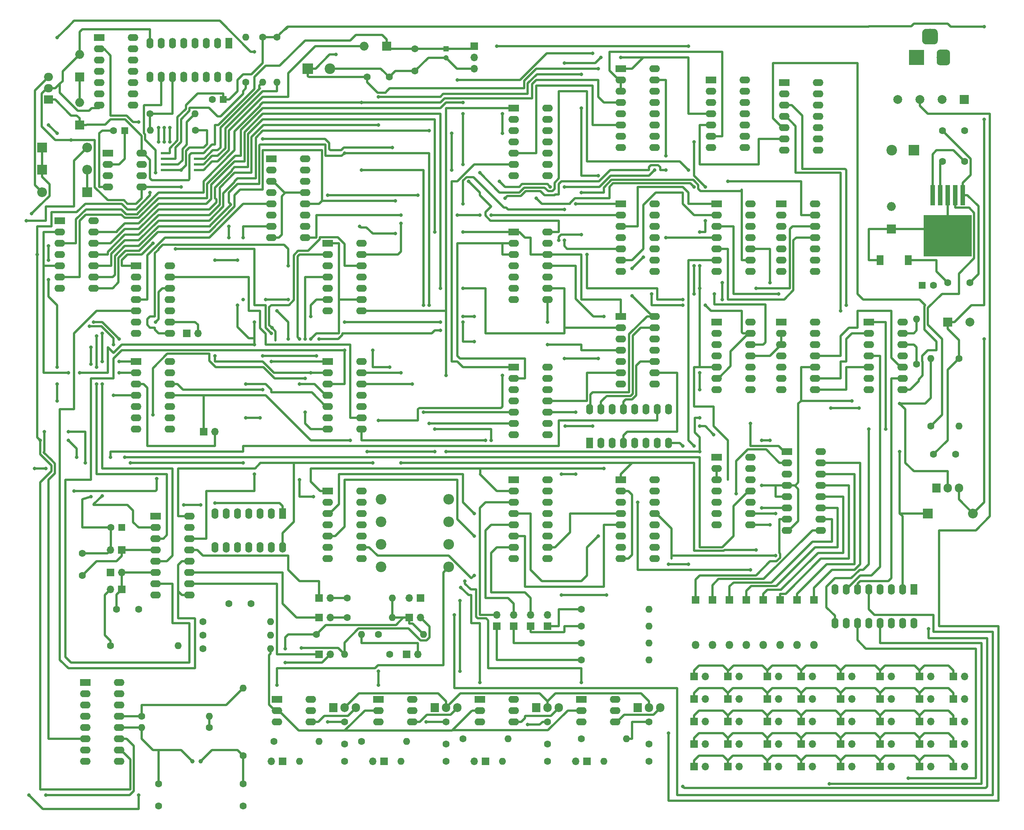
<source format=gbr>
G04 #@! TF.GenerationSoftware,KiCad,Pcbnew,5.0.2-5.fc29*
G04 #@! TF.CreationDate,2019-12-11T00:28:22+02:00*
G04 #@! TF.ProjectId,circuit_design,63697263-7569-4745-9f64-657369676e2e,rev?*
G04 #@! TF.SameCoordinates,Original*
G04 #@! TF.FileFunction,Copper,L1,Top*
G04 #@! TF.FilePolarity,Positive*
%FSLAX46Y46*%
G04 Gerber Fmt 4.6, Leading zero omitted, Abs format (unit mm)*
G04 Created by KiCad (PCBNEW 5.0.2-5.fc29) date Wed 11 Dec 2019 12:28:22 AM EET*
%MOMM*%
%LPD*%
G01*
G04 APERTURE LIST*
G04 #@! TA.AperFunction,ComponentPad*
%ADD10R,2.400000X1.600000*%
G04 #@! TD*
G04 #@! TA.AperFunction,ComponentPad*
%ADD11O,2.400000X1.600000*%
G04 #@! TD*
G04 #@! TA.AperFunction,ComponentPad*
%ADD12C,1.600000*%
G04 #@! TD*
G04 #@! TA.AperFunction,ComponentPad*
%ADD13O,1.600000X1.600000*%
G04 #@! TD*
G04 #@! TA.AperFunction,ComponentPad*
%ADD14O,1.600000X2.400000*%
G04 #@! TD*
G04 #@! TA.AperFunction,ComponentPad*
%ADD15R,1.600000X2.400000*%
G04 #@! TD*
G04 #@! TA.AperFunction,ComponentPad*
%ADD16R,2.000000X2.000000*%
G04 #@! TD*
G04 #@! TA.AperFunction,ComponentPad*
%ADD17C,2.000000*%
G04 #@! TD*
G04 #@! TA.AperFunction,ComponentPad*
%ADD18C,2.400000*%
G04 #@! TD*
G04 #@! TA.AperFunction,ComponentPad*
%ADD19R,2.400000X2.400000*%
G04 #@! TD*
G04 #@! TA.AperFunction,ComponentPad*
%ADD20R,1.200000X1.200000*%
G04 #@! TD*
G04 #@! TA.AperFunction,ComponentPad*
%ADD21C,1.200000*%
G04 #@! TD*
G04 #@! TA.AperFunction,ComponentPad*
%ADD22R,1.600000X1.600000*%
G04 #@! TD*
G04 #@! TA.AperFunction,ComponentPad*
%ADD23R,3.500000X3.500000*%
G04 #@! TD*
G04 #@! TA.AperFunction,Conductor*
%ADD24C,0.100000*%
G04 #@! TD*
G04 #@! TA.AperFunction,ComponentPad*
%ADD25C,3.000000*%
G04 #@! TD*
G04 #@! TA.AperFunction,ComponentPad*
%ADD26C,3.500000*%
G04 #@! TD*
G04 #@! TA.AperFunction,ComponentPad*
%ADD27R,1.700000X1.700000*%
G04 #@! TD*
G04 #@! TA.AperFunction,ComponentPad*
%ADD28O,1.700000X1.700000*%
G04 #@! TD*
G04 #@! TA.AperFunction,ComponentPad*
%ADD29O,2.200000X2.200000*%
G04 #@! TD*
G04 #@! TA.AperFunction,ComponentPad*
%ADD30R,2.200000X2.200000*%
G04 #@! TD*
G04 #@! TA.AperFunction,SMDPad,CuDef*
%ADD31R,1.500000X2.200000*%
G04 #@! TD*
G04 #@! TA.AperFunction,SMDPad,CuDef*
%ADD32R,1.750000X0.550000*%
G04 #@! TD*
G04 #@! TA.AperFunction,SMDPad,CuDef*
%ADD33R,1.100000X4.600000*%
G04 #@! TD*
G04 #@! TA.AperFunction,SMDPad,CuDef*
%ADD34R,10.800000X9.400000*%
G04 #@! TD*
G04 #@! TA.AperFunction,ComponentPad*
%ADD35O,2.000000X2.000000*%
G04 #@! TD*
G04 #@! TA.AperFunction,ComponentPad*
%ADD36O,2.000000X1.905000*%
G04 #@! TD*
G04 #@! TA.AperFunction,ComponentPad*
%ADD37R,2.000000X1.905000*%
G04 #@! TD*
G04 #@! TA.AperFunction,ComponentPad*
%ADD38R,1.905000X2.000000*%
G04 #@! TD*
G04 #@! TA.AperFunction,ComponentPad*
%ADD39O,1.905000X2.000000*%
G04 #@! TD*
G04 #@! TA.AperFunction,ComponentPad*
%ADD40O,2.400000X2.400000*%
G04 #@! TD*
G04 #@! TA.AperFunction,ComponentPad*
%ADD41O,1.800000X1.800000*%
G04 #@! TD*
G04 #@! TA.AperFunction,ComponentPad*
%ADD42R,1.800000X1.800000*%
G04 #@! TD*
G04 #@! TA.AperFunction,ComponentPad*
%ADD43C,1.000000*%
G04 #@! TD*
G04 #@! TA.AperFunction,ViaPad*
%ADD44C,0.800000*%
G04 #@! TD*
G04 #@! TA.AperFunction,Conductor*
%ADD45C,0.500000*%
G04 #@! TD*
G04 APERTURE END LIST*
D10*
G04 #@! TO.P,U9,1*
G04 #@! TO.N,Net-(U11-Pad12)*
X153670000Y-58420000D03*
D11*
G04 #@! TO.P,U9,8*
G04 #@! TO.N,Net-(U12-Pad4)*
X161290000Y-73660000D03*
G04 #@! TO.P,U9,2*
G04 #@! TO.N,Net-(U4-Pad2)*
X153670000Y-60960000D03*
G04 #@! TO.P,U9,9*
G04 #@! TO.N,Net-(U11-Pad13)*
X161290000Y-71120000D03*
G04 #@! TO.P,U9,3*
G04 #@! TO.N,Net-(U4-Pad2)*
X153670000Y-63500000D03*
G04 #@! TO.P,U9,10*
G04 #@! TO.N,GND*
X161290000Y-68580000D03*
G04 #@! TO.P,U9,4*
G04 #@! TO.N,Net-(U9-Pad4)*
X153670000Y-66040000D03*
G04 #@! TO.P,U9,11*
G04 #@! TO.N,Net-(U12-Pad5)*
X161290000Y-66040000D03*
G04 #@! TO.P,U9,5*
G04 #@! TO.N,+5V*
X153670000Y-68580000D03*
G04 #@! TO.P,U9,12*
G04 #@! TO.N,Net-(U11-Pad12)*
X161290000Y-63500000D03*
G04 #@! TO.P,U9,6*
G04 #@! TO.N,Net-(U9-Pad6)*
X153670000Y-71120000D03*
G04 #@! TO.P,U9,13*
G04 #@! TO.N,Net-(U9-Pad13)*
X161290000Y-60960000D03*
G04 #@! TO.P,U9,7*
G04 #@! TO.N,Net-(U9-Pad7)*
X153670000Y-73660000D03*
G04 #@! TO.P,U9,14*
G04 #@! TO.N,Net-(U11-Pad6)*
X161290000Y-58420000D03*
G04 #@! TD*
D12*
G04 #@! TO.P,R_OUT_4,1*
G04 #@! TO.N,Net-(C_OUT_4-Pad2)*
X184150000Y-177800000D03*
D13*
G04 #@! TO.P,R_OUT_4,2*
G04 #@! TO.N,Net-(CONN_PWR_LINE4_16-Pad1)*
X173990000Y-177800000D03*
G04 #@! TD*
D12*
G04 #@! TO.P,R_OUT_3,1*
G04 #@! TO.N,Net-(C_OUT_3-Pad2)*
X161290000Y-177800000D03*
D13*
G04 #@! TO.P,R_OUT_3,2*
G04 #@! TO.N,Net-(CONN_PWR_LINE3_15-Pad1)*
X151130000Y-177800000D03*
G04 #@! TD*
D12*
G04 #@! TO.P,R_OUT_2,1*
G04 #@! TO.N,Net-(C_OUT_2-Pad2)*
X138430000Y-177800000D03*
D13*
G04 #@! TO.P,R_OUT_2,2*
G04 #@! TO.N,Net-(CONN_PWR_LINE2_14-Pad1)*
X128270000Y-177800000D03*
G04 #@! TD*
D12*
G04 #@! TO.P,R_OUT_1,1*
G04 #@! TO.N,Net-(C_OUT_1-Pad2)*
X115570000Y-177800000D03*
D13*
G04 #@! TO.P,R_OUT_1,2*
G04 #@! TO.N,Net-(CONN_PWR_LINE1_13-Pad1)*
X105410000Y-177800000D03*
G04 #@! TD*
G04 #@! TO.P,R4,2*
G04 #@! TO.N,Net-(C1-Pad1)*
X115570000Y-153670000D03*
D12*
G04 #@! TO.P,R4,1*
G04 #@! TO.N,+5V*
X125730000Y-153670000D03*
G04 #@! TD*
D13*
G04 #@! TO.P,R7,2*
G04 #@! TO.N,GND*
X133350000Y-149225000D03*
D12*
G04 #@! TO.P,R7,1*
G04 #@! TO.N,Net-(CONN_LED_PWR_4-Pad2)*
X123190000Y-149225000D03*
G04 #@! TD*
D13*
G04 #@! TO.P,R3,2*
G04 #@! TO.N,GND*
X126365000Y-145415000D03*
D12*
G04 #@! TO.P,R3,1*
G04 #@! TO.N,Net-(CONN_LED_RAIN1_7-Pad2)*
X116205000Y-145415000D03*
G04 #@! TD*
D13*
G04 #@! TO.P,R2,2*
G04 #@! TO.N,GND*
X126365000Y-140970000D03*
D12*
G04 #@! TO.P,R2,1*
G04 #@! TO.N,Net-(CONN_LED_RUNNING_8-Pad2)*
X116205000Y-140970000D03*
G04 #@! TD*
D10*
G04 #@! TO.P,U39,1*
G04 #@! TO.N,Net-(R28-Pad2)*
X60325000Y-14605000D03*
D11*
G04 #@! TO.P,U39,8*
G04 #@! TO.N,N/C*
X67945000Y-29845000D03*
G04 #@! TO.P,U39,2*
G04 #@! TO.N,Net-(U17-Pad11)*
X60325000Y-17145000D03*
G04 #@! TO.P,U39,9*
G04 #@! TO.N,N/C*
X67945000Y-27305000D03*
G04 #@! TO.P,U39,3*
X60325000Y-19685000D03*
G04 #@! TO.P,U39,10*
X67945000Y-24765000D03*
G04 #@! TO.P,U39,4*
X60325000Y-22225000D03*
G04 #@! TO.P,U39,11*
X67945000Y-22225000D03*
G04 #@! TO.P,U39,5*
X60325000Y-24765000D03*
G04 #@! TO.P,U39,12*
X67945000Y-19685000D03*
G04 #@! TO.P,U39,6*
X60325000Y-27305000D03*
G04 #@! TO.P,U39,13*
X67945000Y-17145000D03*
G04 #@! TO.P,U39,7*
G04 #@! TO.N,GND*
X60325000Y-29845000D03*
G04 #@! TO.P,U39,14*
G04 #@! TO.N,+5V*
X67945000Y-14605000D03*
G04 #@! TD*
D14*
G04 #@! TO.P,U7,16*
G04 #@! TO.N,+5V*
X89535000Y-23495000D03*
G04 #@! TO.P,U7,8*
G04 #@! TO.N,GND*
X71755000Y-15875000D03*
G04 #@! TO.P,U7,15*
G04 #@! TO.N,Net-(U7-Pad15)*
X86995000Y-23495000D03*
G04 #@! TO.P,U7,7*
G04 #@! TO.N,Net-(U7-Pad7)*
X74295000Y-15875000D03*
G04 #@! TO.P,U7,14*
G04 #@! TO.N,Net-(U34-Pad13)*
X84455000Y-23495000D03*
G04 #@! TO.P,U7,6*
G04 #@! TO.N,Net-(U7-Pad6)*
X76835000Y-15875000D03*
G04 #@! TO.P,U7,13*
G04 #@! TO.N,Net-(U34-Pad1)*
X81915000Y-23495000D03*
G04 #@! TO.P,U7,5*
G04 #@! TO.N,Net-(U7-Pad5)*
X79375000Y-15875000D03*
G04 #@! TO.P,U7,12*
G04 #@! TO.N,Net-(U34-Pad2)*
X79375000Y-23495000D03*
G04 #@! TO.P,U7,4*
G04 #@! TO.N,Net-(U7-Pad4)*
X81915000Y-15875000D03*
G04 #@! TO.P,U7,11*
G04 #@! TO.N,Net-(R28-Pad2)*
X76835000Y-23495000D03*
G04 #@! TO.P,U7,3*
G04 #@! TO.N,Net-(U7-Pad3)*
X84455000Y-15875000D03*
G04 #@! TO.P,U7,10*
G04 #@! TO.N,CLK_MIN*
X74295000Y-23495000D03*
G04 #@! TO.P,U7,2*
G04 #@! TO.N,Net-(U7-Pad2)*
X86995000Y-15875000D03*
G04 #@! TO.P,U7,9*
G04 #@! TO.N,Net-(U7-Pad9)*
X71755000Y-23495000D03*
D15*
G04 #@! TO.P,U7,1*
G04 #@! TO.N,Net-(U7-Pad1)*
X89535000Y-15875000D03*
G04 #@! TD*
D13*
G04 #@! TO.P,R17,2*
G04 #@! TO.N,GND*
X93349425Y-14449756D03*
D12*
G04 #@! TO.P,R17,1*
G04 #@! TO.N,Net-(R17-Pad1)*
X93349425Y-24609756D03*
G04 #@! TD*
D14*
G04 #@! TO.P,U36,14*
G04 #@! TO.N,+5V*
X101600000Y-129540000D03*
G04 #@! TO.P,U36,7*
G04 #@! TO.N,GND*
X86360000Y-121920000D03*
G04 #@! TO.P,U36,13*
G04 #@! TO.N,N/C*
X99060000Y-129540000D03*
G04 #@! TO.P,U36,6*
X88900000Y-121920000D03*
G04 #@! TO.P,U36,12*
X96520000Y-129540000D03*
G04 #@! TO.P,U36,5*
X91440000Y-121920000D03*
G04 #@! TO.P,U36,11*
X93980000Y-129540000D03*
G04 #@! TO.P,U36,4*
X93980000Y-121920000D03*
G04 #@! TO.P,U36,10*
X91440000Y-129540000D03*
G04 #@! TO.P,U36,3*
X96520000Y-121920000D03*
G04 #@! TO.P,U36,9*
X88900000Y-129540000D03*
G04 #@! TO.P,U36,2*
G04 #@! TO.N,/Control(Ext.)*
X99060000Y-121920000D03*
G04 #@! TO.P,U36,8*
G04 #@! TO.N,N/C*
X86360000Y-129540000D03*
D15*
G04 #@! TO.P,U36,1*
G04 #@! TO.N,Net-(C1-Pad1)*
X101600000Y-121920000D03*
G04 #@! TD*
D12*
G04 #@! TO.P,R25,1*
G04 #@! TO.N,Net-(R25-Pad1)*
X168910000Y-172720000D03*
D13*
G04 #@! TO.P,R25,2*
G04 #@! TO.N,VAC*
X179070000Y-172720000D03*
G04 #@! TD*
G04 #@! TO.P,R24,2*
G04 #@! TO.N,VAC*
X152400000Y-172720000D03*
D12*
G04 #@! TO.P,R24,1*
G04 #@! TO.N,Net-(R24-Pad1)*
X142240000Y-172720000D03*
G04 #@! TD*
G04 #@! TO.P,R23,1*
G04 #@! TO.N,Net-(R23-Pad1)*
X119380000Y-173355000D03*
D13*
G04 #@! TO.P,R23,2*
G04 #@! TO.N,VAC*
X129540000Y-173355000D03*
G04 #@! TD*
G04 #@! TO.P,R22,2*
G04 #@! TO.N,VAC*
X109855000Y-173355000D03*
D12*
G04 #@! TO.P,R22,1*
G04 #@! TO.N,Net-(R22-Pad1)*
X99695000Y-173355000D03*
G04 #@! TD*
D16*
G04 #@! TO.P,C_PWR_5,1*
G04 #@! TO.N,+9V*
X251460000Y-78740000D03*
D17*
G04 #@! TO.P,C_PWR_5,2*
G04 #@! TO.N,GND*
X256460000Y-78740000D03*
G04 #@! TD*
D18*
G04 #@! TO.P,C7,2*
G04 #@! TO.N,GND*
X112315000Y-21590000D03*
D19*
G04 #@! TO.P,C7,1*
G04 #@! TO.N,PWR_ALW*
X107315000Y-21590000D03*
G04 #@! TD*
G04 #@! TO.P,C_PWR_1,1*
G04 #@! TO.N,Net-(C_PWR_1-Pad1)*
X243840000Y-40005000D03*
D18*
G04 #@! TO.P,C_PWR_1,2*
G04 #@! TO.N,GND*
X238840000Y-40005000D03*
G04 #@! TD*
D20*
G04 #@! TO.P,C12,1*
G04 #@! TO.N,BATT_OUT_+*
X138430000Y-17145000D03*
D21*
G04 #@! TO.P,C12,2*
G04 #@! TO.N,GND*
X138430000Y-19145000D03*
G04 #@! TD*
D22*
G04 #@! TO.P,C8,1*
G04 #@! TO.N,+9V*
X88265000Y-28575000D03*
D12*
G04 #@! TO.P,C8,2*
G04 #@! TO.N,GND*
X85765000Y-28575000D03*
G04 #@! TD*
G04 #@! TO.P,C10,2*
G04 #@! TO.N,Net-(C10-Pad2)*
X63540000Y-35560000D03*
D22*
G04 #@! TO.P,C10,1*
G04 #@! TO.N,Net-(C10-Pad1)*
X66040000Y-35560000D03*
G04 #@! TD*
G04 #@! TO.P,C13,1*
G04 #@! TO.N,Net-(C13-Pad1)*
X245745000Y-70485000D03*
D12*
G04 #@! TO.P,C13,2*
G04 #@! TO.N,GND*
X248245000Y-70485000D03*
G04 #@! TD*
G04 #@! TO.P,C_PWR_6,1*
G04 #@! TO.N,+9V*
X248285000Y-108585000D03*
G04 #@! TO.P,C_PWR_6,2*
G04 #@! TO.N,Net-(C_PWR_6-Pad2)*
X253285000Y-108585000D03*
G04 #@! TD*
G04 #@! TO.P,C4,2*
G04 #@! TO.N,GND*
X56515000Y-130890000D03*
G04 #@! TO.P,C4,1*
G04 #@! TO.N,/Control(Ext.2)*
X56515000Y-135890000D03*
G04 #@! TD*
G04 #@! TO.P,C5,1*
G04 #@! TO.N,/Mode(Ext.)*
X64215000Y-143510000D03*
G04 #@! TO.P,C5,2*
G04 #@! TO.N,GND*
X69215000Y-143510000D03*
G04 #@! TD*
G04 #@! TO.P,C6,2*
G04 #@! TO.N,GND*
X94535000Y-142240000D03*
G04 #@! TO.P,C6,1*
G04 #@! TO.N,/Rain_Sensor(Ext.)*
X89535000Y-142240000D03*
G04 #@! TD*
G04 #@! TO.P,C11,1*
G04 #@! TO.N,BATT_OUT_+*
X131445000Y-17145000D03*
G04 #@! TO.P,C11,2*
G04 #@! TO.N,GND*
X131445000Y-22145000D03*
G04 #@! TD*
G04 #@! TO.P,C_OUT_1,1*
G04 #@! TO.N,VAC*
X115570000Y-168910000D03*
G04 #@! TO.P,C_OUT_1,2*
G04 #@! TO.N,Net-(C_OUT_1-Pad2)*
X115570000Y-173910000D03*
G04 #@! TD*
G04 #@! TO.P,C9,1*
G04 #@! TO.N,PWR_ALW*
X120650000Y-23495000D03*
G04 #@! TO.P,C9,2*
G04 #@! TO.N,GND*
X125650000Y-23495000D03*
G04 #@! TD*
G04 #@! TO.P,C_OUT_2,1*
G04 #@! TO.N,VAC*
X138430000Y-168910000D03*
G04 #@! TO.P,C_OUT_2,2*
G04 #@! TO.N,Net-(C_OUT_2-Pad2)*
X138430000Y-173910000D03*
G04 #@! TD*
G04 #@! TO.P,C_OUT_3,2*
G04 #@! TO.N,Net-(C_OUT_3-Pad2)*
X161290000Y-173910000D03*
G04 #@! TO.P,C_OUT_3,1*
G04 #@! TO.N,VAC*
X161290000Y-168910000D03*
G04 #@! TD*
G04 #@! TO.P,C_OUT_4,1*
G04 #@! TO.N,VAC*
X184150000Y-168910000D03*
G04 #@! TO.P,C_OUT_4,2*
G04 #@! TO.N,Net-(C_OUT_4-Pad2)*
X184150000Y-173910000D03*
G04 #@! TD*
G04 #@! TO.P,C_PWR_2,1*
G04 #@! TO.N,Net-(C_PWR_1-Pad1)*
X255270000Y-35560000D03*
G04 #@! TO.P,C_PWR_2,2*
G04 #@! TO.N,GND*
X250270000Y-35560000D03*
G04 #@! TD*
G04 #@! TO.P,C_PWR_3,2*
G04 #@! TO.N,Net-(C_PWR_3-Pad2)*
X250270000Y-42545000D03*
G04 #@! TO.P,C_PWR_3,1*
G04 #@! TO.N,Net-(C_PWR_1-Pad1)*
X255270000Y-42545000D03*
G04 #@! TD*
G04 #@! TO.P,C_PWR_4,1*
G04 #@! TO.N,+9V*
X251460000Y-69850000D03*
G04 #@! TO.P,C_PWR_4,2*
G04 #@! TO.N,GND*
X256460000Y-69850000D03*
G04 #@! TD*
D23*
G04 #@! TO.P,J_PWR_1,1*
G04 #@! TO.N,VAC*
X244475000Y-19050000D03*
D24*
G04 #@! TD*
G04 #@! TO.N,GNDREF*
G04 #@! TO.C,J_PWR_1*
G36*
X251298513Y-17303611D02*
X251371318Y-17314411D01*
X251442714Y-17332295D01*
X251512013Y-17357090D01*
X251578548Y-17388559D01*
X251641678Y-17426398D01*
X251700795Y-17470242D01*
X251755330Y-17519670D01*
X251804758Y-17574205D01*
X251848602Y-17633322D01*
X251886441Y-17696452D01*
X251917910Y-17762987D01*
X251942705Y-17832286D01*
X251960589Y-17903682D01*
X251971389Y-17976487D01*
X251975000Y-18050000D01*
X251975000Y-20050000D01*
X251971389Y-20123513D01*
X251960589Y-20196318D01*
X251942705Y-20267714D01*
X251917910Y-20337013D01*
X251886441Y-20403548D01*
X251848602Y-20466678D01*
X251804758Y-20525795D01*
X251755330Y-20580330D01*
X251700795Y-20629758D01*
X251641678Y-20673602D01*
X251578548Y-20711441D01*
X251512013Y-20742910D01*
X251442714Y-20767705D01*
X251371318Y-20785589D01*
X251298513Y-20796389D01*
X251225000Y-20800000D01*
X249725000Y-20800000D01*
X249651487Y-20796389D01*
X249578682Y-20785589D01*
X249507286Y-20767705D01*
X249437987Y-20742910D01*
X249371452Y-20711441D01*
X249308322Y-20673602D01*
X249249205Y-20629758D01*
X249194670Y-20580330D01*
X249145242Y-20525795D01*
X249101398Y-20466678D01*
X249063559Y-20403548D01*
X249032090Y-20337013D01*
X249007295Y-20267714D01*
X248989411Y-20196318D01*
X248978611Y-20123513D01*
X248975000Y-20050000D01*
X248975000Y-18050000D01*
X248978611Y-17976487D01*
X248989411Y-17903682D01*
X249007295Y-17832286D01*
X249032090Y-17762987D01*
X249063559Y-17696452D01*
X249101398Y-17633322D01*
X249145242Y-17574205D01*
X249194670Y-17519670D01*
X249249205Y-17470242D01*
X249308322Y-17426398D01*
X249371452Y-17388559D01*
X249437987Y-17357090D01*
X249507286Y-17332295D01*
X249578682Y-17314411D01*
X249651487Y-17303611D01*
X249725000Y-17300000D01*
X251225000Y-17300000D01*
X251298513Y-17303611D01*
X251298513Y-17303611D01*
G37*
D25*
G04 #@! TO.P,J_PWR_1,2*
G04 #@! TO.N,GNDREF*
X250475000Y-19050000D03*
D24*
G04 #@! TD*
G04 #@! TO.N,N/C*
G04 #@! TO.C,J_PWR_1*
G36*
X248435765Y-12604213D02*
X248520704Y-12616813D01*
X248603999Y-12637677D01*
X248684848Y-12666605D01*
X248762472Y-12703319D01*
X248836124Y-12747464D01*
X248905094Y-12798616D01*
X248968718Y-12856282D01*
X249026384Y-12919906D01*
X249077536Y-12988876D01*
X249121681Y-13062528D01*
X249158395Y-13140152D01*
X249187323Y-13221001D01*
X249208187Y-13304296D01*
X249220787Y-13389235D01*
X249225000Y-13475000D01*
X249225000Y-15225000D01*
X249220787Y-15310765D01*
X249208187Y-15395704D01*
X249187323Y-15478999D01*
X249158395Y-15559848D01*
X249121681Y-15637472D01*
X249077536Y-15711124D01*
X249026384Y-15780094D01*
X248968718Y-15843718D01*
X248905094Y-15901384D01*
X248836124Y-15952536D01*
X248762472Y-15996681D01*
X248684848Y-16033395D01*
X248603999Y-16062323D01*
X248520704Y-16083187D01*
X248435765Y-16095787D01*
X248350000Y-16100000D01*
X246600000Y-16100000D01*
X246514235Y-16095787D01*
X246429296Y-16083187D01*
X246346001Y-16062323D01*
X246265152Y-16033395D01*
X246187528Y-15996681D01*
X246113876Y-15952536D01*
X246044906Y-15901384D01*
X245981282Y-15843718D01*
X245923616Y-15780094D01*
X245872464Y-15711124D01*
X245828319Y-15637472D01*
X245791605Y-15559848D01*
X245762677Y-15478999D01*
X245741813Y-15395704D01*
X245729213Y-15310765D01*
X245725000Y-15225000D01*
X245725000Y-13475000D01*
X245729213Y-13389235D01*
X245741813Y-13304296D01*
X245762677Y-13221001D01*
X245791605Y-13140152D01*
X245828319Y-13062528D01*
X245872464Y-12988876D01*
X245923616Y-12919906D01*
X245981282Y-12856282D01*
X246044906Y-12798616D01*
X246113876Y-12747464D01*
X246187528Y-12703319D01*
X246265152Y-12666605D01*
X246346001Y-12637677D01*
X246429296Y-12616813D01*
X246514235Y-12604213D01*
X246600000Y-12600000D01*
X248350000Y-12600000D01*
X248435765Y-12604213D01*
X248435765Y-12604213D01*
G37*
D26*
G04 #@! TO.P,J_PWR_1,3*
G04 #@! TO.N,N/C*
X247475000Y-14350000D03*
G04 #@! TD*
D27*
G04 #@! TO.P,CONN_BATT_REPLACE_LED_1,1*
G04 #@! TO.N,Net-(CONN_BATT_REPLACE_LED_1-Pad1)*
X129540000Y-153670000D03*
D28*
G04 #@! TO.P,CONN_BATT_REPLACE_LED_1,2*
G04 #@! TO.N,Net-(CONN_BATT_REPLACE_LED_1-Pad2)*
X132080000Y-153670000D03*
G04 #@! TD*
D27*
G04 #@! TO.P,J1,1*
G04 #@! TO.N,BATT_OUT_+*
X144780000Y-16510000D03*
D28*
G04 #@! TO.P,J1,2*
G04 #@! TO.N,BATT_OUT_MID*
X144780000Y-19050000D03*
G04 #@! TO.P,J1,3*
G04 #@! TO.N,GND*
X144780000Y-21590000D03*
G04 #@! TD*
G04 #@! TO.P,CONN_SW_DPST02_TIMER_1,2*
G04 #@! TO.N,Net-(JCONN_SW_DPST02_TIMER_1-Pad2)*
X86360000Y-103505000D03*
D27*
G04 #@! TO.P,CONN_SW_DPST02_TIMER_1,1*
G04 #@! TO.N,Net-(JCONN_SW_DPST02_TIMER_1-Pad1)*
X83820000Y-103505000D03*
G04 #@! TD*
G04 #@! TO.P,CONN_SW_DPST01_TIMER_1,1*
G04 #@! TO.N,Net-(CONN_SW_DPST01_TIMER_1-Pad1)*
X80010000Y-81280000D03*
D28*
G04 #@! TO.P,CONN_SW_DPST01_TIMER_1,2*
G04 #@! TO.N,Net-(CONN_SW_DPST01_TIMER_1-Pad2)*
X82550000Y-81280000D03*
G04 #@! TD*
D29*
G04 #@! TO.P,D9,2*
G04 #@! TO.N,Net-(D10-Pad1)*
X57607440Y-44400857D03*
D30*
G04 #@! TO.P,D9,1*
G04 #@! TO.N,PWR_ALW*
X47447440Y-44400857D03*
G04 #@! TD*
G04 #@! TO.P,D11,1*
G04 #@! TO.N,PWR_ALW*
X47447440Y-39370000D03*
D29*
G04 #@! TO.P,D11,2*
G04 #@! TO.N,Net-(D11-Pad2)*
X57607440Y-39370000D03*
G04 #@! TD*
G04 #@! TO.P,D12,2*
G04 #@! TO.N,Net-(D11-Pad2)*
X257175000Y-121920000D03*
D30*
G04 #@! TO.P,D12,1*
G04 #@! TO.N,+5V*
X247015000Y-121920000D03*
G04 #@! TD*
G04 #@! TO.P,D10,1*
G04 #@! TO.N,Net-(D10-Pad1)*
X57607440Y-49480857D03*
D29*
G04 #@! TO.P,D10,2*
G04 #@! TO.N,Net-(D10-Pad2)*
X47447440Y-49480857D03*
G04 #@! TD*
D17*
G04 #@! TO.P,DB_PWR_1,4*
G04 #@! TO.N,GND*
X240190000Y-28575000D03*
G04 #@! TO.P,DB_PWR_1,3*
G04 #@! TO.N,VAC*
X245190000Y-28575000D03*
G04 #@! TO.P,DB_PWR_1,2*
G04 #@! TO.N,GNDREF*
X250190000Y-28575000D03*
D16*
G04 #@! TO.P,DB_PWR_1,1*
G04 #@! TO.N,Net-(C_PWR_1-Pad1)*
X255190000Y-28575000D03*
G04 #@! TD*
D31*
G04 #@! TO.P,L1,1*
G04 #@! TO.N,Net-(D_PWR_1-Pad1)*
X236195000Y-64770000D03*
G04 #@! TO.P,L1,2*
G04 #@! TO.N,+9V*
X242595000Y-64770000D03*
G04 #@! TD*
D15*
G04 #@! TO.P,U37,1*
G04 #@! TO.N,Net-(U37-Pad1)*
X170815000Y-106045000D03*
D14*
G04 #@! TO.P,U37,9*
G04 #@! TO.N,Net-(U37-Pad9)*
X188595000Y-98425000D03*
G04 #@! TO.P,U37,2*
G04 #@! TO.N,Net-(U37-Pad2)*
X173355000Y-106045000D03*
G04 #@! TO.P,U37,10*
G04 #@! TO.N,CLK_MIN*
X186055000Y-98425000D03*
G04 #@! TO.P,U37,3*
G04 #@! TO.N,Net-(U37-Pad3)*
X175895000Y-106045000D03*
G04 #@! TO.P,U37,11*
G04 #@! TO.N,Net-(U34-Pad8)*
X183515000Y-98425000D03*
G04 #@! TO.P,U37,4*
G04 #@! TO.N,Net-(U12-Pad9)*
X178435000Y-106045000D03*
G04 #@! TO.P,U37,12*
G04 #@! TO.N,Net-(U12-Pad12)*
X180975000Y-98425000D03*
G04 #@! TO.P,U37,5*
G04 #@! TO.N,Net-(U37-Pad5)*
X180975000Y-106045000D03*
G04 #@! TO.P,U37,13*
G04 #@! TO.N,Net-(U12-Pad10)*
X178435000Y-98425000D03*
G04 #@! TO.P,U37,6*
G04 #@! TO.N,Net-(U37-Pad6)*
X183515000Y-106045000D03*
G04 #@! TO.P,U37,14*
G04 #@! TO.N,Net-(U37-Pad14)*
X175895000Y-98425000D03*
G04 #@! TO.P,U37,7*
G04 #@! TO.N,Net-(U37-Pad7)*
X186055000Y-106045000D03*
G04 #@! TO.P,U37,15*
G04 #@! TO.N,Net-(U12-Pad13)*
X173355000Y-98425000D03*
G04 #@! TO.P,U37,8*
G04 #@! TO.N,GND*
X188595000Y-106045000D03*
G04 #@! TO.P,U37,16*
G04 #@! TO.N,PWR_ALW*
X170815000Y-98425000D03*
G04 #@! TD*
D10*
G04 #@! TO.P,U25,1*
G04 #@! TO.N,Net-(R18-Pad2)*
X100330000Y-163830000D03*
D11*
G04 #@! TO.P,U25,4*
G04 #@! TO.N,Net-(Q1-Pad3)*
X107950000Y-168910000D03*
G04 #@! TO.P,U25,2*
G04 #@! TO.N,GND*
X100330000Y-166370000D03*
G04 #@! TO.P,U25,5*
G04 #@! TO.N,Net-(U25-Pad5)*
X107950000Y-166370000D03*
G04 #@! TO.P,U25,3*
G04 #@! TO.N,Net-(U25-Pad3)*
X100330000Y-168910000D03*
G04 #@! TO.P,U25,6*
G04 #@! TO.N,Net-(R22-Pad1)*
X107950000Y-163830000D03*
G04 #@! TD*
G04 #@! TO.P,U26,6*
G04 #@! TO.N,Net-(R23-Pad1)*
X130810000Y-163830000D03*
G04 #@! TO.P,U26,3*
G04 #@! TO.N,Net-(U26-Pad3)*
X123190000Y-168910000D03*
G04 #@! TO.P,U26,5*
G04 #@! TO.N,Net-(U26-Pad5)*
X130810000Y-166370000D03*
G04 #@! TO.P,U26,2*
G04 #@! TO.N,GND*
X123190000Y-166370000D03*
G04 #@! TO.P,U26,4*
G04 #@! TO.N,Net-(Q2-Pad3)*
X130810000Y-168910000D03*
D10*
G04 #@! TO.P,U26,1*
G04 #@! TO.N,Net-(R19-Pad2)*
X123190000Y-163830000D03*
G04 #@! TD*
G04 #@! TO.P,U28,1*
G04 #@! TO.N,Net-(R21-Pad2)*
X168910000Y-163830000D03*
D11*
G04 #@! TO.P,U28,4*
G04 #@! TO.N,Net-(Q4-Pad3)*
X176530000Y-168910000D03*
G04 #@! TO.P,U28,2*
G04 #@! TO.N,GND*
X168910000Y-166370000D03*
G04 #@! TO.P,U28,5*
G04 #@! TO.N,Net-(U28-Pad5)*
X176530000Y-166370000D03*
G04 #@! TO.P,U28,3*
G04 #@! TO.N,Net-(U28-Pad3)*
X168910000Y-168910000D03*
G04 #@! TO.P,U28,6*
G04 #@! TO.N,Net-(R25-Pad1)*
X176530000Y-163830000D03*
G04 #@! TD*
G04 #@! TO.P,U27,6*
G04 #@! TO.N,Net-(R24-Pad1)*
X153670000Y-163830000D03*
G04 #@! TO.P,U27,3*
G04 #@! TO.N,Net-(U27-Pad3)*
X146050000Y-168910000D03*
G04 #@! TO.P,U27,5*
G04 #@! TO.N,Net-(U27-Pad5)*
X153670000Y-166370000D03*
G04 #@! TO.P,U27,2*
G04 #@! TO.N,GND*
X146050000Y-166370000D03*
G04 #@! TO.P,U27,4*
G04 #@! TO.N,Net-(Q3-Pad3)*
X153670000Y-168910000D03*
D10*
G04 #@! TO.P,U27,1*
G04 #@! TO.N,Net-(R20-Pad2)*
X146050000Y-163830000D03*
G04 #@! TD*
G04 #@! TO.P,U8,1*
G04 #@! TO.N,Net-(U8-Pad1)*
X62230000Y-40640000D03*
D11*
G04 #@! TO.P,U8,5*
G04 #@! TO.N,GND*
X69850000Y-48260000D03*
G04 #@! TO.P,U8,2*
G04 #@! TO.N,Net-(C10-Pad1)*
X62230000Y-43180000D03*
G04 #@! TO.P,U8,6*
G04 #@! TO.N,Net-(U8-Pad6)*
X69850000Y-45720000D03*
G04 #@! TO.P,U8,3*
G04 #@! TO.N,BATT_OUT_MID*
X62230000Y-45720000D03*
G04 #@! TO.P,U8,7*
G04 #@! TO.N,Net-(U8-Pad7)*
X69850000Y-43180000D03*
G04 #@! TO.P,U8,4*
G04 #@! TO.N,Net-(C10-Pad2)*
X62230000Y-48260000D03*
G04 #@! TO.P,U8,8*
G04 #@! TO.N,BATT_OUT_+*
X69850000Y-40640000D03*
G04 #@! TD*
D32*
G04 #@! TO.P,U30,1*
G04 #@! TO.N,+9V*
X75040000Y-40640000D03*
G04 #@! TO.P,U30,2*
G04 #@! TO.N,Net-(R17-Pad1)*
X75040000Y-41910000D03*
G04 #@! TO.P,U30,3*
G04 #@! TO.N,Net-(R29-Pad2)*
X75040000Y-43180000D03*
G04 #@! TO.P,U30,4*
G04 #@! TO.N,GND*
X75040000Y-44450000D03*
G04 #@! TO.P,U30,5*
G04 #@! TO.N,Net-(D_BATT_1-Pad2)*
X82440000Y-44450000D03*
G04 #@! TO.P,U30,6*
G04 #@! TO.N,Net-(R27-Pad2)*
X82440000Y-43180000D03*
G04 #@! TO.P,U30,7*
G04 #@! TO.N,Net-(R26-Pad2)*
X82440000Y-41910000D03*
G04 #@! TO.P,U30,8*
G04 #@! TO.N,BATT_OUT_+*
X82440000Y-40640000D03*
G04 #@! TD*
D33*
G04 #@! TO.P,U_PWR_1,1*
G04 #@! TO.N,GND*
X254860000Y-50105000D03*
G04 #@! TO.P,U_PWR_1,2*
G04 #@! TO.N,Net-(C_PWR_6-Pad2)*
X253160000Y-50105000D03*
G04 #@! TO.P,U_PWR_1,3*
G04 #@! TO.N,Net-(D_PWR_1-Pad1)*
X251460000Y-50105000D03*
G04 #@! TO.P,U_PWR_1,4*
G04 #@! TO.N,Net-(C_PWR_3-Pad2)*
X249760000Y-50105000D03*
G04 #@! TO.P,U_PWR_1,5*
G04 #@! TO.N,Net-(C_PWR_1-Pad1)*
X248060000Y-50105000D03*
D34*
G04 #@! TO.P,U_PWR_1,3*
G04 #@! TO.N,Net-(D_PWR_1-Pad1)*
X251460000Y-59255000D03*
G04 #@! TD*
D35*
G04 #@! TO.P,D_BATT_1,2*
G04 #@! TO.N,Net-(D_BATT_1-Pad2)*
X120015000Y-16510000D03*
D16*
G04 #@! TO.P,D_BATT_1,1*
G04 #@! TO.N,BATT_OUT_+*
X125095000Y-16510000D03*
G04 #@! TD*
G04 #@! TO.P,D_BATT_2,1*
G04 #@! TO.N,BATT_OUT_+*
X55880000Y-34290000D03*
D35*
G04 #@! TO.P,D_BATT_2,2*
G04 #@! TO.N,BATT_OUT_MID*
X55880000Y-29210000D03*
G04 #@! TD*
G04 #@! TO.P,D_BATT_3,2*
G04 #@! TO.N,GND*
X55880000Y-18415000D03*
D16*
G04 #@! TO.P,D_BATT_3,1*
G04 #@! TO.N,BATT_OUT_MID*
X55880000Y-23495000D03*
G04 #@! TD*
G04 #@! TO.P,D_PWR_1,1*
G04 #@! TO.N,Net-(D_PWR_1-Pad1)*
X238760000Y-57785000D03*
D35*
G04 #@! TO.P,D_PWR_1,2*
G04 #@! TO.N,GND*
X238760000Y-52705000D03*
G04 #@! TD*
D36*
G04 #@! TO.P,U29,3*
G04 #@! TO.N,Net-(D10-Pad2)*
X48895000Y-23495000D03*
G04 #@! TO.P,U29,2*
G04 #@! TO.N,GND*
X48895000Y-26035000D03*
D37*
G04 #@! TO.P,U29,1*
G04 #@! TO.N,BATT_OUT_+*
X48895000Y-28575000D03*
G04 #@! TD*
D38*
G04 #@! TO.P,U38,1*
G04 #@! TO.N,+9V*
X248920000Y-116205000D03*
D39*
G04 #@! TO.P,U38,2*
G04 #@! TO.N,GND*
X251460000Y-116205000D03*
G04 #@! TO.P,U38,3*
G04 #@! TO.N,Net-(D11-Pad2)*
X254000000Y-116205000D03*
G04 #@! TD*
D38*
G04 #@! TO.P,Q1,1*
G04 #@! TO.N,Net-(CONN_PWR_LINE1_13-Pad1)*
X113030000Y-165735000D03*
D39*
G04 #@! TO.P,Q1,2*
G04 #@! TO.N,VAC*
X115570000Y-165735000D03*
G04 #@! TO.P,Q1,3*
G04 #@! TO.N,Net-(Q1-Pad3)*
X118110000Y-165735000D03*
G04 #@! TD*
G04 #@! TO.P,Q2,3*
G04 #@! TO.N,Net-(Q2-Pad3)*
X140970000Y-165735000D03*
G04 #@! TO.P,Q2,2*
G04 #@! TO.N,VAC*
X138430000Y-165735000D03*
D38*
G04 #@! TO.P,Q2,1*
G04 #@! TO.N,Net-(CONN_PWR_LINE2_14-Pad1)*
X135890000Y-165735000D03*
G04 #@! TD*
G04 #@! TO.P,Q4,1*
G04 #@! TO.N,Net-(CONN_PWR_LINE4_16-Pad1)*
X181610000Y-165735000D03*
D39*
G04 #@! TO.P,Q4,2*
G04 #@! TO.N,VAC*
X184150000Y-165735000D03*
G04 #@! TO.P,Q4,3*
G04 #@! TO.N,Net-(Q4-Pad3)*
X186690000Y-165735000D03*
G04 #@! TD*
G04 #@! TO.P,Q3,3*
G04 #@! TO.N,Net-(Q3-Pad3)*
X163830000Y-165735000D03*
G04 #@! TO.P,Q3,2*
G04 #@! TO.N,VAC*
X161290000Y-165735000D03*
D38*
G04 #@! TO.P,Q3,1*
G04 #@! TO.N,Net-(CONN_PWR_LINE3_15-Pad1)*
X158750000Y-165735000D03*
G04 #@! TD*
D13*
G04 #@! TO.P,R1,2*
G04 #@! TO.N,Net-(CONN_BATT_REPLACE_LED_1-Pad2)*
X119380000Y-149225000D03*
D12*
G04 #@! TO.P,R1,1*
G04 #@! TO.N,GND*
X109220000Y-149225000D03*
G04 #@! TD*
G04 #@! TO.P,R28,1*
G04 #@! TO.N,GND*
X81992155Y-35445614D03*
D13*
G04 #@! TO.P,R28,2*
G04 #@! TO.N,Net-(R28-Pad2)*
X71832155Y-35445614D03*
G04 #@! TD*
G04 #@! TO.P,R29,2*
G04 #@! TO.N,Net-(R29-Pad2)*
X81915000Y-31750000D03*
D12*
G04 #@! TO.P,R29,1*
G04 #@! TO.N,Net-(R28-Pad2)*
X71755000Y-31750000D03*
G04 #@! TD*
G04 #@! TO.P,R27,1*
G04 #@! TO.N,+9V*
X100334425Y-14449756D03*
D13*
G04 #@! TO.P,R27,2*
G04 #@! TO.N,Net-(R27-Pad2)*
X100334425Y-24609756D03*
G04 #@! TD*
G04 #@! TO.P,R26,2*
G04 #@! TO.N,Net-(R26-Pad2)*
X97159425Y-24609756D03*
D12*
G04 #@! TO.P,R26,1*
G04 #@! TO.N,+9V*
X97159425Y-14449756D03*
G04 #@! TD*
G04 #@! TO.P,R30,1*
G04 #@! TO.N,+5V*
X244475000Y-88265000D03*
D13*
G04 #@! TO.P,R30,2*
G04 #@! TO.N,Net-(C13-Pad1)*
X244475000Y-78105000D03*
G04 #@! TD*
D12*
G04 #@! TO.P,R_PWR_1,1*
G04 #@! TO.N,+9V*
X254000000Y-86995000D03*
D13*
G04 #@! TO.P,R_PWR_1,2*
G04 #@! TO.N,Net-(C_PWR_6-Pad2)*
X254000000Y-102235000D03*
G04 #@! TD*
G04 #@! TO.P,R_PWR_2,2*
G04 #@! TO.N,GND*
X247650000Y-86995000D03*
D12*
G04 #@! TO.P,R_PWR_2,1*
G04 #@! TO.N,Net-(C_PWR_6-Pad2)*
X247650000Y-102235000D03*
G04 #@! TD*
D40*
G04 #@! TO.P,R19,2*
G04 #@! TO.N,Net-(R19-Pad2)*
X139065000Y-128905000D03*
D18*
G04 #@! TO.P,R19,1*
G04 #@! TO.N,Net-(R19-Pad1)*
X123825000Y-128905000D03*
G04 #@! TD*
G04 #@! TO.P,R18,1*
G04 #@! TO.N,Net-(R18-Pad1)*
X123825000Y-133985000D03*
D40*
G04 #@! TO.P,R18,2*
G04 #@! TO.N,Net-(R18-Pad2)*
X139065000Y-133985000D03*
G04 #@! TD*
D18*
G04 #@! TO.P,R21,1*
G04 #@! TO.N,Net-(R21-Pad1)*
X123825000Y-118745000D03*
D40*
G04 #@! TO.P,R21,2*
G04 #@! TO.N,Net-(R21-Pad2)*
X139065000Y-118745000D03*
G04 #@! TD*
D18*
G04 #@! TO.P,R20,1*
G04 #@! TO.N,Net-(R20-Pad1)*
X123825000Y-123825000D03*
D40*
G04 #@! TO.P,R20,2*
G04 #@! TO.N,Net-(R20-Pad2)*
X139065000Y-123825000D03*
G04 #@! TD*
D13*
G04 #@! TO.P,R16,2*
G04 #@! TO.N,GND*
X98865001Y-152405001D03*
D12*
G04 #@! TO.P,R16,1*
G04 #@! TO.N,/Rain_Sensor(Ext.)*
X83625001Y-152405001D03*
G04 #@! TD*
G04 #@! TO.P,R15,1*
G04 #@! TO.N,/Mode(Ext.)*
X83625001Y-149355001D03*
D13*
G04 #@! TO.P,R15,2*
G04 #@! TO.N,GND*
X98865001Y-149355001D03*
G04 #@! TD*
D12*
G04 #@! TO.P,R14,1*
G04 #@! TO.N,/Control(Ext.2)*
X83625001Y-146305001D03*
D13*
G04 #@! TO.P,R14,2*
G04 #@! TO.N,GND*
X98865001Y-146305001D03*
G04 #@! TD*
D41*
G04 #@! TO.P,D1,2*
G04 #@! TO.N,Net-(D1-Pad2)*
X198484850Y-151577853D03*
D42*
G04 #@! TO.P,D1,1*
G04 #@! TO.N,Net-(D1-Pad1)*
X198484850Y-141417853D03*
G04 #@! TD*
G04 #@! TO.P,D3,1*
G04 #@! TO.N,Net-(D3-Pad1)*
X213724850Y-141417853D03*
D41*
G04 #@! TO.P,D3,2*
G04 #@! TO.N,Net-(D3-Pad2)*
X213724850Y-151577853D03*
G04 #@! TD*
D42*
G04 #@! TO.P,D5,1*
G04 #@! TO.N,Net-(D5-Pad1)*
X194674850Y-141417853D03*
D41*
G04 #@! TO.P,D5,2*
G04 #@! TO.N,Net-(D5-Pad2)*
X194674850Y-151577853D03*
G04 #@! TD*
G04 #@! TO.P,D4,2*
G04 #@! TO.N,Net-(D4-Pad2)*
X221344850Y-151577853D03*
D42*
G04 #@! TO.P,D4,1*
G04 #@! TO.N,Net-(D4-Pad1)*
X221344850Y-141417853D03*
G04 #@! TD*
D41*
G04 #@! TO.P,D8,2*
G04 #@! TO.N,Net-(D8-Pad2)*
X217534850Y-151577853D03*
D42*
G04 #@! TO.P,D8,1*
G04 #@! TO.N,Net-(D8-Pad1)*
X217534850Y-141417853D03*
G04 #@! TD*
D41*
G04 #@! TO.P,D6,2*
G04 #@! TO.N,Net-(D6-Pad2)*
X202294850Y-151577853D03*
D42*
G04 #@! TO.P,D6,1*
G04 #@! TO.N,Net-(D6-Pad1)*
X202294850Y-141417853D03*
G04 #@! TD*
G04 #@! TO.P,D7,1*
G04 #@! TO.N,Net-(D7-Pad1)*
X209914850Y-141417853D03*
D41*
G04 #@! TO.P,D7,2*
G04 #@! TO.N,Net-(D7-Pad2)*
X209914850Y-151577853D03*
G04 #@! TD*
D42*
G04 #@! TO.P,D2,1*
G04 #@! TO.N,Net-(D2-Pad1)*
X206104850Y-141417853D03*
D41*
G04 #@! TO.P,D2,2*
G04 #@! TO.N,Net-(D2-Pad2)*
X206104850Y-151577853D03*
G04 #@! TD*
D11*
G04 #@! TO.P,U35,16*
G04 #@! TO.N,+5V*
X106680000Y-41910000D03*
G04 #@! TO.P,U35,8*
G04 #@! TO.N,GND*
X99060000Y-59690000D03*
G04 #@! TO.P,U35,15*
G04 #@! TO.N,Net-(U15-Pad4)*
X106680000Y-44450000D03*
G04 #@! TO.P,U35,7*
G04 #@! TO.N,/Running(Out)*
X99060000Y-57150000D03*
G04 #@! TO.P,U35,14*
G04 #@! TO.N,+5V*
X106680000Y-46990000D03*
G04 #@! TO.P,U35,6*
G04 #@! TO.N,Net-(U33-Pad5)*
X99060000Y-54610000D03*
G04 #@! TO.P,U35,13*
G04 #@! TO.N,GND*
X106680000Y-49530000D03*
G04 #@! TO.P,U35,5*
G04 #@! TO.N,Net-(U31-Pad4)*
X99060000Y-52070000D03*
G04 #@! TO.P,U35,12*
G04 #@! TO.N,Net-(U11-Pad8)*
X106680000Y-52070000D03*
G04 #@! TO.P,U35,4*
G04 #@! TO.N,Net-(U31-Pad10)*
X99060000Y-49530000D03*
G04 #@! TO.P,U35,11*
G04 #@! TO.N,+5V*
X106680000Y-54610000D03*
G04 #@! TO.P,U35,3*
G04 #@! TO.N,GND*
X99060000Y-46990000D03*
G04 #@! TO.P,U35,10*
G04 #@! TO.N,Net-(U14-Pad4)*
X106680000Y-57150000D03*
G04 #@! TO.P,U35,2*
G04 #@! TO.N,+5V*
X99060000Y-44450000D03*
G04 #@! TO.P,U35,9*
G04 #@! TO.N,Net-(U16-Pad2)*
X106680000Y-59690000D03*
D10*
G04 #@! TO.P,U35,1*
G04 #@! TO.N,+5V*
X99060000Y-41910000D03*
G04 #@! TD*
G04 #@! TO.P,U31,1*
G04 #@! TO.N,Net-(U31-Pad1)*
X68580000Y-66040000D03*
D11*
G04 #@! TO.P,U31,8*
G04 #@! TO.N,Net-(U31-Pad8)*
X76200000Y-81280000D03*
G04 #@! TO.P,U31,2*
G04 #@! TO.N,/Control(In1)*
X68580000Y-68580000D03*
G04 #@! TO.P,U31,9*
G04 #@! TO.N,Net-(CONN_SW_DPST01_TIMER_1-Pad2)*
X76200000Y-78740000D03*
G04 #@! TO.P,U31,3*
G04 #@! TO.N,/Control(In2)*
X68580000Y-71120000D03*
G04 #@! TO.P,U31,10*
G04 #@! TO.N,Net-(U31-Pad10)*
X76200000Y-76200000D03*
G04 #@! TO.P,U31,4*
G04 #@! TO.N,Net-(U31-Pad4)*
X68580000Y-73660000D03*
G04 #@! TO.P,U31,11*
G04 #@! TO.N,/Reset(Out)*
X76200000Y-73660000D03*
G04 #@! TO.P,U31,5*
G04 #@! TO.N,/Rain(In)*
X68580000Y-76200000D03*
G04 #@! TO.P,U31,12*
G04 #@! TO.N,/Completed(In)*
X76200000Y-71120000D03*
G04 #@! TO.P,U31,6*
X68580000Y-78740000D03*
G04 #@! TO.P,U31,13*
G04 #@! TO.N,Net-(U31-Pad13)*
X76200000Y-68580000D03*
G04 #@! TO.P,U31,7*
G04 #@! TO.N,GND*
X68580000Y-81280000D03*
G04 #@! TO.P,U31,14*
G04 #@! TO.N,+5V*
X76200000Y-66040000D03*
G04 #@! TD*
D10*
G04 #@! TO.P,U32,1*
G04 #@! TO.N,Net-(U31-Pad1)*
X111760000Y-87630000D03*
D11*
G04 #@! TO.P,U32,8*
G04 #@! TO.N,Net-(U18-Pad2)*
X119380000Y-102870000D03*
G04 #@! TO.P,U32,2*
G04 #@! TO.N,Net-(U32-Pad2)*
X111760000Y-90170000D03*
G04 #@! TO.P,U32,9*
G04 #@! TO.N,Net-(U31-Pad13)*
X119380000Y-100330000D03*
G04 #@! TO.P,U32,3*
G04 #@! TO.N,/Mode(In)*
X111760000Y-92710000D03*
G04 #@! TO.P,U32,10*
G04 #@! TO.N,N/C*
X119380000Y-97790000D03*
G04 #@! TO.P,U32,4*
G04 #@! TO.N,Net-(U32-Pad4)*
X111760000Y-95250000D03*
G04 #@! TO.P,U32,11*
G04 #@! TO.N,N/C*
X119380000Y-95250000D03*
G04 #@! TO.P,U32,5*
G04 #@! TO.N,Net-(CONN_SW_DPST01_TIMER_1-Pad1)*
X111760000Y-97790000D03*
G04 #@! TO.P,U32,12*
G04 #@! TO.N,/RunningInv(out)*
X119380000Y-92710000D03*
G04 #@! TO.P,U32,6*
G04 #@! TO.N,Net-(U32-Pad6)*
X111760000Y-100330000D03*
G04 #@! TO.P,U32,13*
G04 #@! TO.N,/Running(Out)*
X119380000Y-90170000D03*
G04 #@! TO.P,U32,7*
G04 #@! TO.N,GND*
X111760000Y-102870000D03*
G04 #@! TO.P,U32,14*
G04 #@! TO.N,+5V*
X119380000Y-87630000D03*
G04 #@! TD*
G04 #@! TO.P,U33,14*
G04 #@! TO.N,+5V*
X119380000Y-60960000D03*
G04 #@! TO.P,U33,7*
G04 #@! TO.N,GND*
X111760000Y-76200000D03*
G04 #@! TO.P,U33,13*
G04 #@! TO.N,Net-(U17-Pad9)*
X119380000Y-63500000D03*
G04 #@! TO.P,U33,6*
G04 #@! TO.N,Net-(CONN_SW_DPST01_TIMER_1-Pad2)*
X111760000Y-73660000D03*
G04 #@! TO.P,U33,12*
G04 #@! TO.N,CLK_SEC*
X119380000Y-66040000D03*
G04 #@! TO.P,U33,5*
G04 #@! TO.N,Net-(U33-Pad5)*
X111760000Y-71120000D03*
G04 #@! TO.P,U33,11*
G04 #@! TO.N,Net-(CONN_BATT_REPLACE_LED_1-Pad1)*
X119380000Y-68580000D03*
G04 #@! TO.P,U33,4*
G04 #@! TO.N,Net-(U33-Pad4)*
X111760000Y-68580000D03*
G04 #@! TO.P,U33,10*
G04 #@! TO.N,/Mode(In)*
X119380000Y-71120000D03*
G04 #@! TO.P,U33,3*
G04 #@! TO.N,Net-(U31-Pad8)*
X111760000Y-66040000D03*
G04 #@! TO.P,U33,9*
G04 #@! TO.N,Net-(U32-Pad2)*
X119380000Y-73660000D03*
G04 #@! TO.P,U33,2*
G04 #@! TO.N,Net-(U32-Pad4)*
X111760000Y-63500000D03*
G04 #@! TO.P,U33,8*
G04 #@! TO.N,/Next(Out)*
X119380000Y-76200000D03*
D10*
G04 #@! TO.P,U33,1*
G04 #@! TO.N,Net-(U32-Pad2)*
X111760000Y-60960000D03*
G04 #@! TD*
G04 #@! TO.P,U34,1*
G04 #@! TO.N,Net-(U34-Pad1)*
X68580000Y-87630000D03*
D11*
G04 #@! TO.P,U34,8*
G04 #@! TO.N,Net-(U34-Pad8)*
X76200000Y-102870000D03*
G04 #@! TO.P,U34,2*
G04 #@! TO.N,Net-(U34-Pad2)*
X68580000Y-90170000D03*
G04 #@! TO.P,U34,9*
G04 #@! TO.N,PWR_ALW*
X76200000Y-100330000D03*
G04 #@! TO.P,U34,3*
G04 #@! TO.N,Net-(JCONN_SW_DPST02_TIMER_1-Pad2)*
X68580000Y-92710000D03*
G04 #@! TO.P,U34,10*
G04 #@! TO.N,Net-(U32-Pad6)*
X76200000Y-97790000D03*
G04 #@! TO.P,U34,4*
G04 #@! TO.N,Net-(U31-Pad1)*
X68580000Y-95250000D03*
G04 #@! TO.P,U34,11*
G04 #@! TO.N,Net-(JCONN_SW_DPST02_TIMER_1-Pad1)*
X76200000Y-95250000D03*
G04 #@! TO.P,U34,5*
G04 #@! TO.N,PWR_ALW*
X68580000Y-97790000D03*
G04 #@! TO.P,U34,12*
G04 #@! TO.N,Net-(U17-Pad15)*
X76200000Y-92710000D03*
G04 #@! TO.P,U34,6*
G04 #@! TO.N,Net-(U33-Pad4)*
X68580000Y-100330000D03*
G04 #@! TO.P,U34,13*
G04 #@! TO.N,Net-(U34-Pad13)*
X76200000Y-90170000D03*
G04 #@! TO.P,U34,7*
G04 #@! TO.N,GND*
X68580000Y-102870000D03*
G04 #@! TO.P,U34,14*
G04 #@! TO.N,PWR_ALW*
X76200000Y-87630000D03*
G04 #@! TD*
D12*
G04 #@! TO.P,C1,2*
G04 #@! TO.N,GND*
X62905000Y-125095000D03*
D22*
G04 #@! TO.P,C1,1*
G04 #@! TO.N,Net-(C1-Pad1)*
X65405000Y-125095000D03*
G04 #@! TD*
D12*
G04 #@! TO.P,C2,2*
G04 #@! TO.N,GND*
X73660000Y-187880000D03*
G04 #@! TO.P,C2,1*
G04 #@! TO.N,Net-(C2-Pad1)*
X73660000Y-182880000D03*
G04 #@! TD*
G04 #@! TO.P,C3,1*
G04 #@! TO.N,Net-(C3-Pad1)*
X92710000Y-182880000D03*
G04 #@! TO.P,C3,2*
G04 #@! TO.N,GND*
X92710000Y-187880000D03*
G04 #@! TD*
D27*
G04 #@! TO.P,CONN_SW_DPST_MODE_2,1*
G04 #@! TO.N,+5V*
X62865000Y-135255000D03*
D28*
G04 #@! TO.P,CONN_SW_DPST_MODE_2,2*
G04 #@! TO.N,/Mode(Ext.)*
X65405000Y-135255000D03*
G04 #@! TD*
G04 #@! TO.P,CONN_LED_PWR_4,2*
G04 #@! TO.N,Net-(CONN_LED_PWR_4-Pad2)*
X130175000Y-140970000D03*
D27*
G04 #@! TO.P,CONN_LED_PWR_4,1*
G04 #@! TO.N,+5V*
X132715000Y-140970000D03*
G04 #@! TD*
D28*
G04 #@! TO.P,CONN_LED_RAIN1_7,2*
G04 #@! TO.N,Net-(CONN_LED_RAIN1_7-Pad2)*
X112395000Y-145415000D03*
D27*
G04 #@! TO.P,CONN_LED_RAIN1_7,1*
G04 #@! TO.N,/Rain(Led)*
X109855000Y-145415000D03*
G04 #@! TD*
D28*
G04 #@! TO.P,CONN_LED_MODE_6,2*
G04 #@! TO.N,Net-(CONN_LED_MODE_6-Pad2)*
X62865000Y-139065000D03*
D27*
G04 #@! TO.P,CONN_LED_MODE_6,1*
G04 #@! TO.N,/Mode(Ext.)*
X65405000Y-139065000D03*
G04 #@! TD*
D28*
G04 #@! TO.P,CONN_LED_LINE3_11,2*
G04 #@! TO.N,Net-(CONN_LED_LINE3_11-Pad2)*
X157480000Y-144780000D03*
D27*
G04 #@! TO.P,CONN_LED_LINE3_11,1*
G04 #@! TO.N,Net-(CONN_LED_LINE3_11-Pad1)*
X157480000Y-147320000D03*
G04 #@! TD*
G04 #@! TO.P,CONN_LED_LINE2_10,1*
G04 #@! TO.N,Net-(CONN_LED_LINE2_10-Pad1)*
X153670000Y-147320000D03*
D28*
G04 #@! TO.P,CONN_LED_LINE2_10,2*
G04 #@! TO.N,Net-(CONN_LED_LINE2_10-Pad2)*
X153670000Y-144780000D03*
G04 #@! TD*
G04 #@! TO.P,CONN_LED_LINE1_9,2*
G04 #@! TO.N,Net-(CONN_LED_LINE1_9-Pad2)*
X149860000Y-144780000D03*
D27*
G04 #@! TO.P,CONN_LED_LINE1_9,1*
G04 #@! TO.N,Net-(CONN_LED_LINE1_9-Pad1)*
X149860000Y-147320000D03*
G04 #@! TD*
G04 #@! TO.P,CONN_CONTROL_3,1*
G04 #@! TO.N,/Control(Ext.2)*
X65405000Y-130175000D03*
D28*
G04 #@! TO.P,CONN_CONTROL_3,2*
G04 #@! TO.N,GND*
X62865000Y-130175000D03*
G04 #@! TD*
G04 #@! TO.P,CONN_LED_RUNNING_8,2*
G04 #@! TO.N,Net-(CONN_LED_RUNNING_8-Pad2)*
X112395000Y-140970000D03*
D27*
G04 #@! TO.P,CONN_LED_RUNNING_8,1*
G04 #@! TO.N,/Running(Led)*
X109855000Y-140970000D03*
G04 #@! TD*
D28*
G04 #@! TO.P,CONN_PWR_LINE1_13,2*
G04 #@! TO.N,GNDREF*
X99060000Y-177800000D03*
D27*
G04 #@! TO.P,CONN_PWR_LINE1_13,1*
G04 #@! TO.N,Net-(CONN_PWR_LINE1_13-Pad1)*
X101600000Y-177800000D03*
G04 #@! TD*
G04 #@! TO.P,CONN_PWR_LINE2_14,1*
G04 #@! TO.N,Net-(CONN_PWR_LINE2_14-Pad1)*
X124460000Y-177800000D03*
D28*
G04 #@! TO.P,CONN_PWR_LINE2_14,2*
G04 #@! TO.N,GNDREF*
X121920000Y-177800000D03*
G04 #@! TD*
D27*
G04 #@! TO.P,CONN_LED_LINE4_12,1*
G04 #@! TO.N,Net-(CONN_LED_LINE4_12-Pad1)*
X161290000Y-147320000D03*
D28*
G04 #@! TO.P,CONN_LED_LINE4_12,2*
G04 #@! TO.N,Net-(CONN_LED_LINE4_12-Pad2)*
X161290000Y-144780000D03*
G04 #@! TD*
D27*
G04 #@! TO.P,CONN_PWR_LINE3_15,1*
G04 #@! TO.N,Net-(CONN_PWR_LINE3_15-Pad1)*
X147320000Y-177800000D03*
D28*
G04 #@! TO.P,CONN_PWR_LINE3_15,2*
G04 #@! TO.N,GNDREF*
X144780000Y-177800000D03*
G04 #@! TD*
G04 #@! TO.P,CONN_PWR_LINE4_16,2*
G04 #@! TO.N,GNDREF*
X167640000Y-177800000D03*
D27*
G04 #@! TO.P,CONN_PWR_LINE4_16,1*
G04 #@! TO.N,Net-(CONN_PWR_LINE4_16-Pad1)*
X170180000Y-177800000D03*
G04 #@! TD*
G04 #@! TO.P,CONN_RAIN_SENSOR_5,1*
G04 #@! TO.N,/Rain_Sensor(Ext.)*
X109855000Y-153670000D03*
D28*
G04 #@! TO.P,CONN_RAIN_SENSOR_5,2*
G04 #@! TO.N,+5V*
X112395000Y-153670000D03*
G04 #@! TD*
G04 #@! TO.P,CONN_SW_PUSH_CONTROL_1,2*
G04 #@! TO.N,Net-(C1-Pad1)*
X132715000Y-145415000D03*
D27*
G04 #@! TO.P,CONN_SW_PUSH_CONTROL_1,1*
G04 #@! TO.N,GND*
X130175000Y-145415000D03*
G04 #@! TD*
D28*
G04 #@! TO.P,JP06_2_60,2*
G04 #@! TO.N,Net-(D3-Pad2)*
X238760000Y-158670000D03*
D27*
G04 #@! TO.P,JP06_2_60,1*
G04 #@! TO.N,/D4*
X236220000Y-158670000D03*
G04 #@! TD*
G04 #@! TO.P,JP07_2_45,1*
G04 #@! TO.N,/D3*
X236220000Y-163750000D03*
D28*
G04 #@! TO.P,JP07_2_45,2*
G04 #@! TO.N,Net-(D3-Pad2)*
X238760000Y-163750000D03*
G04 #@! TD*
G04 #@! TO.P,JP08_2_30,2*
G04 #@! TO.N,Net-(D3-Pad2)*
X238760000Y-168830000D03*
D27*
G04 #@! TO.P,JP08_2_30,1*
G04 #@! TO.N,/D2*
X236220000Y-168830000D03*
G04 #@! TD*
G04 #@! TO.P,JP09_2_15,1*
G04 #@! TO.N,/D1*
X236220000Y-173910000D03*
D28*
G04 #@! TO.P,JP09_2_15,2*
G04 #@! TO.N,Net-(D3-Pad2)*
X238760000Y-173910000D03*
G04 #@! TD*
G04 #@! TO.P,JP10_2_0,2*
G04 #@! TO.N,Net-(D3-Pad2)*
X238760000Y-178990000D03*
D27*
G04 #@! TO.P,JP10_2_0,1*
G04 #@! TO.N,/D0*
X236220000Y-178990000D03*
G04 #@! TD*
D28*
G04 #@! TO.P,JP11_3_60,2*
G04 #@! TO.N,Net-(D2-Pad2)*
X220980000Y-158670000D03*
D27*
G04 #@! TO.P,JP11_3_60,1*
G04 #@! TO.N,/D4*
X218440000Y-158670000D03*
G04 #@! TD*
G04 #@! TO.P,JP12_3_45,1*
G04 #@! TO.N,/D3*
X218440000Y-163750000D03*
D28*
G04 #@! TO.P,JP12_3_45,2*
G04 #@! TO.N,Net-(D2-Pad2)*
X220980000Y-163750000D03*
G04 #@! TD*
G04 #@! TO.P,JP14_3_15,2*
G04 #@! TO.N,Net-(D2-Pad2)*
X220980000Y-173910000D03*
D27*
G04 #@! TO.P,JP14_3_15,1*
G04 #@! TO.N,/D1*
X218440000Y-173910000D03*
G04 #@! TD*
G04 #@! TO.P,JP34_3_3,1*
G04 #@! TO.N,/D1*
X210820000Y-173910000D03*
D28*
G04 #@! TO.P,JP34_3_3,2*
G04 #@! TO.N,Net-(D6-Pad2)*
X213360000Y-173910000D03*
G04 #@! TD*
G04 #@! TO.P,JP32_3_9,2*
G04 #@! TO.N,Net-(D6-Pad2)*
X213360000Y-163750000D03*
D27*
G04 #@! TO.P,JP32_3_9,1*
G04 #@! TO.N,/D3*
X210820000Y-163750000D03*
G04 #@! TD*
G04 #@! TO.P,JP35_3_0,1*
G04 #@! TO.N,/D0*
X210820000Y-178990000D03*
D28*
G04 #@! TO.P,JP35_3_0,2*
G04 #@! TO.N,Net-(D6-Pad2)*
X213360000Y-178990000D03*
G04 #@! TD*
D27*
G04 #@! TO.P,JP36_4_12,1*
G04 #@! TO.N,/D4*
X194310000Y-158670000D03*
D28*
G04 #@! TO.P,JP36_4_12,2*
G04 #@! TO.N,Net-(D5-Pad2)*
X196850000Y-158670000D03*
G04 #@! TD*
G04 #@! TO.P,JP37_4_9,2*
G04 #@! TO.N,Net-(D5-Pad2)*
X196850000Y-163750000D03*
D27*
G04 #@! TO.P,JP37_4_9,1*
G04 #@! TO.N,/D3*
X194310000Y-163750000D03*
G04 #@! TD*
G04 #@! TO.P,JP39_4_3,1*
G04 #@! TO.N,/D1*
X194310000Y-173910000D03*
D28*
G04 #@! TO.P,JP39_4_3,2*
G04 #@! TO.N,Net-(D5-Pad2)*
X196850000Y-173910000D03*
G04 #@! TD*
D27*
G04 #@! TO.P,JP3_1_30,1*
G04 #@! TO.N,/D2*
X252730000Y-168830000D03*
D28*
G04 #@! TO.P,JP3_1_30,2*
G04 #@! TO.N,Net-(D4-Pad2)*
X255270000Y-168830000D03*
G04 #@! TD*
D27*
G04 #@! TO.P,JP40_4_0,1*
G04 #@! TO.N,/D0*
X194310000Y-178990000D03*
D28*
G04 #@! TO.P,JP40_4_0,2*
G04 #@! TO.N,Net-(D5-Pad2)*
X196850000Y-178990000D03*
G04 #@! TD*
D27*
G04 #@! TO.P,JP4_1_15,1*
G04 #@! TO.N,/D1*
X252730000Y-173910000D03*
D28*
G04 #@! TO.P,JP4_1_15,2*
G04 #@! TO.N,Net-(D4-Pad2)*
X255270000Y-173910000D03*
G04 #@! TD*
G04 #@! TO.P,JP5_1_0,2*
G04 #@! TO.N,Net-(D4-Pad2)*
X255270000Y-178990000D03*
D27*
G04 #@! TO.P,JP5_1_0,1*
G04 #@! TO.N,/D0*
X252730000Y-178990000D03*
G04 #@! TD*
G04 #@! TO.P,JP2_1_45,1*
G04 #@! TO.N,/D3*
X252730000Y-163750000D03*
D28*
G04 #@! TO.P,JP2_1_45,2*
G04 #@! TO.N,Net-(D4-Pad2)*
X255270000Y-163750000D03*
G04 #@! TD*
G04 #@! TO.P,JP13_3_30,2*
G04 #@! TO.N,Net-(D2-Pad2)*
X220980000Y-168830000D03*
D27*
G04 #@! TO.P,JP13_3_30,1*
G04 #@! TO.N,/D2*
X218440000Y-168830000D03*
G04 #@! TD*
D28*
G04 #@! TO.P,JP38_4_6,2*
G04 #@! TO.N,Net-(D5-Pad2)*
X196850000Y-168830000D03*
D27*
G04 #@! TO.P,JP38_4_6,1*
G04 #@! TO.N,/D2*
X194310000Y-168830000D03*
G04 #@! TD*
D28*
G04 #@! TO.P,JP21_1_12,2*
G04 #@! TO.N,Net-(D8-Pad2)*
X247650000Y-158670000D03*
D27*
G04 #@! TO.P,JP21_1_12,1*
G04 #@! TO.N,/D4*
X245110000Y-158670000D03*
G04 #@! TD*
G04 #@! TO.P,JP22_1_9,1*
G04 #@! TO.N,/D3*
X245110000Y-163750000D03*
D28*
G04 #@! TO.P,JP22_1_9,2*
G04 #@! TO.N,Net-(D8-Pad2)*
X247650000Y-163750000D03*
G04 #@! TD*
G04 #@! TO.P,JP23_1_6,2*
G04 #@! TO.N,Net-(D8-Pad2)*
X247650000Y-168830000D03*
D27*
G04 #@! TO.P,JP23_1_6,1*
G04 #@! TO.N,/D2*
X245110000Y-168830000D03*
G04 #@! TD*
G04 #@! TO.P,JP24_1_3,1*
G04 #@! TO.N,/D1*
X245110000Y-173910000D03*
D28*
G04 #@! TO.P,JP24_1_3,2*
G04 #@! TO.N,Net-(D8-Pad2)*
X247650000Y-173910000D03*
G04 #@! TD*
G04 #@! TO.P,JP25_1_0,2*
G04 #@! TO.N,Net-(D8-Pad2)*
X247650000Y-178990000D03*
D27*
G04 #@! TO.P,JP25_1_0,1*
G04 #@! TO.N,/D0*
X245110000Y-178990000D03*
G04 #@! TD*
D28*
G04 #@! TO.P,JP26_2_12,2*
G04 #@! TO.N,Net-(D7-Pad2)*
X229870000Y-158670000D03*
D27*
G04 #@! TO.P,JP26_2_12,1*
G04 #@! TO.N,/D4*
X227330000Y-158670000D03*
G04 #@! TD*
G04 #@! TO.P,JP27_2_9,1*
G04 #@! TO.N,/D3*
X227330000Y-163750000D03*
D28*
G04 #@! TO.P,JP27_2_9,2*
G04 #@! TO.N,Net-(D7-Pad2)*
X229870000Y-163750000D03*
G04 #@! TD*
G04 #@! TO.P,JP28_2_6,2*
G04 #@! TO.N,Net-(D7-Pad2)*
X229870000Y-168830000D03*
D27*
G04 #@! TO.P,JP28_2_6,1*
G04 #@! TO.N,/D2*
X227330000Y-168830000D03*
G04 #@! TD*
G04 #@! TO.P,JP29_2_3,1*
G04 #@! TO.N,/D1*
X227330000Y-173910000D03*
D28*
G04 #@! TO.P,JP29_2_3,2*
G04 #@! TO.N,Net-(D7-Pad2)*
X229870000Y-173910000D03*
G04 #@! TD*
G04 #@! TO.P,JP30_2_0,2*
G04 #@! TO.N,Net-(D7-Pad2)*
X229870000Y-178990000D03*
D27*
G04 #@! TO.P,JP30_2_0,1*
G04 #@! TO.N,/D0*
X227330000Y-178990000D03*
G04 #@! TD*
D28*
G04 #@! TO.P,JP31_3_12,2*
G04 #@! TO.N,Net-(D6-Pad2)*
X213360000Y-158670000D03*
D27*
G04 #@! TO.P,JP31_3_12,1*
G04 #@! TO.N,/D4*
X210820000Y-158670000D03*
G04 #@! TD*
G04 #@! TO.P,JP33_3_6,1*
G04 #@! TO.N,/D2*
X210820000Y-168830000D03*
D28*
G04 #@! TO.P,JP33_3_6,2*
G04 #@! TO.N,Net-(D6-Pad2)*
X213360000Y-168830000D03*
G04 #@! TD*
G04 #@! TO.P,JP1_1_60,2*
G04 #@! TO.N,Net-(D4-Pad2)*
X255270000Y-158670000D03*
D27*
G04 #@! TO.P,JP1_1_60,1*
G04 #@! TO.N,/D4*
X252730000Y-158670000D03*
G04 #@! TD*
D28*
G04 #@! TO.P,JP20_4_0,2*
G04 #@! TO.N,Net-(D1-Pad2)*
X204470000Y-178990000D03*
D27*
G04 #@! TO.P,JP20_4_0,1*
G04 #@! TO.N,/D0*
X201930000Y-178990000D03*
G04 #@! TD*
G04 #@! TO.P,JP19_4_15,1*
G04 #@! TO.N,/D1*
X201930000Y-173910000D03*
D28*
G04 #@! TO.P,JP19_4_15,2*
G04 #@! TO.N,Net-(D1-Pad2)*
X204470000Y-173910000D03*
G04 #@! TD*
G04 #@! TO.P,JP18_4_30,2*
G04 #@! TO.N,Net-(D1-Pad2)*
X204470000Y-168830000D03*
D27*
G04 #@! TO.P,JP18_4_30,1*
G04 #@! TO.N,/D2*
X201930000Y-168830000D03*
G04 #@! TD*
G04 #@! TO.P,JP17_4_45,1*
G04 #@! TO.N,/D3*
X201930000Y-163750000D03*
D28*
G04 #@! TO.P,JP17_4_45,2*
G04 #@! TO.N,Net-(D1-Pad2)*
X204470000Y-163750000D03*
G04 #@! TD*
G04 #@! TO.P,JP16_4_60,2*
G04 #@! TO.N,Net-(D1-Pad2)*
X204470000Y-158670000D03*
D27*
G04 #@! TO.P,JP16_4_60,1*
G04 #@! TO.N,/D4*
X201930000Y-158670000D03*
G04 #@! TD*
D28*
G04 #@! TO.P,JP15_3_0,2*
G04 #@! TO.N,Net-(D2-Pad2)*
X220980000Y-178990000D03*
D27*
G04 #@! TO.P,JP15_3_0,1*
G04 #@! TO.N,/D0*
X218440000Y-178990000D03*
G04 #@! TD*
D43*
G04 #@! TO.P,Y1,1*
G04 #@! TO.N,Net-(C2-Pad1)*
X81280000Y-177800000D03*
G04 #@! TO.P,Y1,2*
G04 #@! TO.N,Net-(C3-Pad1)*
X83180000Y-177800000D03*
G04 #@! TD*
D10*
G04 #@! TO.P,U4,1*
G04 #@! TO.N,Net-(U3-Pad6)*
X153670000Y-88900000D03*
D11*
G04 #@! TO.P,U4,8*
G04 #@! TO.N,N/C*
X161290000Y-104140000D03*
G04 #@! TO.P,U4,2*
G04 #@! TO.N,Net-(U4-Pad2)*
X153670000Y-91440000D03*
G04 #@! TO.P,U4,9*
G04 #@! TO.N,N/C*
X161290000Y-101600000D03*
G04 #@! TO.P,U4,3*
X153670000Y-93980000D03*
G04 #@! TO.P,U4,10*
G04 #@! TO.N,Net-(U16-Pad1)*
X161290000Y-99060000D03*
G04 #@! TO.P,U4,4*
G04 #@! TO.N,N/C*
X153670000Y-96520000D03*
G04 #@! TO.P,U4,11*
G04 #@! TO.N,Net-(U12-Pad6)*
X161290000Y-96520000D03*
G04 #@! TO.P,U4,5*
G04 #@! TO.N,Net-(U11-Pad3)*
X153670000Y-99060000D03*
G04 #@! TO.P,U4,12*
G04 #@! TO.N,N/C*
X161290000Y-93980000D03*
G04 #@! TO.P,U4,6*
G04 #@! TO.N,Net-(U11-Pad9)*
X153670000Y-101600000D03*
G04 #@! TO.P,U4,13*
G04 #@! TO.N,N/C*
X161290000Y-91440000D03*
G04 #@! TO.P,U4,7*
G04 #@! TO.N,GND*
X153670000Y-104140000D03*
G04 #@! TO.P,U4,14*
G04 #@! TO.N,+5V*
X161290000Y-88900000D03*
G04 #@! TD*
D10*
G04 #@! TO.P,U12,1*
G04 #@! TO.N,Net-(U11-Pad12)*
X177800000Y-77470000D03*
D11*
G04 #@! TO.P,U12,8*
G04 #@! TO.N,Net-(JCONN_SW_DPST02_TIMER_1-Pad1)*
X185420000Y-92710000D03*
G04 #@! TO.P,U12,2*
G04 #@! TO.N,Net-(U11-Pad13)*
X177800000Y-80010000D03*
G04 #@! TO.P,U12,9*
G04 #@! TO.N,Net-(U12-Pad9)*
X185420000Y-90170000D03*
G04 #@! TO.P,U12,3*
G04 #@! TO.N,N/C*
X177800000Y-82550000D03*
G04 #@! TO.P,U12,10*
G04 #@! TO.N,Net-(U12-Pad10)*
X185420000Y-87630000D03*
G04 #@! TO.P,U12,4*
G04 #@! TO.N,Net-(U12-Pad4)*
X177800000Y-85090000D03*
G04 #@! TO.P,U12,11*
G04 #@! TO.N,N/C*
X185420000Y-85090000D03*
G04 #@! TO.P,U12,5*
G04 #@! TO.N,Net-(U12-Pad5)*
X177800000Y-87630000D03*
G04 #@! TO.P,U12,12*
G04 #@! TO.N,Net-(U12-Pad12)*
X185420000Y-82550000D03*
G04 #@! TO.P,U12,6*
G04 #@! TO.N,Net-(U12-Pad6)*
X177800000Y-90170000D03*
G04 #@! TO.P,U12,13*
G04 #@! TO.N,Net-(U12-Pad13)*
X185420000Y-80010000D03*
G04 #@! TO.P,U12,7*
G04 #@! TO.N,GND*
X177800000Y-92710000D03*
G04 #@! TO.P,U12,14*
G04 #@! TO.N,PWR_ALW*
X185420000Y-77470000D03*
G04 #@! TD*
G04 #@! TO.P,U3,14*
G04 #@! TO.N,+5V*
X161290000Y-30480000D03*
G04 #@! TO.P,U3,7*
G04 #@! TO.N,GND*
X153670000Y-45720000D03*
G04 #@! TO.P,U3,13*
G04 #@! TO.N,N/C*
X161290000Y-33020000D03*
G04 #@! TO.P,U3,6*
G04 #@! TO.N,Net-(U3-Pad6)*
X153670000Y-43180000D03*
G04 #@! TO.P,U3,12*
G04 #@! TO.N,N/C*
X161290000Y-35560000D03*
G04 #@! TO.P,U3,5*
G04 #@! TO.N,/Mem.Comparison.Equal*
X153670000Y-40640000D03*
G04 #@! TO.P,U3,11*
G04 #@! TO.N,N/C*
X161290000Y-38100000D03*
G04 #@! TO.P,U3,4*
G04 #@! TO.N,/Timer.End*
X153670000Y-38100000D03*
G04 #@! TO.P,U3,10*
G04 #@! TO.N,N/C*
X161290000Y-40640000D03*
G04 #@! TO.P,U3,3*
G04 #@! TO.N,+5V*
X153670000Y-35560000D03*
G04 #@! TO.P,U3,9*
G04 #@! TO.N,N/C*
X161290000Y-43180000D03*
G04 #@! TO.P,U3,2*
G04 #@! TO.N,/Reset(Out)*
X153670000Y-33020000D03*
G04 #@! TO.P,U3,8*
G04 #@! TO.N,N/C*
X161290000Y-45720000D03*
D10*
G04 #@! TO.P,U3,1*
G04 #@! TO.N,/Next(Out)*
X153670000Y-30480000D03*
G04 #@! TD*
G04 #@! TO.P,U14,1*
G04 #@! TO.N,Net-(U14-Pad1)*
X199390000Y-52070000D03*
D11*
G04 #@! TO.P,U14,8*
G04 #@! TO.N,/Reset(Out)*
X207010000Y-67310000D03*
G04 #@! TO.P,U14,2*
G04 #@! TO.N,Net-(U14-Pad2)*
X199390000Y-54610000D03*
G04 #@! TO.P,U14,9*
G04 #@! TO.N,Net-(CONN_SW_DPST01_TIMER_1-Pad2)*
X207010000Y-64770000D03*
G04 #@! TO.P,U14,3*
G04 #@! TO.N,/Timer.End*
X199390000Y-57150000D03*
G04 #@! TO.P,U14,10*
G04 #@! TO.N,Net-(U14-Pad10)*
X207010000Y-62230000D03*
G04 #@! TO.P,U14,4*
G04 #@! TO.N,Net-(U14-Pad4)*
X199390000Y-59690000D03*
G04 #@! TO.P,U14,11*
G04 #@! TO.N,N/C*
X207010000Y-59690000D03*
G04 #@! TO.P,U14,5*
G04 #@! TO.N,Net-(U14-Pad5)*
X199390000Y-62230000D03*
G04 #@! TO.P,U14,12*
G04 #@! TO.N,N/C*
X207010000Y-57150000D03*
G04 #@! TO.P,U14,6*
G04 #@! TO.N,Net-(U14-Pad6)*
X199390000Y-64770000D03*
G04 #@! TO.P,U14,13*
G04 #@! TO.N,N/C*
X207010000Y-54610000D03*
G04 #@! TO.P,U14,7*
G04 #@! TO.N,GND*
X199390000Y-67310000D03*
G04 #@! TO.P,U14,14*
G04 #@! TO.N,+5V*
X207010000Y-52070000D03*
G04 #@! TD*
G04 #@! TO.P,U19,14*
G04 #@! TO.N,+5V*
X241300000Y-78740000D03*
G04 #@! TO.P,U19,7*
G04 #@! TO.N,GND*
X233680000Y-93980000D03*
G04 #@! TO.P,U19,13*
G04 #@! TO.N,Net-(C13-Pad1)*
X241300000Y-81280000D03*
G04 #@! TO.P,U19,6*
G04 #@! TO.N,Net-(U10-Pad4)*
X233680000Y-91440000D03*
G04 #@! TO.P,U19,12*
G04 #@! TO.N,+5V*
X241300000Y-83820000D03*
G04 #@! TO.P,U19,5*
G04 #@! TO.N,Net-(U13-Pad8)*
X233680000Y-88900000D03*
G04 #@! TO.P,U19,11*
G04 #@! TO.N,Net-(U14-Pad10)*
X241300000Y-86360000D03*
G04 #@! TO.P,U19,4*
G04 #@! TO.N,Net-(U19-Pad4)*
X233680000Y-86360000D03*
G04 #@! TO.P,U19,10*
G04 #@! TO.N,Net-(U13-Pad11)*
X241300000Y-88900000D03*
G04 #@! TO.P,U19,3*
G04 #@! TO.N,Net-(U10-Pad3)*
X233680000Y-83820000D03*
G04 #@! TO.P,U19,9*
G04 #@! TO.N,Net-(U19-Pad9)*
X241300000Y-91440000D03*
G04 #@! TO.P,U19,2*
G04 #@! TO.N,Net-(U13-Pad9)*
X233680000Y-81280000D03*
G04 #@! TO.P,U19,8*
G04 #@! TO.N,Net-(U10-Pad5)*
X241300000Y-93980000D03*
D10*
G04 #@! TO.P,U19,1*
G04 #@! TO.N,Net-(U19-Pad1)*
X233680000Y-78740000D03*
G04 #@! TD*
G04 #@! TO.P,U15,1*
G04 #@! TO.N,/Reset(Out)*
X198120000Y-24130000D03*
D11*
G04 #@! TO.P,U15,8*
G04 #@! TO.N,N/C*
X205740000Y-39370000D03*
G04 #@! TO.P,U15,2*
G04 #@! TO.N,Net-(U15-Pad2)*
X198120000Y-26670000D03*
G04 #@! TO.P,U15,9*
G04 #@! TO.N,N/C*
X205740000Y-36830000D03*
G04 #@! TO.P,U15,3*
G04 #@! TO.N,Net-(U15-Pad3)*
X198120000Y-29210000D03*
G04 #@! TO.P,U15,10*
G04 #@! TO.N,N/C*
X205740000Y-34290000D03*
G04 #@! TO.P,U15,4*
G04 #@! TO.N,Net-(U15-Pad4)*
X198120000Y-31750000D03*
G04 #@! TO.P,U15,11*
G04 #@! TO.N,N/C*
X205740000Y-31750000D03*
G04 #@! TO.P,U15,5*
G04 #@! TO.N,Net-(U10-Pad6)*
X198120000Y-34290000D03*
G04 #@! TO.P,U15,12*
G04 #@! TO.N,N/C*
X205740000Y-29210000D03*
G04 #@! TO.P,U15,6*
G04 #@! TO.N,/Comparison.Equal*
X198120000Y-36830000D03*
G04 #@! TO.P,U15,13*
G04 #@! TO.N,N/C*
X205740000Y-26670000D03*
G04 #@! TO.P,U15,7*
G04 #@! TO.N,GND*
X198120000Y-39370000D03*
G04 #@! TO.P,U15,14*
G04 #@! TO.N,+5V*
X205740000Y-24130000D03*
G04 #@! TD*
D10*
G04 #@! TO.P,U16,1*
G04 #@! TO.N,Net-(U16-Pad1)*
X177800000Y-52070000D03*
D11*
G04 #@! TO.P,U16,8*
G04 #@! TO.N,N/C*
X185420000Y-67310000D03*
G04 #@! TO.P,U16,2*
G04 #@! TO.N,Net-(U16-Pad2)*
X177800000Y-54610000D03*
G04 #@! TO.P,U16,9*
G04 #@! TO.N,N/C*
X185420000Y-64770000D03*
G04 #@! TO.P,U16,3*
G04 #@! TO.N,Net-(U14-Pad1)*
X177800000Y-57150000D03*
G04 #@! TO.P,U16,10*
G04 #@! TO.N,N/C*
X185420000Y-62230000D03*
G04 #@! TO.P,U16,4*
G04 #@! TO.N,Net-(U11-Pad11)*
X177800000Y-59690000D03*
G04 #@! TO.P,U16,11*
G04 #@! TO.N,N/C*
X185420000Y-59690000D03*
G04 #@! TO.P,U16,5*
G04 #@! TO.N,Net-(U14-Pad4)*
X177800000Y-62230000D03*
G04 #@! TO.P,U16,12*
G04 #@! TO.N,N/C*
X185420000Y-57150000D03*
G04 #@! TO.P,U16,6*
G04 #@! TO.N,Net-(U14-Pad2)*
X177800000Y-64770000D03*
G04 #@! TO.P,U16,13*
G04 #@! TO.N,N/C*
X185420000Y-54610000D03*
G04 #@! TO.P,U16,7*
G04 #@! TO.N,GND*
X177800000Y-67310000D03*
G04 #@! TO.P,U16,14*
G04 #@! TO.N,+5V*
X185420000Y-52070000D03*
G04 #@! TD*
D10*
G04 #@! TO.P,U18,1*
G04 #@! TO.N,Net-(U14-Pad6)*
X199390000Y-109220000D03*
D11*
G04 #@! TO.P,U18,8*
G04 #@! TO.N,Net-(U18-Pad8)*
X207010000Y-124460000D03*
G04 #@! TO.P,U18,2*
G04 #@! TO.N,Net-(U18-Pad2)*
X199390000Y-111760000D03*
G04 #@! TO.P,U18,9*
G04 #@! TO.N,Net-(U18-Pad9)*
X207010000Y-121920000D03*
G04 #@! TO.P,U18,3*
G04 #@! TO.N,Net-(U18-Pad2)*
X199390000Y-114300000D03*
G04 #@! TO.P,U18,10*
G04 #@! TO.N,GND*
X207010000Y-119380000D03*
G04 #@! TO.P,U18,4*
G04 #@! TO.N,Net-(U18-Pad4)*
X199390000Y-116840000D03*
G04 #@! TO.P,U18,11*
G04 #@! TO.N,/Completed(In)*
X207010000Y-116840000D03*
G04 #@! TO.P,U18,5*
G04 #@! TO.N,+5V*
X199390000Y-119380000D03*
G04 #@! TO.P,U18,12*
G04 #@! TO.N,Net-(U18-Pad12)*
X207010000Y-114300000D03*
G04 #@! TO.P,U18,6*
G04 #@! TO.N,Net-(U18-Pad6)*
X199390000Y-121920000D03*
G04 #@! TO.P,U18,13*
G04 #@! TO.N,Net-(U18-Pad13)*
X207010000Y-111760000D03*
G04 #@! TO.P,U18,7*
G04 #@! TO.N,Net-(U18-Pad7)*
X199390000Y-124460000D03*
G04 #@! TO.P,U18,14*
G04 #@! TO.N,Net-(U18-Pad14)*
X207010000Y-109220000D03*
G04 #@! TD*
G04 #@! TO.P,U23,14*
G04 #@! TO.N,+5V*
X119380000Y-116840000D03*
G04 #@! TO.P,U23,7*
G04 #@! TO.N,GND*
X111760000Y-132080000D03*
G04 #@! TO.P,U23,13*
G04 #@! TO.N,N/C*
X119380000Y-119380000D03*
G04 #@! TO.P,U23,6*
G04 #@! TO.N,Net-(R20-Pad1)*
X111760000Y-129540000D03*
G04 #@! TO.P,U23,12*
G04 #@! TO.N,N/C*
X119380000Y-121920000D03*
G04 #@! TO.P,U23,5*
G04 #@! TO.N,Net-(U22-Pad5)*
X111760000Y-127000000D03*
G04 #@! TO.P,U23,11*
G04 #@! TO.N,N/C*
X119380000Y-124460000D03*
G04 #@! TO.P,U23,4*
G04 #@! TO.N,Net-(R19-Pad1)*
X111760000Y-124460000D03*
G04 #@! TO.P,U23,10*
G04 #@! TO.N,N/C*
X119380000Y-127000000D03*
G04 #@! TO.P,U23,3*
G04 #@! TO.N,Net-(U22-Pad6)*
X111760000Y-121920000D03*
G04 #@! TO.P,U23,9*
G04 #@! TO.N,Net-(U22-Pad4)*
X119380000Y-129540000D03*
G04 #@! TO.P,U23,2*
G04 #@! TO.N,Net-(R18-Pad1)*
X111760000Y-119380000D03*
G04 #@! TO.P,U23,8*
G04 #@! TO.N,Net-(R21-Pad1)*
X119380000Y-132080000D03*
D10*
G04 #@! TO.P,U23,1*
G04 #@! TO.N,Net-(U22-Pad7)*
X111760000Y-116840000D03*
G04 #@! TD*
D11*
G04 #@! TO.P,U5,14*
G04 #@! TO.N,+5V*
X221615000Y-52070000D03*
G04 #@! TO.P,U5,7*
G04 #@! TO.N,GND*
X213995000Y-67310000D03*
G04 #@! TO.P,U5,13*
G04 #@! TO.N,Net-(U15-Pad2)*
X221615000Y-54610000D03*
G04 #@! TO.P,U5,6*
G04 #@! TO.N,N/C*
X213995000Y-64770000D03*
G04 #@! TO.P,U5,12*
G04 #@! TO.N,/Next(Out)*
X221615000Y-57150000D03*
G04 #@! TO.P,U5,5*
G04 #@! TO.N,N/C*
X213995000Y-62230000D03*
G04 #@! TO.P,U5,11*
G04 #@! TO.N,Net-(U14-Pad5)*
X221615000Y-59690000D03*
G04 #@! TO.P,U5,4*
G04 #@! TO.N,N/C*
X213995000Y-59690000D03*
G04 #@! TO.P,U5,10*
X221615000Y-62230000D03*
G04 #@! TO.P,U5,3*
X213995000Y-57150000D03*
G04 #@! TO.P,U5,9*
X221615000Y-64770000D03*
G04 #@! TO.P,U5,2*
X213995000Y-54610000D03*
G04 #@! TO.P,U5,8*
X221615000Y-67310000D03*
D10*
G04 #@! TO.P,U5,1*
X213995000Y-52070000D03*
G04 #@! TD*
D11*
G04 #@! TO.P,U6,14*
G04 #@! TO.N,+5V*
X207010000Y-78740000D03*
G04 #@! TO.P,U6,7*
G04 #@! TO.N,GND*
X199390000Y-93980000D03*
G04 #@! TO.P,U6,13*
G04 #@! TO.N,Net-(U15-Pad3)*
X207010000Y-81280000D03*
G04 #@! TO.P,U6,6*
X199390000Y-91440000D03*
G04 #@! TO.P,U6,12*
G04 #@! TO.N,Net-(U11-Pad8)*
X207010000Y-83820000D03*
G04 #@! TO.P,U6,5*
G04 #@! TO.N,/Reset(Out)*
X199390000Y-88900000D03*
G04 #@! TO.P,U6,11*
G04 #@! TO.N,Net-(U13-Pad2)*
X207010000Y-86360000D03*
G04 #@! TO.P,U6,4*
G04 #@! TO.N,/Next(Out)*
X199390000Y-86360000D03*
G04 #@! TO.P,U6,10*
G04 #@! TO.N,N/C*
X207010000Y-88900000D03*
G04 #@! TO.P,U6,3*
X199390000Y-83820000D03*
G04 #@! TO.P,U6,9*
X207010000Y-91440000D03*
G04 #@! TO.P,U6,2*
X199390000Y-81280000D03*
G04 #@! TO.P,U6,8*
X207010000Y-93980000D03*
D10*
G04 #@! TO.P,U6,1*
X199390000Y-78740000D03*
G04 #@! TD*
G04 #@! TO.P,U10,1*
G04 #@! TO.N,N/C*
X214630000Y-24765000D03*
D11*
G04 #@! TO.P,U10,8*
X222250000Y-40005000D03*
G04 #@! TO.P,U10,2*
X214630000Y-27305000D03*
G04 #@! TO.P,U10,9*
X222250000Y-37465000D03*
G04 #@! TO.P,U10,3*
G04 #@! TO.N,Net-(U10-Pad3)*
X214630000Y-29845000D03*
G04 #@! TO.P,U10,10*
G04 #@! TO.N,N/C*
X222250000Y-34925000D03*
G04 #@! TO.P,U10,4*
G04 #@! TO.N,Net-(U10-Pad4)*
X214630000Y-32385000D03*
G04 #@! TO.P,U10,11*
G04 #@! TO.N,N/C*
X222250000Y-32385000D03*
G04 #@! TO.P,U10,5*
G04 #@! TO.N,Net-(U10-Pad5)*
X214630000Y-34925000D03*
G04 #@! TO.P,U10,12*
G04 #@! TO.N,N/C*
X222250000Y-29845000D03*
G04 #@! TO.P,U10,6*
G04 #@! TO.N,Net-(U10-Pad6)*
X214630000Y-37465000D03*
G04 #@! TO.P,U10,13*
G04 #@! TO.N,N/C*
X222250000Y-27305000D03*
G04 #@! TO.P,U10,7*
G04 #@! TO.N,GND*
X214630000Y-40005000D03*
G04 #@! TO.P,U10,14*
G04 #@! TO.N,+5V*
X222250000Y-24765000D03*
G04 #@! TD*
D10*
G04 #@! TO.P,U11,1*
G04 #@! TO.N,Net-(U1-Pad11)*
X51435000Y-55880000D03*
D11*
G04 #@! TO.P,U11,8*
G04 #@! TO.N,Net-(U11-Pad8)*
X59055000Y-71120000D03*
G04 #@! TO.P,U11,2*
G04 #@! TO.N,/Running(Out)*
X51435000Y-58420000D03*
G04 #@! TO.P,U11,9*
G04 #@! TO.N,Net-(U11-Pad9)*
X59055000Y-68580000D03*
G04 #@! TO.P,U11,3*
G04 #@! TO.N,Net-(U11-Pad3)*
X51435000Y-60960000D03*
G04 #@! TO.P,U11,10*
G04 #@! TO.N,/Mem.Comparison.Equal*
X59055000Y-66040000D03*
G04 #@! TO.P,U11,4*
G04 #@! TO.N,CLK_MIN*
X51435000Y-63500000D03*
G04 #@! TO.P,U11,11*
G04 #@! TO.N,Net-(U11-Pad11)*
X59055000Y-63500000D03*
G04 #@! TO.P,U11,5*
G04 #@! TO.N,/Running(Out)*
X51435000Y-66040000D03*
G04 #@! TO.P,U11,12*
G04 #@! TO.N,Net-(U11-Pad12)*
X59055000Y-60960000D03*
G04 #@! TO.P,U11,6*
G04 #@! TO.N,Net-(U11-Pad6)*
X51435000Y-68580000D03*
G04 #@! TO.P,U11,13*
G04 #@! TO.N,Net-(U11-Pad13)*
X59055000Y-58420000D03*
G04 #@! TO.P,U11,7*
G04 #@! TO.N,GND*
X51435000Y-71120000D03*
G04 #@! TO.P,U11,14*
G04 #@! TO.N,+5V*
X59055000Y-55880000D03*
G04 #@! TD*
G04 #@! TO.P,U13,14*
G04 #@! TO.N,Net-(U13-Pad14)*
X221615000Y-78740000D03*
G04 #@! TO.P,U13,7*
G04 #@! TO.N,Net-(U13-Pad7)*
X213995000Y-93980000D03*
G04 #@! TO.P,U13,13*
G04 #@! TO.N,Net-(U13-Pad13)*
X221615000Y-81280000D03*
G04 #@! TO.P,U13,6*
G04 #@! TO.N,Net-(U13-Pad6)*
X213995000Y-91440000D03*
G04 #@! TO.P,U13,12*
G04 #@! TO.N,Net-(U13-Pad12)*
X221615000Y-83820000D03*
G04 #@! TO.P,U13,5*
G04 #@! TO.N,+5V*
X213995000Y-88900000D03*
G04 #@! TO.P,U13,11*
G04 #@! TO.N,Net-(U13-Pad11)*
X221615000Y-86360000D03*
G04 #@! TO.P,U13,4*
G04 #@! TO.N,Net-(U13-Pad4)*
X213995000Y-86360000D03*
G04 #@! TO.P,U13,10*
G04 #@! TO.N,GND*
X221615000Y-88900000D03*
G04 #@! TO.P,U13,3*
G04 #@! TO.N,Net-(U13-Pad2)*
X213995000Y-83820000D03*
G04 #@! TO.P,U13,9*
G04 #@! TO.N,Net-(U13-Pad9)*
X221615000Y-91440000D03*
G04 #@! TO.P,U13,2*
G04 #@! TO.N,Net-(U13-Pad2)*
X213995000Y-81280000D03*
G04 #@! TO.P,U13,8*
G04 #@! TO.N,Net-(U13-Pad8)*
X221615000Y-93980000D03*
D10*
G04 #@! TO.P,U13,1*
G04 #@! TO.N,/Timer.End*
X213995000Y-78740000D03*
G04 #@! TD*
D11*
G04 #@! TO.P,U24,16*
G04 #@! TO.N,+5V*
X161290000Y-114300000D03*
G04 #@! TO.P,U24,8*
G04 #@! TO.N,GND*
X153670000Y-132080000D03*
G04 #@! TO.P,U24,15*
X161290000Y-116840000D03*
G04 #@! TO.P,U24,7*
G04 #@! TO.N,Net-(CONN_LED_LINE3_11-Pad2)*
X153670000Y-129540000D03*
G04 #@! TO.P,U24,14*
G04 #@! TO.N,Net-(U24-Pad14)*
X161290000Y-119380000D03*
G04 #@! TO.P,U24,6*
G04 #@! TO.N,Net-(U22-Pad5)*
X153670000Y-127000000D03*
G04 #@! TO.P,U24,13*
G04 #@! TO.N,Net-(U24-Pad13)*
X161290000Y-121920000D03*
G04 #@! TO.P,U24,5*
G04 #@! TO.N,Net-(CONN_LED_LINE2_10-Pad2)*
X153670000Y-124460000D03*
G04 #@! TO.P,U24,12*
G04 #@! TO.N,Net-(U24-Pad12)*
X161290000Y-124460000D03*
G04 #@! TO.P,U24,4*
G04 #@! TO.N,Net-(U22-Pad6)*
X153670000Y-121920000D03*
G04 #@! TO.P,U24,11*
G04 #@! TO.N,Net-(U24-Pad11)*
X161290000Y-127000000D03*
G04 #@! TO.P,U24,3*
G04 #@! TO.N,Net-(CONN_LED_LINE1_9-Pad2)*
X153670000Y-119380000D03*
G04 #@! TO.P,U24,10*
G04 #@! TO.N,Net-(U22-Pad4)*
X161290000Y-129540000D03*
G04 #@! TO.P,U24,2*
G04 #@! TO.N,Net-(U22-Pad7)*
X153670000Y-116840000D03*
G04 #@! TO.P,U24,9*
G04 #@! TO.N,Net-(CONN_LED_LINE4_12-Pad2)*
X161290000Y-132080000D03*
D10*
G04 #@! TO.P,U24,1*
G04 #@! TO.N,GND*
X153670000Y-114300000D03*
G04 #@! TD*
G04 #@! TO.P,U21,1*
G04 #@! TO.N,Net-(U14-Pad4)*
X215265000Y-107950000D03*
D11*
G04 #@! TO.P,U21,9*
G04 #@! TO.N,Net-(D1-Pad1)*
X222885000Y-125730000D03*
G04 #@! TO.P,U21,2*
G04 #@! TO.N,Net-(U18-Pad9)*
X215265000Y-110490000D03*
G04 #@! TO.P,U21,10*
G04 #@! TO.N,Net-(D6-Pad1)*
X222885000Y-123190000D03*
G04 #@! TO.P,U21,3*
G04 #@! TO.N,Net-(U18-Pad8)*
X215265000Y-113030000D03*
G04 #@! TO.P,U21,11*
G04 #@! TO.N,Net-(D2-Pad1)*
X222885000Y-120650000D03*
G04 #@! TO.P,U21,4*
G04 #@! TO.N,GND*
X215265000Y-115570000D03*
G04 #@! TO.P,U21,12*
G04 #@! TO.N,Net-(D7-Pad1)*
X222885000Y-118110000D03*
G04 #@! TO.P,U21,5*
G04 #@! TO.N,GND*
X215265000Y-118110000D03*
G04 #@! TO.P,U21,13*
G04 #@! TO.N,Net-(D3-Pad1)*
X222885000Y-115570000D03*
G04 #@! TO.P,U21,6*
G04 #@! TO.N,/Running(Out)*
X215265000Y-120650000D03*
G04 #@! TO.P,U21,14*
G04 #@! TO.N,Net-(D8-Pad1)*
X222885000Y-113030000D03*
G04 #@! TO.P,U21,7*
G04 #@! TO.N,Net-(D5-Pad1)*
X215265000Y-123190000D03*
G04 #@! TO.P,U21,15*
G04 #@! TO.N,Net-(D4-Pad1)*
X222885000Y-110490000D03*
G04 #@! TO.P,U21,8*
G04 #@! TO.N,GND*
X215265000Y-125730000D03*
G04 #@! TO.P,U21,16*
G04 #@! TO.N,+5V*
X222885000Y-107950000D03*
G04 #@! TD*
D15*
G04 #@! TO.P,U20,1*
G04 #@! TO.N,/D4*
X243840000Y-139065000D03*
D14*
G04 #@! TO.P,U20,9*
G04 #@! TO.N,Net-(U19-Pad1)*
X226060000Y-146685000D03*
G04 #@! TO.P,U20,2*
G04 #@! TO.N,+5V*
X241300000Y-139065000D03*
G04 #@! TO.P,U20,10*
G04 #@! TO.N,/D0*
X228600000Y-146685000D03*
G04 #@! TO.P,U20,3*
G04 #@! TO.N,+5V*
X238760000Y-139065000D03*
G04 #@! TO.P,U20,11*
G04 #@! TO.N,/D1*
X231140000Y-146685000D03*
G04 #@! TO.P,U20,4*
G04 #@! TO.N,+5V*
X236220000Y-139065000D03*
G04 #@! TO.P,U20,12*
G04 #@! TO.N,/D2*
X233680000Y-146685000D03*
G04 #@! TO.P,U20,5*
G04 #@! TO.N,/RunningInv(out)*
X233680000Y-139065000D03*
G04 #@! TO.P,U20,13*
G04 #@! TO.N,/D3*
X236220000Y-146685000D03*
G04 #@! TO.P,U20,6*
G04 #@! TO.N,Net-(U19-Pad9)*
X231140000Y-139065000D03*
G04 #@! TO.P,U20,14*
G04 #@! TO.N,Net-(U20-Pad14)*
X238760000Y-146685000D03*
G04 #@! TO.P,U20,7*
G04 #@! TO.N,Net-(U19-Pad4)*
X228600000Y-139065000D03*
G04 #@! TO.P,U20,15*
G04 #@! TO.N,Net-(U20-Pad15)*
X241300000Y-146685000D03*
G04 #@! TO.P,U20,8*
G04 #@! TO.N,GND*
X226060000Y-139065000D03*
G04 #@! TO.P,U20,16*
G04 #@! TO.N,+5V*
X243840000Y-146685000D03*
G04 #@! TD*
D10*
G04 #@! TO.P,U2,1*
G04 #@! TO.N,GND*
X73025000Y-122555000D03*
D11*
G04 #@! TO.P,U2,9*
G04 #@! TO.N,/Rain(In)*
X80645000Y-140335000D03*
G04 #@! TO.P,U2,2*
G04 #@! TO.N,/Control(Ext.)*
X73025000Y-125095000D03*
G04 #@! TO.P,U2,10*
G04 #@! TO.N,/Rain_Sensor(Ext.)*
X80645000Y-137795000D03*
G04 #@! TO.P,U2,3*
G04 #@! TO.N,/Control(In1)*
X73025000Y-127635000D03*
G04 #@! TO.P,U2,11*
G04 #@! TO.N,/Rain(Led)*
X80645000Y-135255000D03*
G04 #@! TO.P,U2,4*
G04 #@! TO.N,/Control(Ext.2)*
X73025000Y-130175000D03*
G04 #@! TO.P,U2,12*
G04 #@! TO.N,/Rain(In)*
X80645000Y-132715000D03*
G04 #@! TO.P,U2,5*
G04 #@! TO.N,/Control(In2)*
X73025000Y-132715000D03*
G04 #@! TO.P,U2,13*
G04 #@! TO.N,/Running(Led)*
X80645000Y-130175000D03*
G04 #@! TO.P,U2,6*
G04 #@! TO.N,/Mode(Ext.)*
X73025000Y-135255000D03*
G04 #@! TO.P,U2,14*
G04 #@! TO.N,/Running(Out)*
X80645000Y-127635000D03*
G04 #@! TO.P,U2,7*
G04 #@! TO.N,/Mode(In)*
X73025000Y-137795000D03*
G04 #@! TO.P,U2,15*
G04 #@! TO.N,GND*
X80645000Y-125095000D03*
G04 #@! TO.P,U2,8*
X73025000Y-140335000D03*
G04 #@! TO.P,U2,16*
G04 #@! TO.N,+5V*
X80645000Y-122555000D03*
G04 #@! TD*
D10*
G04 #@! TO.P,U17,1*
G04 #@! TO.N,Net-(U15-Pad4)*
X177800000Y-21590000D03*
D11*
G04 #@! TO.P,U17,9*
G04 #@! TO.N,Net-(U17-Pad9)*
X185420000Y-39370000D03*
G04 #@! TO.P,U17,2*
G04 #@! TO.N,/Comparison.Equal*
X177800000Y-24130000D03*
G04 #@! TO.P,U17,10*
G04 #@! TO.N,Net-(U17-Pad10)*
X185420000Y-36830000D03*
G04 #@! TO.P,U17,3*
G04 #@! TO.N,/Comparison.Equal*
X177800000Y-26670000D03*
G04 #@! TO.P,U17,11*
G04 #@! TO.N,Net-(U17-Pad11)*
X185420000Y-34290000D03*
G04 #@! TO.P,U17,4*
G04 #@! TO.N,Net-(U11-Pad3)*
X177800000Y-29210000D03*
G04 #@! TO.P,U17,12*
G04 #@! TO.N,Net-(U17-Pad12)*
X185420000Y-31750000D03*
G04 #@! TO.P,U17,5*
G04 #@! TO.N,+5V*
X177800000Y-31750000D03*
G04 #@! TO.P,U17,13*
G04 #@! TO.N,Net-(U17-Pad13)*
X185420000Y-29210000D03*
G04 #@! TO.P,U17,6*
G04 #@! TO.N,/Mem.Comparison.Equal*
X177800000Y-34290000D03*
G04 #@! TO.P,U17,14*
G04 #@! TO.N,Net-(U17-Pad14)*
X185420000Y-26670000D03*
G04 #@! TO.P,U17,7*
G04 #@! TO.N,Net-(U17-Pad7)*
X177800000Y-36830000D03*
G04 #@! TO.P,U17,15*
G04 #@! TO.N,Net-(U17-Pad15)*
X185420000Y-24130000D03*
G04 #@! TO.P,U17,8*
G04 #@! TO.N,GND*
X177800000Y-39370000D03*
G04 #@! TO.P,U17,16*
G04 #@! TO.N,PWR_ALW*
X185420000Y-21590000D03*
G04 #@! TD*
G04 #@! TO.P,U1,16*
G04 #@! TO.N,PWR_ALW*
X64770000Y-160020000D03*
G04 #@! TO.P,U1,8*
G04 #@! TO.N,GND*
X57150000Y-177800000D03*
G04 #@! TO.P,U1,15*
G04 #@! TO.N,Net-(U1-Pad15)*
X64770000Y-162560000D03*
G04 #@! TO.P,U1,7*
G04 #@! TO.N,Net-(U1-Pad4)*
X57150000Y-175260000D03*
G04 #@! TO.P,U1,14*
G04 #@! TO.N,Net-(U1-Pad14)*
X64770000Y-165100000D03*
G04 #@! TO.P,U1,6*
G04 #@! TO.N,CLK_SEC*
X57150000Y-172720000D03*
G04 #@! TO.P,U1,13*
G04 #@! TO.N,Net-(R6-Pad1)*
X64770000Y-167640000D03*
G04 #@! TO.P,U1,5*
G04 #@! TO.N,GND*
X57150000Y-170180000D03*
G04 #@! TO.P,U1,12*
G04 #@! TO.N,Net-(C2-Pad1)*
X64770000Y-170180000D03*
G04 #@! TO.P,U1,4*
G04 #@! TO.N,Net-(U1-Pad4)*
X57150000Y-167640000D03*
G04 #@! TO.P,U1,11*
G04 #@! TO.N,Net-(U1-Pad11)*
X64770000Y-172720000D03*
G04 #@! TO.P,U1,3*
G04 #@! TO.N,Net-(U1-Pad3)*
X57150000Y-165100000D03*
G04 #@! TO.P,U1,10*
G04 #@! TO.N,CLK_MIN*
X64770000Y-175260000D03*
G04 #@! TO.P,U1,2*
G04 #@! TO.N,Net-(U1-Pad2)*
X57150000Y-162560000D03*
G04 #@! TO.P,U1,9*
G04 #@! TO.N,GND*
X64770000Y-177800000D03*
D10*
G04 #@! TO.P,U1,1*
G04 #@! TO.N,Net-(U1-Pad1)*
X57150000Y-160020000D03*
G04 #@! TD*
G04 #@! TO.P,U22,1*
G04 #@! TO.N,/Running(Out)*
X177800000Y-114300000D03*
D11*
G04 #@! TO.P,U22,9*
G04 #@! TO.N,Net-(U22-Pad9)*
X185420000Y-132080000D03*
G04 #@! TO.P,U22,2*
G04 #@! TO.N,GND*
X177800000Y-116840000D03*
G04 #@! TO.P,U22,10*
G04 #@! TO.N,Net-(U22-Pad10)*
X185420000Y-129540000D03*
G04 #@! TO.P,U22,3*
G04 #@! TO.N,Net-(U18-Pad8)*
X177800000Y-119380000D03*
G04 #@! TO.P,U22,11*
G04 #@! TO.N,Net-(U22-Pad11)*
X185420000Y-127000000D03*
G04 #@! TO.P,U22,4*
G04 #@! TO.N,Net-(U22-Pad4)*
X177800000Y-121920000D03*
G04 #@! TO.P,U22,12*
G04 #@! TO.N,Net-(U22-Pad12)*
X185420000Y-124460000D03*
G04 #@! TO.P,U22,5*
G04 #@! TO.N,Net-(U22-Pad5)*
X177800000Y-124460000D03*
G04 #@! TO.P,U22,13*
G04 #@! TO.N,Net-(U18-Pad9)*
X185420000Y-121920000D03*
G04 #@! TO.P,U22,6*
G04 #@! TO.N,Net-(U22-Pad6)*
X177800000Y-127000000D03*
G04 #@! TO.P,U22,14*
G04 #@! TO.N,Net-(U22-Pad14)*
X185420000Y-119380000D03*
G04 #@! TO.P,U22,7*
G04 #@! TO.N,Net-(U22-Pad7)*
X177800000Y-129540000D03*
G04 #@! TO.P,U22,15*
G04 #@! TO.N,Net-(U22-Pad15)*
X185420000Y-116840000D03*
G04 #@! TO.P,U22,8*
G04 #@! TO.N,GND*
X177800000Y-132080000D03*
G04 #@! TO.P,U22,16*
G04 #@! TO.N,+5V*
X185420000Y-114300000D03*
G04 #@! TD*
D12*
G04 #@! TO.P,R5,1*
G04 #@! TO.N,Net-(CONN_LED_MODE_6-Pad2)*
X62865000Y-151765000D03*
D13*
G04 #@! TO.P,R5,2*
G04 #@! TO.N,GND*
X78105000Y-151765000D03*
G04 #@! TD*
G04 #@! TO.P,R6,2*
G04 #@! TO.N,Net-(R6-Pad2)*
X85090000Y-167640000D03*
D12*
G04 #@! TO.P,R6,1*
G04 #@! TO.N,Net-(R6-Pad1)*
X69850000Y-167640000D03*
G04 #@! TD*
D13*
G04 #@! TO.P,R8,2*
G04 #@! TO.N,Net-(C2-Pad1)*
X69850000Y-170180000D03*
D12*
G04 #@! TO.P,R8,1*
G04 #@! TO.N,Net-(R6-Pad2)*
X85090000Y-170180000D03*
G04 #@! TD*
D13*
G04 #@! TO.P,R9,2*
G04 #@! TO.N,Net-(R6-Pad1)*
X92710000Y-161290000D03*
D12*
G04 #@! TO.P,R9,1*
G04 #@! TO.N,Net-(C3-Pad1)*
X92710000Y-176530000D03*
G04 #@! TD*
D13*
G04 #@! TO.P,R10,2*
G04 #@! TO.N,+5V*
X184150000Y-143510000D03*
D12*
G04 #@! TO.P,R10,1*
G04 #@! TO.N,Net-(CONN_LED_LINE4_12-Pad1)*
X168910000Y-143510000D03*
G04 #@! TD*
G04 #@! TO.P,R11,1*
G04 #@! TO.N,Net-(CONN_LED_LINE3_11-Pad1)*
X168910000Y-147320000D03*
D13*
G04 #@! TO.P,R11,2*
G04 #@! TO.N,+5V*
X184150000Y-147320000D03*
G04 #@! TD*
G04 #@! TO.P,R12,2*
G04 #@! TO.N,+5V*
X184150000Y-151130000D03*
D12*
G04 #@! TO.P,R12,1*
G04 #@! TO.N,Net-(CONN_LED_LINE2_10-Pad1)*
X168910000Y-151130000D03*
G04 #@! TD*
G04 #@! TO.P,R13,1*
G04 #@! TO.N,Net-(CONN_LED_LINE1_9-Pad1)*
X168910000Y-154940000D03*
D13*
G04 #@! TO.P,R13,2*
G04 #@! TO.N,+5V*
X184150000Y-154940000D03*
G04 #@! TD*
D44*
G04 #@! TO.N,GND*
X100330000Y-76200000D03*
X102870000Y-82550000D03*
X106680000Y-99060000D03*
X240665000Y-97155000D03*
X78740000Y-44450000D03*
X78740000Y-48260000D03*
X53975000Y-37719999D03*
X191770000Y-106680000D03*
X102235000Y-152405001D03*
X209550000Y-115570000D03*
X229870000Y-96520000D03*
X247180010Y-147955000D03*
X191770000Y-183515000D03*
X58420000Y-118110000D03*
G04 #@! TO.N,+5V*
X121920000Y-110490000D03*
X240665000Y-107950000D03*
X50800000Y-36195000D03*
X48895000Y-34290000D03*
X102235000Y-155575000D03*
X211455000Y-105410000D03*
X209550000Y-105410000D03*
G04 #@! TO.N,/Running(Out)*
X53340000Y-90170000D03*
X55880000Y-90170000D03*
X95250000Y-78740000D03*
X128270000Y-110490000D03*
X128270000Y-90170000D03*
X95250000Y-113030000D03*
X95250000Y-83820000D03*
X92710000Y-59690000D03*
X91440000Y-74930000D03*
X209550000Y-120650000D03*
X208280000Y-130175000D03*
G04 #@! TO.N,Net-(U18-Pad8)*
X181610000Y-119380000D03*
X207010000Y-134620000D03*
X211455000Y-124460000D03*
G04 #@! TO.N,Net-(U22-Pad4)*
X144780000Y-135890000D03*
G04 #@! TO.N,Net-(U22-Pad5)*
X144780000Y-127000000D03*
G04 #@! TO.N,Net-(U18-Pad9)*
X203835000Y-117475000D03*
X212725000Y-121920000D03*
X212725000Y-131445000D03*
G04 #@! TO.N,Net-(U22-Pad6)*
X144780000Y-121920000D03*
X172720000Y-127000000D03*
X172720000Y-127000000D03*
X172720000Y-127000000D03*
G04 #@! TO.N,Net-(U22-Pad7)*
X173990000Y-111760000D03*
G04 #@! TO.N,Net-(U1-Pad11)*
X48895000Y-61595000D03*
X48895000Y-64770000D03*
X48895000Y-69215000D03*
X50800000Y-88900000D03*
X50800000Y-92710000D03*
X48260000Y-185420000D03*
X50800000Y-96520000D03*
G04 #@! TO.N,Net-(U11-Pad8)*
X194310000Y-66040000D03*
X194310000Y-72390000D03*
X198882000Y-72390000D03*
X146050000Y-45085000D03*
X127000000Y-51435000D03*
X193040000Y-44450000D03*
G04 #@! TO.N,Net-(U15-Pad4)*
X111760000Y-50165000D03*
X132080000Y-50165000D03*
X139700000Y-44450000D03*
X139700000Y-36195000D03*
X151130000Y-36195000D03*
X151130000Y-31750000D03*
X165100000Y-20320000D03*
X173355000Y-19050000D03*
X177800000Y-19050000D03*
X177800000Y-19050000D03*
G04 #@! TO.N,Net-(U11-Pad3)*
X119380000Y-44450000D03*
X133350000Y-74930000D03*
X133350000Y-99060000D03*
X119380000Y-29210000D03*
G04 #@! TO.N,Net-(U19-Pad1)*
X233680000Y-102870000D03*
X237490000Y-102870000D03*
G04 #@! TO.N,/RunningInv(out)*
X130810000Y-92710000D03*
X140335000Y-144780000D03*
G04 #@! TO.N,Net-(U16-Pad2)*
X148590000Y-54610000D03*
X140970000Y-54610000D03*
X128270000Y-54610000D03*
X146050000Y-54610000D03*
G04 #@! TO.N,Net-(U11-Pad12)*
X135890000Y-58420000D03*
X142240000Y-58420000D03*
G04 #@! TO.N,Net-(U12-Pad4)*
X161290000Y-78740000D03*
X161290000Y-83820000D03*
G04 #@! TO.N,Net-(U11-Pad13)*
X137160000Y-71120000D03*
X142240000Y-71120000D03*
G04 #@! TO.N,Net-(U12-Pad5)*
X173990000Y-77470000D03*
G04 #@! TO.N,Net-(U11-Pad6)*
X142240000Y-31750000D03*
X142240000Y-43180000D03*
X143510000Y-46990000D03*
X142240000Y-29210000D03*
G04 #@! TO.N,Net-(U11-Pad9)*
X115570000Y-40640000D03*
X134620000Y-74930000D03*
X134620000Y-101600000D03*
G04 #@! TO.N,Net-(U11-Pad11)*
X168910000Y-30480000D03*
X123190000Y-34290000D03*
X123190000Y-27940000D03*
X168910000Y-22860000D03*
X172720000Y-45720000D03*
G04 #@! TO.N,Net-(U10-Pad4)*
X227330000Y-76200000D03*
G04 #@! TO.N,Net-(U10-Pad3)*
X228600000Y-74930000D03*
G04 #@! TO.N,/Completed(In)*
X66040000Y-109220000D03*
X73025000Y-78740000D03*
G04 #@! TO.N,/Reset(Out)*
X193040000Y-16510000D03*
X149860000Y-16510000D03*
X194310000Y-38100000D03*
X196850000Y-48260000D03*
X196850000Y-55880000D03*
X195580000Y-58420000D03*
X195580000Y-66040000D03*
X195580000Y-71120000D03*
X126365000Y-39370000D03*
X97155000Y-37465000D03*
X89535000Y-59690000D03*
X89535000Y-57150000D03*
G04 #@! TO.N,/Next(Out)*
X195580000Y-93980000D03*
X195580000Y-90170000D03*
X195580000Y-107950000D03*
X138430000Y-107950000D03*
X195580000Y-100330000D03*
X138430000Y-90805000D03*
X208280000Y-71120000D03*
G04 #@! TO.N,Net-(U15-Pad2)*
X201930000Y-46990000D03*
G04 #@! TO.N,Net-(U14-Pad6)*
X194310000Y-106680000D03*
G04 #@! TO.N,Net-(U16-Pad1)*
X167640000Y-52070000D03*
X167640000Y-99060000D03*
G04 #@! TO.N,/D1*
X242570000Y-181610000D03*
G04 #@! TO.N,/D3*
X224790000Y-182880000D03*
G04 #@! TO.N,Net-(U31-Pad10)*
X86360000Y-64770000D03*
X91440000Y-64770000D03*
G04 #@! TO.N,Net-(U32-Pad2)*
X107950000Y-90170000D03*
X107950000Y-82550000D03*
X107950000Y-82550000D03*
X86360000Y-86360000D03*
G04 #@! TO.N,Net-(U32-Pad4)*
X105410000Y-92710000D03*
X105410000Y-82550000D03*
X105410000Y-82550000D03*
G04 #@! TO.N,Net-(U31-Pad11)*
X92710000Y-73660000D03*
X97790000Y-73660000D03*
X97790000Y-73660000D03*
X97790000Y-73660000D03*
X102870000Y-73660000D03*
G04 #@! TO.N,Net-(U31-Pad8)*
X102870000Y-66040000D03*
G04 #@! TO.N,Net-(U31-Pad1)*
X72390000Y-60960000D03*
X72390000Y-60960000D03*
X77470000Y-62230000D03*
X77470000Y-62230000D03*
X77470000Y-62230000D03*
X99060000Y-81280000D03*
X99060000Y-87630000D03*
X99060000Y-87630000D03*
X63500000Y-95250000D03*
X58420000Y-88265000D03*
X58420000Y-84455000D03*
G04 #@! TO.N,/Control(Ext.)*
X60960000Y-117944990D03*
G04 #@! TO.N,/Mode(In)*
X115570000Y-85090000D03*
X115570000Y-85090000D03*
G04 #@! TO.N,/Control(In2)*
X60960000Y-92710000D03*
X60960000Y-81280000D03*
X60960000Y-87630000D03*
G04 #@! TO.N,/Control(In1)*
X73025000Y-127635000D03*
X59690000Y-92710000D03*
X59690000Y-88900000D03*
X59690000Y-81915000D03*
G04 #@! TO.N,/Mem.Comparison.Equal*
X134620000Y-35560000D03*
G04 #@! TO.N,/Timer.End*
X158750000Y-50800000D03*
X194310000Y-48260000D03*
X213360000Y-72390000D03*
G04 #@! TO.N,Net-(U17-Pad1)*
X191770000Y-73660000D03*
X170180000Y-63500000D03*
G04 #@! TO.N,Net-(U14-Pad4)*
X187960000Y-59690000D03*
X127000000Y-58801000D03*
X118999000Y-57150000D03*
X142240000Y-52070000D03*
X165100000Y-53340000D03*
X198755000Y-104140000D03*
X195580000Y-102235000D03*
X191770000Y-74930000D03*
X184785000Y-72390000D03*
X207010000Y-101600000D03*
X165100000Y-60325000D03*
G04 #@! TO.N,Net-(R20-Pad2)*
X141759989Y-138584989D03*
X146050000Y-160020000D03*
G04 #@! TO.N,Net-(R21-Pad2)*
X142709990Y-137160000D03*
X168910000Y-160020000D03*
G04 #@! TO.N,Net-(R18-Pad2)*
X100330000Y-160655000D03*
G04 #@! TO.N,Net-(R19-Pad2)*
X141605000Y-141605000D03*
X141605000Y-157480000D03*
X123190000Y-160655000D03*
X123190000Y-157480000D03*
G04 #@! TO.N,PWR_ALW*
X172720000Y-21590000D03*
X50800000Y-14605000D03*
X95250000Y-17780000D03*
X113665000Y-18415000D03*
X45085000Y-54285299D03*
X69215000Y-185420000D03*
X73230000Y-114095000D03*
X54610000Y-116840000D03*
X45720000Y-111760000D03*
X48260000Y-111760000D03*
X180340000Y-72790000D03*
X180340000Y-66675000D03*
X182880000Y-64135000D03*
X44450000Y-185420000D03*
G04 #@! TO.N,VAC*
X111760000Y-168910000D03*
X133985000Y-168910000D03*
X156845000Y-169545000D03*
X188595000Y-171450000D03*
G04 #@! TO.N,+9V*
X259715000Y-33020000D03*
X259715000Y-12080010D03*
G04 #@! TO.N,Net-(C1-Pad1)*
X79375000Y-120015000D03*
X83185000Y-120015000D03*
X86360000Y-119585000D03*
X105879990Y-152234990D03*
G04 #@! TO.N,Net-(D11-Pad2)*
X259715000Y-82550000D03*
X43830010Y-55880000D03*
G04 #@! TO.N,CLK_MIN*
X46355000Y-63500000D03*
X73025000Y-45085000D03*
X71755000Y-49530000D03*
X62865000Y-109220000D03*
X55245000Y-109220000D03*
X53340000Y-105410000D03*
X46990000Y-105410000D03*
G04 #@! TO.N,Net-(U34-Pad8)*
X105410000Y-114300000D03*
X108585000Y-118110000D03*
X120650000Y-107950000D03*
X135890000Y-107950000D03*
X171450000Y-102235000D03*
X165265010Y-102235000D03*
X135890000Y-102870000D03*
X148590000Y-105410000D03*
G04 #@! TO.N,Net-(U34-Pad13)*
X76200000Y-34925000D03*
X76200000Y-38100000D03*
G04 #@! TO.N,Net-(U34-Pad1)*
X74930000Y-34925000D03*
X74930000Y-38100000D03*
X64770000Y-87630000D03*
X64770000Y-82550000D03*
X59055000Y-78740000D03*
G04 #@! TO.N,Net-(U34-Pad2)*
X73660000Y-34925000D03*
X73660000Y-38100000D03*
X58104999Y-79694999D03*
X63500000Y-83820000D03*
X64770000Y-90170000D03*
G04 #@! TO.N,CLK_SEC*
X99196002Y-80010000D03*
X47940001Y-103505000D03*
X53340000Y-103505000D03*
X57150000Y-110490000D03*
X67310000Y-110490000D03*
X92710000Y-110490000D03*
G04 #@! TO.N,Net-(U17-Pad9)*
X128270000Y-56515000D03*
X185420000Y-44450000D03*
X165100000Y-48260000D03*
X161925000Y-48260000D03*
X150495000Y-46990000D03*
G04 #@! TO.N,Net-(U17-Pad11)*
X69215000Y-33655000D03*
X140970000Y-24130000D03*
X171450000Y-18099999D03*
G04 #@! TO.N,Net-(U17-Pad15)*
X187960000Y-41275000D03*
X187960000Y-44450000D03*
X151765000Y-50800000D03*
X144780000Y-77470000D03*
X142240000Y-77470000D03*
X97155000Y-93980000D03*
X97155000Y-86360000D03*
X109220000Y-86360000D03*
X109855000Y-82550000D03*
X137160000Y-80645000D03*
G04 #@! TO.N,Net-(U18-Pad2)*
X147320000Y-105410000D03*
X164465000Y-113030000D03*
X193040000Y-133350000D03*
X188595000Y-133350000D03*
X174625000Y-140335000D03*
X164465000Y-140335000D03*
X167640000Y-113030000D03*
G04 #@! TO.N,Net-(U15-Pad3)*
X200660000Y-69850000D03*
X200660000Y-73660000D03*
X196850000Y-74930000D03*
G04 #@! TO.N,Net-(CONN_SW_DPST01_TIMER_1-Pad2)*
X107950000Y-77470000D03*
X115570000Y-78740000D03*
X168910000Y-49530000D03*
X168910000Y-59055000D03*
X163830000Y-60325000D03*
X137160000Y-78740000D03*
X142240000Y-78740000D03*
X144780000Y-83185000D03*
G04 #@! TO.N,Net-(U14-Pad10)*
X231455001Y-98105001D03*
X225105001Y-98105001D03*
X211455000Y-69850000D03*
G04 #@! TO.N,Net-(JCONN_SW_DPST02_TIMER_1-Pad1)*
X116840000Y-105410000D03*
X123190000Y-100965000D03*
X151130000Y-90805000D03*
X165100000Y-86995000D03*
X172720000Y-86995000D03*
G04 #@! TO.N,Net-(U32-Pad6)*
X93345000Y-100330000D03*
X96520000Y-100330000D03*
G04 #@! TO.N,Net-(U33-Pad4)*
X72390000Y-99695000D03*
X106680000Y-91440000D03*
X106680000Y-82550000D03*
G04 #@! TO.N,Net-(CONN_BATT_REPLACE_LED_1-Pad1)*
X125730000Y-88900000D03*
X121920000Y-85090000D03*
G04 #@! TO.N,Net-(CONN_SW_DPST01_TIMER_1-Pad1)*
X93345000Y-92710000D03*
G04 #@! TD*
D45*
G04 #@! TO.N,Net-(CONN_LED_RUNNING_8-Pad2)*
X112395000Y-140970000D02*
X116205000Y-140970000D01*
G04 #@! TO.N,GND*
X62905000Y-130135000D02*
X62865000Y-130175000D01*
X62905000Y-125095000D02*
X62905000Y-130135000D01*
X56750000Y-177800000D02*
X57150000Y-177800000D01*
X100330000Y-76200000D02*
X102870000Y-78740000D01*
X102870000Y-78740000D02*
X102870000Y-82550000D01*
X106680000Y-99060000D02*
X106680000Y-101600000D01*
X106680000Y-101600000D02*
X107950000Y-102870000D01*
X216965000Y-115570000D02*
X217805000Y-116410000D01*
X215265000Y-115570000D02*
X216965000Y-115570000D01*
X217805000Y-123590000D02*
X215665000Y-125730000D01*
X217805000Y-116410000D02*
X217805000Y-123590000D01*
X215265000Y-115570000D02*
X212725000Y-115570000D01*
X212725000Y-115570000D02*
X212725000Y-118110000D01*
X212725000Y-118110000D02*
X215265000Y-118110000D01*
X179500000Y-132080000D02*
X177800000Y-132080000D01*
X180340000Y-131240000D02*
X179500000Y-132080000D01*
X180340000Y-117680000D02*
X180340000Y-131240000D01*
X179500000Y-116840000D02*
X180340000Y-117680000D01*
X177800000Y-116840000D02*
X179500000Y-116840000D01*
X107950000Y-102870000D02*
X111760000Y-102870000D01*
X120108002Y-166370000D02*
X115578003Y-170899999D01*
X123190000Y-166370000D02*
X120108002Y-166370000D01*
X139820001Y-170899999D02*
X115578003Y-170899999D01*
X165828002Y-166370000D02*
X161383002Y-170815000D01*
X168910000Y-166370000D02*
X165828002Y-166370000D01*
X139905000Y-170815000D02*
X139820001Y-170899999D01*
X161383002Y-170815000D02*
X139905000Y-170815000D01*
X256620001Y-41910001D02*
X256620001Y-45544999D01*
X254860000Y-47305000D02*
X254860000Y-50105000D01*
X256620001Y-45544999D02*
X254860000Y-47305000D01*
X250270000Y-35560000D02*
X256620001Y-41910001D01*
X255910000Y-50105000D02*
X254860000Y-50105000D01*
X258429990Y-52624990D02*
X255910000Y-50105000D01*
X258429990Y-67880010D02*
X258429990Y-52624990D01*
X256460000Y-69850000D02*
X258429990Y-67880010D01*
X247650000Y-95885000D02*
X246380000Y-97155000D01*
X247650000Y-86995000D02*
X247650000Y-95885000D01*
X246380000Y-97155000D02*
X240665000Y-97155000D01*
X62150000Y-130890000D02*
X62865000Y-130175000D01*
X56515000Y-130890000D02*
X62150000Y-130890000D01*
X99460000Y-46990000D02*
X102000000Y-49530000D01*
X99060000Y-46990000D02*
X99460000Y-46990000D01*
X100760000Y-59690000D02*
X101395000Y-59055000D01*
X99060000Y-59690000D02*
X100760000Y-59690000D01*
X101395000Y-59055000D02*
X101395000Y-50370000D01*
X102000000Y-49530000D02*
X102235000Y-49530000D01*
X101395000Y-50370000D02*
X102235000Y-49530000D01*
X102235000Y-49530000D02*
X106680000Y-49530000D01*
X140875000Y-21590000D02*
X138430000Y-19145000D01*
X144780000Y-21590000D02*
X140875000Y-21590000D01*
X134445000Y-19145000D02*
X131445000Y-22145000D01*
X138430000Y-19145000D02*
X134445000Y-19145000D01*
X127000000Y-22145000D02*
X125650000Y-23495000D01*
X131445000Y-22145000D02*
X127000000Y-22145000D01*
X123745000Y-21590000D02*
X125650000Y-23495000D01*
X112315000Y-21590000D02*
X123745000Y-21590000D01*
X48895000Y-26035000D02*
X50395000Y-26035000D01*
X52070000Y-22225000D02*
X55880000Y-18415000D01*
X52070000Y-24360000D02*
X52070000Y-22225000D01*
X58625000Y-30480000D02*
X57990000Y-31115000D01*
X60325000Y-30480000D02*
X58625000Y-30480000D01*
X51435000Y-27059002D02*
X51435000Y-24995000D01*
X55490998Y-31115000D02*
X51435000Y-27059002D01*
X57990000Y-31115000D02*
X55490998Y-31115000D01*
X50395000Y-26035000D02*
X51435000Y-24995000D01*
X51435000Y-24995000D02*
X52070000Y-24360000D01*
X79844990Y-43345010D02*
X78740000Y-44450000D01*
X78740000Y-44450000D02*
X75040000Y-44450000D01*
X84569386Y-35445614D02*
X84569386Y-38620614D01*
X84569386Y-38620614D02*
X83820000Y-39370000D01*
X83820000Y-39370000D02*
X80645000Y-39370000D01*
X81992155Y-35445614D02*
X84569386Y-35445614D01*
X80645000Y-39370000D02*
X79844990Y-40170010D01*
X79844990Y-40170010D02*
X79844990Y-43345010D01*
X56515000Y-12700000D02*
X71755000Y-12700000D01*
X71755000Y-12700000D02*
X71755000Y-15875000D01*
X55880000Y-18415000D02*
X55880000Y-13335000D01*
X55880000Y-13335000D02*
X56515000Y-12700000D01*
X78740000Y-44450000D02*
X78740000Y-44450000D01*
X78740000Y-44450000D02*
X78740000Y-44450000D01*
X69850000Y-48260000D02*
X78740000Y-48260000D01*
X47344999Y-27182499D02*
X47344999Y-34644999D01*
X48895000Y-26035000D02*
X48492498Y-26035000D01*
X48492498Y-26035000D02*
X47344999Y-27182499D01*
X50419999Y-37719999D02*
X53975000Y-37719999D01*
X47344999Y-34644999D02*
X50419999Y-37719999D01*
X62203606Y-51269990D02*
X65874990Y-51269990D01*
X59309999Y-37719999D02*
X59257441Y-37772557D01*
X59257441Y-48323825D02*
X62203606Y-51269990D01*
X59257441Y-37772557D02*
X59257441Y-48323825D01*
X65874990Y-51269990D02*
X66675000Y-52070000D01*
X66675000Y-52070000D02*
X68580000Y-52070000D01*
X69850000Y-50800000D02*
X69850000Y-48260000D01*
X68580000Y-52070000D02*
X69850000Y-50800000D01*
X53975000Y-37719999D02*
X59309999Y-37719999D01*
X188595000Y-106045000D02*
X191135000Y-106045000D01*
X191135000Y-106045000D02*
X191770000Y-106680000D01*
X102235000Y-152405001D02*
X102235000Y-149860000D01*
X102870000Y-149225000D02*
X109220000Y-149225000D01*
X102235000Y-149860000D02*
X102870000Y-149225000D01*
X126365000Y-140970000D02*
X126365000Y-145415000D01*
X126365000Y-145415000D02*
X130175000Y-145415000D01*
X130175000Y-145415000D02*
X130175000Y-146765000D01*
X130890000Y-146765000D02*
X133350000Y-149225000D01*
X130175000Y-146765000D02*
X130890000Y-146765000D01*
X105259999Y-170899999D02*
X115578003Y-170899999D01*
X100730000Y-166370000D02*
X105259999Y-170899999D01*
X100330000Y-166370000D02*
X100730000Y-166370000D01*
X127165009Y-147074991D02*
X128825000Y-145415000D01*
X128825000Y-145415000D02*
X130175000Y-145415000D01*
X111370009Y-147074991D02*
X127165009Y-147074991D01*
X109220000Y-149225000D02*
X111370009Y-147074991D01*
X146050000Y-166370000D02*
X144350000Y-166370000D01*
X144350000Y-166370000D02*
X144145000Y-166575000D01*
X144145000Y-166575000D02*
X139820001Y-170899999D01*
X99930000Y-166370000D02*
X100330000Y-166370000D01*
X98579999Y-165019999D02*
X99930000Y-166370000D01*
X98579999Y-153821373D02*
X98579999Y-165019999D01*
X98865001Y-153536371D02*
X98579999Y-153821373D01*
X98865001Y-152405001D02*
X98865001Y-153536371D01*
X215665000Y-125730000D02*
X215265000Y-125730000D01*
X212725000Y-115570000D02*
X209550000Y-115570000D01*
X209550000Y-115570000D02*
X209550000Y-115570000D01*
X221615000Y-88900000D02*
X218440000Y-88900000D01*
X218440000Y-88900000D02*
X218440000Y-96520000D01*
X218440000Y-96520000D02*
X229870000Y-96520000D01*
X215265000Y-115570000D02*
X217170000Y-115570000D01*
X217170000Y-115570000D02*
X217805000Y-114935000D01*
X217805000Y-97155000D02*
X218440000Y-96520000D01*
X217805000Y-114935000D02*
X217805000Y-97155000D01*
X251460000Y-112395000D02*
X251460000Y-116205000D01*
X241935000Y-110490000D02*
X243840000Y-112395000D01*
X240665000Y-97155000D02*
X241935000Y-98425000D01*
X243840000Y-112395000D02*
X251460000Y-112395000D01*
X241935000Y-98425000D02*
X241935000Y-110490000D01*
X247180010Y-150025010D02*
X247180010Y-147955000D01*
X260350000Y-150025010D02*
X247180010Y-150025010D01*
X260350000Y-183515000D02*
X260350000Y-150025010D01*
X260034999Y-183830001D02*
X260350000Y-183515000D01*
X192085001Y-183830001D02*
X260034999Y-183830001D01*
X191770000Y-183515000D02*
X192085001Y-183830001D01*
X62905000Y-125095000D02*
X61773630Y-125095000D01*
X61773630Y-125095000D02*
X56515000Y-125095000D01*
X56515000Y-125095000D02*
X56515000Y-118745000D01*
X56515000Y-118745000D02*
X58420000Y-118110000D01*
G04 #@! TO.N,Net-(CONN_LED_LINE1_9-Pad1)*
X149860000Y-147320000D02*
X149860000Y-154940000D01*
X149860000Y-154940000D02*
X168910000Y-154940000D01*
G04 #@! TO.N,+5V*
X78105000Y-122555000D02*
X80645000Y-122555000D01*
X101600000Y-129540000D02*
X101600000Y-126365000D01*
X104140000Y-123825000D02*
X104140000Y-110490000D01*
X101600000Y-126365000D02*
X104140000Y-123825000D01*
X101600000Y-110490000D02*
X104140000Y-110490000D01*
X104140000Y-110490000D02*
X121920000Y-110490000D01*
X50800000Y-36195000D02*
X48895000Y-34290000D01*
X48895000Y-34290000D02*
X48895000Y-34290000D01*
X96520000Y-110626002D02*
X96520000Y-110490000D01*
X95386002Y-111760000D02*
X96520000Y-110626002D01*
X78105000Y-111760000D02*
X95386002Y-111760000D01*
X78105000Y-111760000D02*
X78105000Y-122555000D01*
X101600000Y-110490000D02*
X96520000Y-110490000D01*
X112395000Y-153670000D02*
X110490000Y-155575000D01*
X110490000Y-155575000D02*
X102235000Y-155575000D01*
X209550000Y-105410000D02*
X211455000Y-105410000D01*
X240665000Y-114300000D02*
X240665000Y-107950000D01*
X247015000Y-121920000D02*
X240665000Y-121920000D01*
X240665000Y-121920000D02*
X240665000Y-114300000D01*
X241300000Y-122555000D02*
X241300000Y-139065000D01*
X240665000Y-121920000D02*
X241300000Y-122555000D01*
X244475000Y-87133630D02*
X244475000Y-88265000D01*
X241300000Y-83820000D02*
X243840000Y-83820000D01*
X244475000Y-84455000D02*
X244475000Y-87133630D01*
X243840000Y-83820000D02*
X244475000Y-84455000D01*
G04 #@! TO.N,Net-(CONN_LED_LINE2_10-Pad1)*
X153670000Y-147320000D02*
X153670000Y-151130000D01*
X153670000Y-151130000D02*
X168910000Y-151130000D01*
G04 #@! TO.N,Net-(CONN_LED_LINE3_11-Pad1)*
X157480000Y-147320000D02*
X157480000Y-148590000D01*
X157610001Y-148720001D02*
X164969999Y-148720001D01*
X157480000Y-148590000D02*
X157610001Y-148720001D01*
X164969999Y-148720001D02*
X165100000Y-148590000D01*
X165100000Y-148590000D02*
X165100000Y-147320000D01*
X165100000Y-147320000D02*
X168910000Y-147320000D01*
G04 #@! TO.N,Net-(CONN_LED_LINE4_12-Pad1)*
X161290000Y-147320000D02*
X163830000Y-147320000D01*
X163830000Y-147320000D02*
X163830000Y-143510000D01*
X163830000Y-143510000D02*
X168910000Y-143510000D01*
G04 #@! TO.N,Net-(C3-Pad1)*
X91440000Y-175260000D02*
X92710000Y-176530000D01*
X83180000Y-177800000D02*
X85720000Y-175260000D01*
X85720000Y-175260000D02*
X91440000Y-175260000D01*
X92710000Y-182880000D02*
X92710000Y-176530000D01*
G04 #@! TO.N,Net-(R6-Pad1)*
X64770000Y-167640000D02*
X69850000Y-167640000D01*
X69850000Y-167640000D02*
X69850000Y-165100000D01*
X69850000Y-165100000D02*
X88900000Y-165100000D01*
X88900000Y-165100000D02*
X92710000Y-161290000D01*
G04 #@! TO.N,Net-(C2-Pad1)*
X64770000Y-170180000D02*
X69850000Y-170180000D01*
X69850000Y-170180000D02*
X69850000Y-172720000D01*
X69850000Y-172720000D02*
X72390000Y-175260000D01*
X78740000Y-175260000D02*
X81280000Y-177800000D01*
X73660000Y-182880000D02*
X73660000Y-175260000D01*
X72390000Y-175260000D02*
X73660000Y-175260000D01*
X73660000Y-175260000D02*
X78740000Y-175260000D01*
G04 #@! TO.N,Net-(R6-Pad2)*
X85090000Y-170180000D02*
X85090000Y-167640000D01*
G04 #@! TO.N,Net-(CONN_LED_MODE_6-Pad2)*
X62865000Y-150633630D02*
X61595000Y-149363630D01*
X62865000Y-151765000D02*
X62865000Y-150633630D01*
X61595000Y-140335000D02*
X62865000Y-139065000D01*
X61595000Y-149363630D02*
X61595000Y-140335000D01*
G04 #@! TO.N,Net-(CONN_LED_RAIN1_7-Pad2)*
X112395000Y-145415000D02*
X116205000Y-145415000D01*
G04 #@! TO.N,/Running(Out)*
X177800000Y-113000000D02*
X180310000Y-110490000D01*
X177800000Y-114300000D02*
X177800000Y-113000000D01*
X180310000Y-110490000D02*
X184150000Y-110490000D01*
X184150000Y-110490000D02*
X128270000Y-110490000D01*
X128270000Y-90170000D02*
X119380000Y-90170000D01*
X49530000Y-90170000D02*
X53340000Y-90170000D01*
X95250000Y-80010000D02*
X95250000Y-78740000D01*
X95250000Y-82423000D02*
X95250000Y-80010000D01*
X95250000Y-83820000D02*
X95250000Y-82423000D01*
X93980000Y-82423000D02*
X91440000Y-79883000D01*
X95250000Y-82423000D02*
X93980000Y-82423000D01*
X91440000Y-74930000D02*
X91440000Y-79883000D01*
X95250000Y-116840000D02*
X95250000Y-113030000D01*
X84455000Y-116840000D02*
X95250000Y-116840000D01*
X84455000Y-127635000D02*
X84455000Y-116840000D01*
X80645000Y-127635000D02*
X84455000Y-127635000D01*
X99060000Y-57150000D02*
X92710000Y-57150000D01*
X92710000Y-57150000D02*
X92710000Y-59690000D01*
X49530000Y-90170000D02*
X47790010Y-90170000D01*
X49530000Y-66040000D02*
X47790010Y-66040000D01*
X47790010Y-90170000D02*
X47790010Y-66040000D01*
X49530000Y-66040000D02*
X51435000Y-66040000D01*
X194310000Y-110490000D02*
X194310000Y-130340010D01*
X194310000Y-130340010D02*
X200991374Y-130340010D01*
X184150000Y-110490000D02*
X194310000Y-110490000D01*
X215265000Y-120650000D02*
X209550000Y-120650000D01*
X209550000Y-120650000D02*
X209550000Y-120650000D01*
X201156384Y-130175000D02*
X208280000Y-130175000D01*
X200991374Y-130340010D02*
X201156384Y-130175000D01*
X65405000Y-83820000D02*
X71120000Y-83820000D01*
X63500000Y-85725000D02*
X65405000Y-83820000D01*
X62230000Y-84455000D02*
X63500000Y-85725000D01*
X71120000Y-83820000D02*
X95250000Y-83820000D01*
X62230000Y-90170000D02*
X62230000Y-84455000D01*
X55880000Y-90170000D02*
X62230000Y-90170000D01*
X49530000Y-58420000D02*
X51435000Y-58420000D01*
X47790010Y-58420000D02*
X49530000Y-58420000D01*
X47790010Y-66040000D02*
X47790010Y-58420000D01*
G04 #@! TO.N,Net-(U18-Pad8)*
X181610000Y-134620000D02*
X181610000Y-125730000D01*
X181610000Y-125730000D02*
X181610000Y-119380000D01*
X207010000Y-134620000D02*
X181610000Y-134620000D01*
X211455000Y-124460000D02*
X207010000Y-124460000D01*
G04 #@! TO.N,Net-(U22-Pad4)*
X162990000Y-129540000D02*
X166370000Y-126160000D01*
X161290000Y-129540000D02*
X162990000Y-129540000D01*
X166370000Y-126160000D02*
X166370000Y-121920000D01*
X166370000Y-121920000D02*
X177800000Y-121920000D01*
X144145000Y-136525000D02*
X144780000Y-135890000D01*
X121080000Y-129540000D02*
X122985000Y-131445000D01*
X119380000Y-129540000D02*
X121080000Y-129540000D01*
X122985000Y-131445000D02*
X139065000Y-131445000D01*
X139065000Y-131445000D02*
X144145000Y-136525000D01*
G04 #@! TO.N,Net-(U22-Pad5)*
X113460000Y-127000000D02*
X115570000Y-124890000D01*
X111760000Y-127000000D02*
X113460000Y-127000000D01*
X115570000Y-124890000D02*
X115570000Y-114300000D01*
X115570000Y-114300000D02*
X140970000Y-114300000D01*
X140970000Y-114300000D02*
X140970000Y-123190000D01*
X140970000Y-123190000D02*
X144780000Y-127000000D01*
X173990000Y-124460000D02*
X177800000Y-124460000D01*
X173990000Y-138430000D02*
X173990000Y-124460000D01*
X156210000Y-138430000D02*
X173990000Y-138430000D01*
X153670000Y-127000000D02*
X156210000Y-127000000D01*
X156210000Y-127000000D02*
X156210000Y-138430000D01*
G04 #@! TO.N,Net-(U18-Pad9)*
X185820000Y-121920000D02*
X189230000Y-125330000D01*
X185420000Y-121920000D02*
X185820000Y-121920000D01*
X189230000Y-125330000D02*
X189230000Y-126722768D01*
X189230000Y-126722768D02*
X189230000Y-130810000D01*
X189230000Y-131445000D02*
X189230000Y-132080000D01*
X189230000Y-131445000D02*
X210820000Y-131445000D01*
X189230000Y-130810000D02*
X189230000Y-131445000D01*
X206440788Y-107480010D02*
X203835000Y-110085798D01*
X210555010Y-107480010D02*
X206440788Y-107480010D01*
X215265000Y-110490000D02*
X213565000Y-110490000D01*
X213565000Y-110490000D02*
X210555010Y-107480010D01*
X203835000Y-110085798D02*
X203835000Y-117475000D01*
X203835000Y-117475000D02*
X203835000Y-117475000D01*
X212725000Y-121920000D02*
X207010000Y-121920000D01*
X210820000Y-131445000D02*
X212725000Y-131445000D01*
G04 #@! TO.N,Net-(U22-Pad6)*
X142240000Y-119380000D02*
X144780000Y-121920000D01*
X114300000Y-113030000D02*
X142240000Y-113030000D01*
X142240000Y-113030000D02*
X142240000Y-119380000D01*
X111760000Y-121920000D02*
X112160000Y-121920000D01*
X114300000Y-119780000D02*
X114300000Y-113030000D01*
X112160000Y-121920000D02*
X114300000Y-119780000D01*
X170180000Y-129540000D02*
X172720000Y-127000000D01*
X157480000Y-121920000D02*
X157480000Y-134620000D01*
X153670000Y-121920000D02*
X157480000Y-121920000D01*
X157480000Y-134620000D02*
X160020000Y-137160000D01*
X160020000Y-137160000D02*
X168910000Y-137160000D01*
X168910000Y-137160000D02*
X170180000Y-135890000D01*
X170180000Y-135890000D02*
X170180000Y-129540000D01*
G04 #@! TO.N,Net-(U22-Pad7)*
X149860000Y-116840000D02*
X153670000Y-116840000D01*
X146050000Y-113030000D02*
X149860000Y-116840000D01*
X156210000Y-111760000D02*
X163830000Y-111760000D01*
X110060000Y-116840000D02*
X111760000Y-116840000D01*
X107950000Y-114730000D02*
X110060000Y-116840000D01*
X107950000Y-111760000D02*
X107950000Y-114730000D01*
X146130001Y-112949999D02*
X146130001Y-111840001D01*
X146050000Y-113030000D02*
X146130001Y-112949999D01*
X146130001Y-111840001D02*
X146050000Y-111760000D01*
X156210000Y-111760000D02*
X146050000Y-111760000D01*
X146050000Y-111760000D02*
X107950000Y-111760000D01*
X163830000Y-111760000D02*
X166370000Y-111760000D01*
X166370000Y-111760000D02*
X168910000Y-111760000D01*
X168910000Y-111760000D02*
X173990000Y-111760000D01*
G04 #@! TO.N,Net-(U1-Pad11)*
X48895000Y-61595000D02*
X48895000Y-64770000D01*
X48895000Y-64770000D02*
X48895000Y-64770000D01*
X48895000Y-69215000D02*
X48895000Y-73025000D01*
X48895000Y-73025000D02*
X50800000Y-74930000D01*
X50800000Y-74930000D02*
X50800000Y-88900000D01*
X50800000Y-88900000D02*
X50800000Y-88900000D01*
X50800000Y-92710000D02*
X50800000Y-96520000D01*
X68110010Y-184481374D02*
X67171384Y-185420000D01*
X68110010Y-174360010D02*
X68110010Y-184481374D01*
X64770000Y-172720000D02*
X66470000Y-172720000D01*
X66470000Y-172720000D02*
X68110010Y-174360010D01*
X67171384Y-185420000D02*
X59690000Y-185420000D01*
X59690000Y-185420000D02*
X48260000Y-185420000D01*
X48260000Y-185420000D02*
X48260000Y-185420000D01*
X50800000Y-96520000D02*
X50800000Y-96520000D01*
G04 #@! TO.N,Net-(U11-Pad8)*
X194310000Y-66040000D02*
X194310000Y-72390000D01*
X209931000Y-83820000D02*
X207010000Y-83820000D01*
X210439000Y-83312000D02*
X209931000Y-83820000D01*
X210439000Y-74803000D02*
X210439000Y-83312000D01*
X198882000Y-72390000D02*
X198882000Y-74803000D01*
X198882000Y-74803000D02*
X210439000Y-74803000D01*
X109855000Y-52070000D02*
X106680000Y-52070000D01*
X110490000Y-51435000D02*
X109855000Y-52070000D01*
X127000000Y-51435000D02*
X110490000Y-51435000D01*
X97155000Y-40005000D02*
X110490000Y-40005000D01*
X90805000Y-52705000D02*
X90805000Y-50165000D01*
X97155000Y-48895000D02*
X97155000Y-40005000D01*
X85090000Y-58420000D02*
X90805000Y-52705000D01*
X110490000Y-40005000D02*
X110490000Y-51435000D01*
X69380010Y-62563988D02*
X73523998Y-58420000D01*
X59055000Y-71120000D02*
X63295000Y-71120000D01*
X66205010Y-62699990D02*
X69380010Y-62699990D01*
X90805000Y-50165000D02*
X92075000Y-48895000D01*
X63295000Y-71120000D02*
X64604990Y-69810010D01*
X92075000Y-48895000D02*
X97155000Y-48895000D01*
X64604990Y-69810010D02*
X64604990Y-64300010D01*
X64604990Y-64300010D02*
X66205010Y-62699990D01*
X73523998Y-58420000D02*
X85090000Y-58420000D01*
X69380010Y-62699990D02*
X69380010Y-62563988D01*
X191135000Y-42545000D02*
X193040000Y-44450000D01*
X170180000Y-42545000D02*
X191135000Y-42545000D01*
X163830000Y-46355000D02*
X163830000Y-26670000D01*
X163825002Y-46355000D02*
X163830000Y-46355000D01*
X163830000Y-26670000D02*
X170180000Y-26670000D01*
X162875001Y-48716001D02*
X162875001Y-47305001D01*
X170180000Y-26670000D02*
X170180000Y-42545000D01*
X162875001Y-47305001D02*
X163825002Y-46355000D01*
X162381001Y-49210001D02*
X162875001Y-48716001D01*
X150495000Y-49530000D02*
X154940000Y-49530000D01*
X146050000Y-45085000D02*
X150495000Y-49530000D01*
X154940000Y-49530000D02*
X156044990Y-48425010D01*
X156044990Y-48425010D02*
X160655000Y-48425010D01*
X160655000Y-48425010D02*
X161439991Y-49210001D01*
X161439991Y-49210001D02*
X162381001Y-49210001D01*
G04 #@! TO.N,Net-(U15-Pad4)*
X193040000Y-19050000D02*
X193040000Y-31750000D01*
X193040000Y-31750000D02*
X198120000Y-31750000D01*
X180340000Y-21590000D02*
X177800000Y-21590000D01*
X182880000Y-19050000D02*
X180340000Y-21590000D01*
X111760000Y-50165000D02*
X132080000Y-50165000D01*
X132080000Y-50165000D02*
X132080000Y-50165000D01*
X139700000Y-44450000D02*
X139700000Y-36195000D01*
X139700000Y-36195000D02*
X139700000Y-36195000D01*
X151130000Y-36195000D02*
X151130000Y-31750000D01*
X151130000Y-31750000D02*
X151130000Y-31750000D01*
X165100000Y-20320000D02*
X172085000Y-20320000D01*
X172085000Y-20320000D02*
X173355000Y-19050000D01*
X173355000Y-19050000D02*
X173355000Y-19050000D01*
X177800000Y-19050000D02*
X184785000Y-19050000D01*
X182880000Y-19050000D02*
X184785000Y-19050000D01*
X184785000Y-19050000D02*
X193040000Y-19050000D01*
G04 #@! TO.N,Net-(U11-Pad3)*
X119380000Y-44450000D02*
X133350000Y-44450000D01*
X133350000Y-44450000D02*
X133350000Y-74930000D01*
X133350000Y-99060000D02*
X153670000Y-99060000D01*
X172720000Y-27940000D02*
X173990000Y-29210000D01*
X173990000Y-29210000D02*
X177800000Y-29210000D01*
X51435000Y-60960000D02*
X55079990Y-60960000D01*
X55079990Y-55548626D02*
X57288616Y-53340000D01*
X55079990Y-60960000D02*
X55079990Y-55548626D01*
X57288616Y-53340000D02*
X65266384Y-53340000D01*
X65266384Y-53340000D02*
X66371374Y-54444990D01*
X66371374Y-54444990D02*
X68883626Y-54444990D01*
X68883626Y-54444990D02*
X68883626Y-54306374D01*
X68883626Y-54306374D02*
X73660000Y-49530000D01*
X73660000Y-49530000D02*
X81557232Y-49530000D01*
X81557232Y-49530000D02*
X83793606Y-49530000D01*
X83793606Y-49530000D02*
X83793606Y-47016394D01*
X83793606Y-47016394D02*
X90805000Y-40005000D01*
X90805000Y-35698616D02*
X96520000Y-29983616D01*
X90805000Y-40005000D02*
X90805000Y-35698616D01*
X96520000Y-29983616D02*
X96520000Y-29845000D01*
X96520000Y-29845000D02*
X97155000Y-29210000D01*
X97155000Y-29210000D02*
X119380000Y-29210000D01*
X119380000Y-29210000D02*
X137160000Y-29210000D01*
X138110001Y-28259999D02*
X157795001Y-28259999D01*
X137160000Y-29210000D02*
X138110001Y-28259999D01*
X157795001Y-28259999D02*
X157795001Y-25084999D01*
X158750000Y-24130000D02*
X172720000Y-24130000D01*
X157795001Y-25084999D02*
X158750000Y-24130000D01*
X172720000Y-24130000D02*
X172720000Y-27940000D01*
G04 #@! TO.N,Net-(U19-Pad1)*
X237490000Y-78740000D02*
X233680000Y-78740000D01*
X237490000Y-102870000D02*
X237490000Y-78740000D01*
X226060000Y-144985000D02*
X226060000Y-146685000D01*
X224155000Y-143080000D02*
X226060000Y-144985000D01*
X224155000Y-138430000D02*
X224155000Y-143080000D01*
X231636384Y-134620000D02*
X229731384Y-136525000D01*
X229731384Y-136525000D02*
X226060000Y-136525000D01*
X226060000Y-136525000D02*
X224155000Y-138430000D01*
X232410000Y-134620000D02*
X233680000Y-133350000D01*
X233680000Y-102870000D02*
X233680000Y-133350000D01*
X232410000Y-134620000D02*
X231636384Y-134620000D01*
G04 #@! TO.N,/RunningInv(out)*
X119380000Y-92710000D02*
X130810000Y-92710000D01*
X140335000Y-144780000D02*
X140335000Y-144780000D01*
X140335000Y-161290000D02*
X140335000Y-144780000D01*
X190500000Y-161290000D02*
X140335000Y-161290000D01*
X233680000Y-143510000D02*
X234950000Y-144780000D01*
X234950000Y-144780000D02*
X248285000Y-144780000D01*
X233680000Y-139065000D02*
X233680000Y-143510000D01*
X248285000Y-144780000D02*
X248285000Y-148590000D01*
X190500000Y-185420000D02*
X190500000Y-161290000D01*
X261620000Y-185420000D02*
X190500000Y-185420000D01*
X261620000Y-148590000D02*
X261620000Y-185420000D01*
X248285000Y-148590000D02*
X261620000Y-148590000D01*
G04 #@! TO.N,Net-(U19-Pad9)*
X238760000Y-136525000D02*
X238760000Y-91440000D01*
X238760000Y-91440000D02*
X241300000Y-91440000D01*
X231140000Y-139065000D02*
X231140000Y-137795000D01*
X231775000Y-137160000D02*
X238125000Y-137160000D01*
X231140000Y-137795000D02*
X231775000Y-137160000D01*
X238125000Y-137160000D02*
X238760000Y-136525000D01*
G04 #@! TO.N,Net-(U19-Pad4)*
X231775000Y-135890000D02*
X228600000Y-139065000D01*
X234315000Y-135890000D02*
X231775000Y-135890000D01*
X236220000Y-86360000D02*
X236220000Y-133985000D01*
X236220000Y-133985000D02*
X234315000Y-135890000D01*
X233680000Y-86360000D02*
X236220000Y-86360000D01*
G04 #@! TO.N,Net-(U16-Pad2)*
X177800000Y-54610000D02*
X148590000Y-54610000D01*
X144780000Y-54610000D02*
X140970000Y-54610000D01*
X106680000Y-59690000D02*
X109220000Y-59690000D01*
X109220000Y-59690000D02*
X109220000Y-54610000D01*
X109220000Y-54610000D02*
X128270000Y-54610000D01*
X144780000Y-54610000D02*
X146050000Y-54610000D01*
G04 #@! TO.N,Net-(D1-Pad1)*
X198484850Y-141417853D02*
X198484850Y-138065150D01*
X220977386Y-125730000D02*
X210017376Y-136690010D01*
X222885000Y-125730000D02*
X220977386Y-125730000D01*
X199859990Y-136690010D02*
X198484850Y-138065150D01*
X210017376Y-136690010D02*
X199859990Y-136690010D01*
G04 #@! TO.N,Net-(D6-Pad1)*
X225425000Y-123190000D02*
X222885000Y-123190000D01*
X202294850Y-138395170D02*
X203200000Y-137490020D01*
X202294850Y-141417853D02*
X202294850Y-138395170D01*
X220980000Y-128270000D02*
X225425000Y-128270000D01*
X203200000Y-137490020D02*
X211759980Y-137490020D01*
X211759980Y-137490020D02*
X220980000Y-128270000D01*
X225425000Y-128270000D02*
X225425000Y-123190000D01*
G04 #@! TO.N,Net-(D2-Pad1)*
X226695000Y-129540000D02*
X226695000Y-120650000D01*
X226695000Y-120650000D02*
X222885000Y-120650000D01*
X223520000Y-129540000D02*
X224155000Y-129540000D01*
X224155000Y-129540000D02*
X226695000Y-129540000D01*
X206104850Y-139335150D02*
X206104850Y-141417853D01*
X207149970Y-138290030D02*
X206104850Y-139335150D01*
X212864970Y-138290030D02*
X207149970Y-138290030D01*
X224155000Y-129540000D02*
X221615000Y-129540000D01*
X221615000Y-129540000D02*
X212864970Y-138290030D01*
G04 #@! TO.N,Net-(D7-Pad1)*
X227965000Y-118110000D02*
X222885000Y-118110000D01*
X227965000Y-130810000D02*
X227965000Y-118110000D01*
X209914850Y-140017853D02*
X210842663Y-139090040D01*
X209914850Y-141417853D02*
X209914850Y-140017853D01*
X222250000Y-130810000D02*
X227965000Y-130810000D01*
X210842663Y-139090040D02*
X213995000Y-139090040D01*
X213995000Y-139090040D02*
X213995000Y-139065000D01*
X213995000Y-139065000D02*
X222250000Y-130810000D01*
G04 #@! TO.N,Net-(D3-Pad1)*
X213724850Y-141417853D02*
X213724850Y-140017853D01*
X228600000Y-132080000D02*
X229235000Y-132080000D01*
X229235000Y-132080000D02*
X229235000Y-115570000D01*
X229235000Y-115570000D02*
X222885000Y-115570000D01*
X226060000Y-132080000D02*
X229235000Y-132080000D01*
X213724850Y-140017853D02*
X214947147Y-140017853D01*
X222885000Y-132080000D02*
X226060000Y-132080000D01*
X214947147Y-140017853D02*
X222885000Y-132080000D01*
G04 #@! TO.N,Net-(D8-Pad1)*
X229870000Y-113030000D02*
X222885000Y-113030000D01*
X230505000Y-113030000D02*
X229870000Y-113030000D01*
X230505000Y-133350000D02*
X230505000Y-113030000D01*
X224202703Y-133350000D02*
X230505000Y-133350000D01*
X217534850Y-140017853D02*
X224202703Y-133350000D01*
X217534850Y-141417853D02*
X217534850Y-140017853D01*
G04 #@! TO.N,Net-(D5-Pad1)*
X194674850Y-140810150D02*
X194674850Y-141417853D01*
X213565000Y-123190000D02*
X215265000Y-123190000D01*
X213514990Y-123240010D02*
X213565000Y-123190000D01*
X213675001Y-130988999D02*
X213514990Y-130828988D01*
X194674850Y-136795150D02*
X195580000Y-135890000D01*
X194674850Y-141417853D02*
X194674850Y-136795150D01*
X195580000Y-135890000D02*
X208280000Y-135890000D01*
X213514990Y-130828988D02*
X213514990Y-123240010D01*
X211455000Y-132715000D02*
X212861002Y-132715000D01*
X212861002Y-132715000D02*
X213675001Y-131901001D01*
X213675001Y-131901001D02*
X213675001Y-130988999D01*
X208280000Y-135890000D02*
X211455000Y-132715000D01*
G04 #@! TO.N,Net-(D4-Pad1)*
X225425000Y-134620000D02*
X221344850Y-138700150D01*
X221344850Y-138700150D02*
X221344850Y-141417853D01*
X222885000Y-110490000D02*
X231775000Y-110490000D01*
X230505000Y-134620000D02*
X231775000Y-133350000D01*
X231775000Y-110490000D02*
X231775000Y-133350000D01*
X230505000Y-134620000D02*
X225425000Y-134620000D01*
G04 #@! TO.N,Net-(CONN_LED_LINE3_11-Pad2)*
X148590000Y-130810000D02*
X149860000Y-129540000D01*
X148590000Y-139700000D02*
X148590000Y-130810000D01*
X149860000Y-129540000D02*
X153670000Y-129540000D01*
X156210000Y-139700000D02*
X148590000Y-139700000D01*
X157480000Y-144780000D02*
X157480000Y-140970000D01*
X157480000Y-140970000D02*
X156210000Y-139700000D01*
G04 #@! TO.N,Net-(CONN_LED_LINE2_10-Pad2)*
X153670000Y-144780000D02*
X153670000Y-142240000D01*
X153670000Y-142240000D02*
X152400000Y-140970000D01*
X152400000Y-140970000D02*
X147320000Y-140970000D01*
X147320000Y-140970000D02*
X147320000Y-125730000D01*
X148590000Y-124460000D02*
X153670000Y-124460000D01*
X147320000Y-125730000D02*
X148590000Y-124460000D01*
G04 #@! TO.N,Net-(CONN_LED_LINE1_9-Pad2)*
X149860000Y-144780000D02*
X146050000Y-144780000D01*
X146050000Y-144780000D02*
X146050000Y-120650000D01*
X147320000Y-119380000D02*
X153670000Y-119380000D01*
X146050000Y-120650000D02*
X147320000Y-119380000D01*
G04 #@! TO.N,Net-(U11-Pad12)*
X135890000Y-33020000D02*
X135890000Y-58420000D01*
X142240000Y-58420000D02*
X153670000Y-58420000D01*
X153670000Y-58420000D02*
X154940000Y-58420000D01*
X154940000Y-58420000D02*
X156210000Y-59690000D01*
X156210000Y-59690000D02*
X157480000Y-59690000D01*
X157480000Y-59690000D02*
X157480000Y-63500000D01*
X157480000Y-63500000D02*
X161290000Y-63500000D01*
X161290000Y-63500000D02*
X168910000Y-63500000D01*
X168910000Y-63500000D02*
X168910000Y-73660000D01*
X168910000Y-73660000D02*
X177800000Y-73660000D01*
X59055000Y-60960000D02*
X62865000Y-60960000D01*
X62865000Y-60960000D02*
X66040000Y-57785000D01*
X66040000Y-57785000D02*
X69215000Y-57785000D01*
X69215000Y-57785000D02*
X73660000Y-53340000D01*
X73660000Y-53340000D02*
X85090000Y-53340000D01*
X86664980Y-51765020D02*
X86664980Y-51104980D01*
X85090000Y-53340000D02*
X86664980Y-51765020D01*
X86664980Y-51104980D02*
X86360000Y-50800000D01*
X86360000Y-48398616D02*
X90170000Y-44588616D01*
X86360000Y-50800000D02*
X86360000Y-48398616D01*
X90170000Y-44588616D02*
X90170000Y-44450000D01*
X90170000Y-44450000D02*
X90805000Y-43815000D01*
X90805000Y-43815000D02*
X93814990Y-43815000D01*
X93814990Y-43815000D02*
X93814990Y-36360010D01*
X93814990Y-36360010D02*
X97155000Y-33020000D01*
X97155000Y-33020000D02*
X98425000Y-33020000D01*
X98425000Y-33020000D02*
X135890000Y-33020000D01*
X177800000Y-73660000D02*
X177800000Y-77470000D01*
G04 #@! TO.N,Net-(U12-Pad4)*
X161290000Y-73660000D02*
X161290000Y-78740000D01*
X161290000Y-83820000D02*
X168910000Y-83820000D01*
X177800000Y-85090000D02*
X168910000Y-85090000D01*
X168910000Y-83820000D02*
X168910000Y-85090000D01*
G04 #@! TO.N,Net-(U4-Pad2)*
X151130000Y-60960000D02*
X151130000Y-63500000D01*
X153670000Y-60960000D02*
X151130000Y-60960000D01*
X151130000Y-63500000D02*
X153670000Y-63500000D01*
X140970000Y-86360000D02*
X140970000Y-60960000D01*
X141605000Y-86995000D02*
X140970000Y-86360000D01*
X140970000Y-60960000D02*
X151130000Y-60960000D01*
X156210000Y-86995000D02*
X141605000Y-86995000D01*
X153670000Y-91440000D02*
X156210000Y-91440000D01*
X156210000Y-91440000D02*
X156210000Y-86995000D01*
G04 #@! TO.N,Net-(U11-Pad13)*
X142240000Y-71120000D02*
X147320000Y-71120000D01*
X147320000Y-71120000D02*
X147320000Y-81280000D01*
X147320000Y-81280000D02*
X165100000Y-81280000D01*
X165100000Y-71120000D02*
X161290000Y-71120000D01*
X97155000Y-31750000D02*
X137160000Y-31750000D01*
X93014980Y-35890020D02*
X97155000Y-31750000D01*
X93014980Y-42545000D02*
X93014980Y-35890020D01*
X85559990Y-47790010D02*
X90805000Y-42545000D01*
X85559990Y-50965010D02*
X85559990Y-47790010D01*
X69215000Y-56515000D02*
X73660000Y-52070000D01*
X73660000Y-52070000D02*
X84455000Y-52070000D01*
X64273616Y-58420000D02*
X64273616Y-58281384D01*
X90805000Y-42545000D02*
X93014980Y-42545000D01*
X64273616Y-58281384D02*
X66040000Y-56515000D01*
X84455000Y-52070000D02*
X85559990Y-50965010D01*
X137160000Y-31750000D02*
X137160000Y-71120000D01*
X59055000Y-58420000D02*
X64273616Y-58420000D01*
X66040000Y-56515000D02*
X69215000Y-56515000D01*
X176100000Y-80010000D02*
X165100000Y-80010000D01*
X177800000Y-80010000D02*
X176100000Y-80010000D01*
X165100000Y-81280000D02*
X165100000Y-80010000D01*
X165100000Y-80010000D02*
X165100000Y-71120000D01*
G04 #@! TO.N,Net-(U12-Pad5)*
X161290000Y-66040000D02*
X167640000Y-66040000D01*
X167640000Y-73521384D02*
X171588616Y-77470000D01*
X167640000Y-66040000D02*
X167640000Y-73521384D01*
X171588616Y-77470000D02*
X173990000Y-77470000D01*
G04 #@! TO.N,Net-(U11-Pad6)*
X142240000Y-31750000D02*
X142240000Y-43180000D01*
X51435000Y-68580000D02*
X55880000Y-68580000D01*
X55880000Y-68580000D02*
X55880000Y-56745798D01*
X55880000Y-56745798D02*
X55880000Y-55880000D01*
X57230010Y-54529990D02*
X65324990Y-54529990D01*
X55880000Y-55880000D02*
X57230010Y-54529990D01*
X65324990Y-54529990D02*
X66040000Y-55245000D01*
X66040000Y-55245000D02*
X69215000Y-55245000D01*
X69215000Y-55245000D02*
X73660000Y-50800000D01*
X73660000Y-50800000D02*
X84593616Y-50800000D01*
X84593616Y-47625000D02*
X90943616Y-41275000D01*
X84593616Y-50800000D02*
X84593616Y-47625000D01*
X90943616Y-41275000D02*
X92214970Y-41275000D01*
X92214970Y-41275000D02*
X92214970Y-35420030D01*
X92214970Y-35420030D02*
X97155000Y-30480000D01*
X97155000Y-30480000D02*
X137160000Y-30480000D01*
X137160000Y-30480000D02*
X138430000Y-29210000D01*
X138430000Y-29210000D02*
X142240000Y-29210000D01*
X163830000Y-58420000D02*
X161290000Y-58420000D01*
X163830000Y-55880000D02*
X163830000Y-58420000D01*
X148453998Y-55880000D02*
X163830000Y-55880000D01*
X143510000Y-46990000D02*
X146050000Y-49530000D01*
X146050000Y-50165000D02*
X148590000Y-52705000D01*
X146050000Y-49530000D02*
X146050000Y-50165000D01*
X148590000Y-52705000D02*
X147320000Y-53975000D01*
X147320000Y-53975000D02*
X147320000Y-54746002D01*
X147320000Y-54746002D02*
X148453998Y-55880000D01*
G04 #@! TO.N,Net-(U13-Pad11)*
X240900000Y-88900000D02*
X241300000Y-88900000D01*
X238760000Y-86760000D02*
X240900000Y-88900000D01*
X238760000Y-76200000D02*
X238760000Y-86760000D01*
X227330000Y-86360000D02*
X227330000Y-81915000D01*
X221615000Y-86360000D02*
X227330000Y-86360000D01*
X227330000Y-81915000D02*
X229235000Y-80010000D01*
X229235000Y-80010000D02*
X231140000Y-80010000D01*
X231140000Y-80010000D02*
X231140000Y-76200000D01*
X231140000Y-76200000D02*
X238760000Y-76200000D01*
G04 #@! TO.N,Net-(U13-Pad2)*
X207010000Y-86360000D02*
X211455000Y-86360000D01*
X211455000Y-86360000D02*
X213995000Y-83820000D01*
X213995000Y-83820000D02*
X213995000Y-81280000D01*
G04 #@! TO.N,Net-(U13-Pad9)*
X229870000Y-81280000D02*
X233680000Y-81280000D01*
X228600000Y-82550000D02*
X229870000Y-81280000D01*
X228600000Y-87630000D02*
X228600000Y-82550000D01*
X221615000Y-91440000D02*
X227330000Y-91440000D01*
X227330000Y-91440000D02*
X227330000Y-87630000D01*
X227330000Y-87630000D02*
X228600000Y-87630000D01*
G04 #@! TO.N,Net-(U13-Pad8)*
X221615000Y-93980000D02*
X228600000Y-93980000D01*
X228600000Y-93980000D02*
X228600000Y-88900000D01*
X228600000Y-88900000D02*
X233680000Y-88900000D01*
G04 #@! TO.N,Net-(U11-Pad9)*
X115570000Y-40640000D02*
X134620000Y-40640000D01*
X134620000Y-40640000D02*
X134620000Y-74930000D01*
X134620000Y-101600000D02*
X153670000Y-101600000D01*
X111290010Y-38735000D02*
X111290010Y-41275000D01*
X114935000Y-41275000D02*
X115570000Y-40640000D01*
X69217614Y-61595000D02*
X73662614Y-57150000D01*
X73662614Y-57150000D02*
X85228616Y-57150000D01*
X96354990Y-38900010D02*
X96520000Y-38735000D01*
X96520000Y-38735000D02*
X111290010Y-38735000D01*
X66040000Y-61595000D02*
X69217614Y-61595000D01*
X96354990Y-47625000D02*
X96354990Y-38900010D01*
X63804980Y-63830020D02*
X66040000Y-61595000D01*
X63804980Y-68070020D02*
X63804980Y-63830020D01*
X59055000Y-68580000D02*
X63295000Y-68580000D01*
X85228616Y-57011384D02*
X90004990Y-52235010D01*
X91440000Y-47625000D02*
X96354990Y-47625000D01*
X90004990Y-52235010D02*
X89535000Y-51765020D01*
X111290010Y-41275000D02*
X114935000Y-41275000D01*
X89535000Y-51765020D02*
X89535000Y-49530000D01*
X63295000Y-68580000D02*
X63804980Y-68070020D01*
X85228616Y-57150000D02*
X85228616Y-57011384D01*
X89535000Y-49530000D02*
X91440000Y-47625000D01*
G04 #@! TO.N,Net-(U11-Pad11)*
X59055000Y-63500000D02*
X62204960Y-63500000D01*
X62204960Y-63500000D02*
X62204960Y-62890040D01*
X62204960Y-62890040D02*
X66040000Y-59055000D01*
X66040000Y-59055000D02*
X69215000Y-59055000D01*
X69215000Y-59055000D02*
X73660000Y-54610000D01*
X73660000Y-54610000D02*
X85090000Y-54610000D01*
X85090000Y-54610000D02*
X87464990Y-52235010D01*
X87464990Y-52235010D02*
X87464990Y-48425010D01*
X87464990Y-48425010D02*
X90805000Y-45085000D01*
X90805000Y-45085000D02*
X94615000Y-45085000D01*
X94615000Y-36968616D02*
X97293616Y-34290000D01*
X94615000Y-45085000D02*
X94615000Y-36968616D01*
X97293616Y-34290000D02*
X109220000Y-34290000D01*
X109220000Y-34290000D02*
X109220000Y-34290000D01*
X109220000Y-34290000D02*
X123190000Y-34290000D01*
X123190000Y-27940000D02*
X137160000Y-27940000D01*
X137160000Y-27940000D02*
X137795000Y-27305000D01*
X137795000Y-27305000D02*
X156845000Y-27305000D01*
X156845000Y-24903616D02*
X158888616Y-22860000D01*
X156845000Y-27305000D02*
X156845000Y-24903616D01*
X158888616Y-22860000D02*
X168910000Y-22860000D01*
X168910000Y-45720000D02*
X172720000Y-45720000D01*
X168910000Y-30480000D02*
X168910000Y-45720000D01*
X172720000Y-45720000D02*
X172720000Y-45720000D01*
G04 #@! TO.N,Net-(U10-Pad6)*
X198120000Y-34290000D02*
X195580000Y-34290000D01*
X195580000Y-34290000D02*
X195580000Y-43180000D01*
X195580000Y-43180000D02*
X208915000Y-43180000D01*
X208915000Y-43180000D02*
X208915000Y-37465000D01*
X208915000Y-37465000D02*
X214630000Y-37465000D01*
G04 #@! TO.N,Net-(U10-Pad5)*
X214230000Y-34925000D02*
X214630000Y-34925000D01*
X231140000Y-20320000D02*
X212090000Y-20320000D01*
X231140000Y-72390000D02*
X231140000Y-20320000D01*
X245825001Y-87616999D02*
X245745000Y-87536998D01*
X212090000Y-32785000D02*
X214230000Y-34925000D01*
X245745000Y-86360000D02*
X247015000Y-85090000D01*
X246214990Y-80479990D02*
X246214990Y-75095010D01*
X241300000Y-93980000D02*
X243000000Y-93980000D01*
X246214990Y-75095010D02*
X246380000Y-74930000D01*
X212090000Y-20320000D02*
X212090000Y-32785000D01*
X245745000Y-87536998D02*
X245745000Y-86360000D01*
X247015000Y-85090000D02*
X248920000Y-85090000D01*
X248920000Y-85090000D02*
X248920000Y-83185000D01*
X248920000Y-83185000D02*
X246214990Y-80479990D01*
X232410000Y-73660000D02*
X231140000Y-72390000D01*
X246380000Y-74930000D02*
X245110000Y-73660000D01*
X245110000Y-73660000D02*
X232410000Y-73660000D01*
X244905000Y-91725001D02*
X245825001Y-90805000D01*
X245825001Y-90805000D02*
X245825001Y-87616999D01*
X244905000Y-92075000D02*
X244905000Y-91725001D01*
X243000000Y-93980000D02*
X244905000Y-92075000D01*
X245745000Y-86360000D02*
X245745000Y-87630000D01*
G04 #@! TO.N,Net-(U10-Pad4)*
X227330000Y-48260000D02*
X227330000Y-76200000D01*
X215030000Y-32385000D02*
X214630000Y-32385000D01*
X217170000Y-45085000D02*
X217170000Y-34525000D01*
X217170000Y-34525000D02*
X215030000Y-32385000D01*
X217170000Y-45085000D02*
X227330000Y-45085000D01*
X227330000Y-45085000D02*
X227330000Y-48260000D01*
G04 #@! TO.N,Net-(U10-Pad3)*
X216330000Y-29845000D02*
X218670798Y-32185798D01*
X214630000Y-29845000D02*
X216330000Y-29845000D01*
X228600000Y-66040000D02*
X228600000Y-74930000D01*
X218670798Y-32185798D02*
X218670798Y-44219202D01*
X218670798Y-44219202D02*
X228369202Y-44219202D01*
X228369202Y-44219202D02*
X228600000Y-44450000D01*
X228600000Y-44450000D02*
X228600000Y-66040000D01*
G04 #@! TO.N,/Completed(In)*
X74500000Y-71120000D02*
X73660000Y-71960000D01*
X76200000Y-71120000D02*
X74500000Y-71120000D01*
X66040000Y-109220000D02*
X195580000Y-109220000D01*
X195580000Y-109220000D02*
X195580000Y-129540000D01*
X195580000Y-129540000D02*
X200660000Y-129540000D01*
X200660000Y-129540000D02*
X203200000Y-127000000D01*
X203200000Y-127000000D02*
X203200000Y-120250000D01*
X206610000Y-116840000D02*
X207010000Y-116840000D01*
X203200000Y-120250000D02*
X206610000Y-116840000D01*
X73660000Y-78105000D02*
X73025000Y-78740000D01*
X73660000Y-71960000D02*
X73660000Y-78105000D01*
G04 #@! TO.N,/Reset(Out)*
X193040000Y-16510000D02*
X149860000Y-16510000D01*
X201930000Y-114300000D02*
X201930000Y-105410000D01*
X194310000Y-38100000D02*
X194310000Y-45720000D01*
X194310000Y-45720000D02*
X195580000Y-46990000D01*
X195580000Y-66040000D02*
X195580000Y-71120000D01*
X195580000Y-58420000D02*
X196850000Y-58420000D01*
X196850000Y-58420000D02*
X196850000Y-55880000D01*
X195580000Y-71120000D02*
X195580000Y-88900000D01*
X195580000Y-46990000D02*
X196850000Y-48260000D01*
X115433998Y-39370000D02*
X114798998Y-40005000D01*
X126365000Y-39370000D02*
X115433998Y-39370000D01*
X112395000Y-40005000D02*
X112090020Y-39700020D01*
X114798998Y-40005000D02*
X112395000Y-40005000D01*
X112090020Y-39700020D02*
X112090020Y-38403626D01*
X112090020Y-38403626D02*
X111151394Y-37465000D01*
X111151394Y-37465000D02*
X97155000Y-37465000D01*
X97155000Y-37465000D02*
X97155000Y-37465000D01*
X89535000Y-59690000D02*
X89535000Y-57150000D01*
X195580000Y-88900000D02*
X199390000Y-88900000D01*
X194310000Y-88900000D02*
X195580000Y-88900000D01*
X194310000Y-97790000D02*
X194310000Y-88900000D01*
X194310000Y-97790000D02*
X198755000Y-97790000D01*
X198755000Y-97790000D02*
X198755000Y-102235000D01*
X201930000Y-105410000D02*
X198755000Y-102235000D01*
G04 #@! TO.N,/Next(Out)*
X138430000Y-30480000D02*
X153670000Y-30480000D01*
X119380000Y-76200000D02*
X138430000Y-76200000D01*
X195580000Y-107950000D02*
X138430000Y-107950000D01*
X195580000Y-93980000D02*
X195580000Y-90170000D01*
X194475010Y-103670010D02*
X195580000Y-104775000D01*
X194475010Y-100330000D02*
X194475010Y-103670010D01*
X195580000Y-104775000D02*
X195580000Y-107950000D01*
X195580000Y-100330000D02*
X194475010Y-100330000D01*
X138430000Y-90805000D02*
X138430000Y-75565000D01*
X138430000Y-76200000D02*
X138430000Y-75565000D01*
X138430000Y-75565000D02*
X138430000Y-30480000D01*
X216535000Y-57150000D02*
X219915000Y-57150000D01*
X219915000Y-57150000D02*
X221615000Y-57150000D01*
X215900000Y-57785000D02*
X216535000Y-57150000D01*
X215900000Y-71120000D02*
X215900000Y-57785000D01*
X208280000Y-71120000D02*
X215900000Y-71120000D01*
G04 #@! TO.N,Net-(U14-Pad5)*
X201930000Y-62230000D02*
X199390000Y-62230000D01*
X217335010Y-59690000D02*
X216700010Y-60325000D01*
X216700010Y-60325000D02*
X216700010Y-71589990D01*
X221615000Y-59690000D02*
X217335010Y-59690000D01*
X216700010Y-71589990D02*
X214630000Y-73660000D01*
X214630000Y-73660000D02*
X201930000Y-73660000D01*
X201930000Y-73660000D02*
X201930000Y-62230000D01*
G04 #@! TO.N,Net-(U15-Pad2)*
X210820000Y-46990000D02*
X201930000Y-46990000D01*
X218440000Y-46990000D02*
X218440000Y-54610000D01*
X210820000Y-46990000D02*
X218440000Y-46990000D01*
X218440000Y-54610000D02*
X221615000Y-54610000D01*
G04 #@! TO.N,Net-(U14-Pad6)*
X199390000Y-64770000D02*
X193040000Y-64770000D01*
X193040000Y-105410000D02*
X194310000Y-106680000D01*
X193040000Y-64770000D02*
X193040000Y-105410000D01*
G04 #@! TO.N,Net-(U14-Pad2)*
X194310000Y-54610000D02*
X199390000Y-54610000D01*
X191770000Y-52070000D02*
X194310000Y-54610000D01*
X182880000Y-62230000D02*
X182880000Y-52300798D01*
X191770000Y-49530000D02*
X191770000Y-52070000D01*
X180340000Y-64770000D02*
X182880000Y-62230000D01*
X177800000Y-64770000D02*
X180340000Y-64770000D01*
X185650798Y-49530000D02*
X191770000Y-49530000D01*
X182880000Y-52300798D02*
X185650798Y-49530000D01*
G04 #@! TO.N,Net-(U14-Pad1)*
X177800000Y-57150000D02*
X181610000Y-57150000D01*
X181610000Y-57150000D02*
X181610000Y-48260000D01*
X181610000Y-48260000D02*
X191770000Y-48260000D01*
X191770000Y-48260000D02*
X193040000Y-49530000D01*
X193040000Y-49530000D02*
X193040000Y-52070000D01*
X193040000Y-52070000D02*
X199390000Y-52070000D01*
G04 #@! TO.N,Net-(U16-Pad1)*
X167640000Y-52070000D02*
X177800000Y-52070000D01*
X167640000Y-99060000D02*
X161290000Y-99060000D01*
G04 #@! TO.N,Net-(U3-Pad6)*
X144780000Y-43180000D02*
X153670000Y-43180000D01*
X142240000Y-88900000D02*
X140970000Y-87630000D01*
X139700000Y-87630000D02*
X139700000Y-46990000D01*
X153670000Y-88900000D02*
X142240000Y-88900000D01*
X140970000Y-87630000D02*
X139700000Y-87630000D01*
X139700000Y-46990000D02*
X140970000Y-46990000D01*
X140970000Y-46990000D02*
X144780000Y-43180000D01*
G04 #@! TO.N,Net-(U12-Pad6)*
X161290000Y-96520000D02*
X170180000Y-96520000D01*
X170180000Y-96520000D02*
X170180000Y-91440000D01*
X177800000Y-90170000D02*
X170180000Y-90170000D01*
X170180000Y-90170000D02*
X170180000Y-91440000D01*
G04 #@! TO.N,/D4*
X201930000Y-157320000D02*
X201930000Y-158670000D01*
X200820000Y-156210000D02*
X201930000Y-157320000D01*
X195420000Y-156210000D02*
X200820000Y-156210000D01*
X194310000Y-157320000D02*
X195420000Y-156210000D01*
X194310000Y-158670000D02*
X194310000Y-157320000D01*
X210820000Y-157320000D02*
X210820000Y-158670000D01*
X209710000Y-156210000D02*
X210820000Y-157320000D01*
X203200000Y-156210000D02*
X209710000Y-156210000D01*
X202090000Y-157320000D02*
X203200000Y-156210000D01*
X201930000Y-157320000D02*
X202090000Y-157320000D01*
X217330000Y-156210000D02*
X218440000Y-157320000D01*
X218440000Y-157320000D02*
X218440000Y-158670000D01*
X211930000Y-156210000D02*
X217330000Y-156210000D01*
X210820000Y-157320000D02*
X211930000Y-156210000D01*
X227330000Y-157320000D02*
X227330000Y-158670000D01*
X226220000Y-156210000D02*
X227330000Y-157320000D01*
X219550000Y-156210000D02*
X226220000Y-156210000D01*
X218440000Y-157320000D02*
X219550000Y-156210000D01*
X235110000Y-156210000D02*
X236220000Y-157320000D01*
X228440000Y-156210000D02*
X235110000Y-156210000D01*
X236220000Y-157320000D02*
X236220000Y-158670000D01*
X227330000Y-157320000D02*
X228440000Y-156210000D01*
X245110000Y-157320000D02*
X245110000Y-158670000D01*
X244000000Y-156210000D02*
X245110000Y-157320000D01*
X237330000Y-156210000D02*
X244000000Y-156210000D01*
X236220000Y-157320000D02*
X237330000Y-156210000D01*
X252730000Y-157320000D02*
X252730000Y-158670000D01*
X251620000Y-156210000D02*
X252730000Y-157320000D01*
X246220000Y-156210000D02*
X251620000Y-156210000D01*
X245110000Y-157320000D02*
X246220000Y-156210000D01*
G04 #@! TO.N,/D0*
X201930000Y-177640000D02*
X201930000Y-178990000D01*
X200820000Y-176530000D02*
X201930000Y-177640000D01*
X195420000Y-176530000D02*
X200820000Y-176530000D01*
X194310000Y-177640000D02*
X195420000Y-176530000D01*
X194310000Y-178990000D02*
X194310000Y-177640000D01*
X210820000Y-177640000D02*
X210820000Y-178990000D01*
X209710000Y-176530000D02*
X210820000Y-177640000D01*
X203040000Y-176530000D02*
X209710000Y-176530000D01*
X201930000Y-177640000D02*
X203040000Y-176530000D01*
X218440000Y-177640000D02*
X218440000Y-178990000D01*
X217330000Y-176530000D02*
X218440000Y-177640000D01*
X211930000Y-176530000D02*
X217330000Y-176530000D01*
X210820000Y-177640000D02*
X211930000Y-176530000D01*
X227330000Y-177640000D02*
X227330000Y-178990000D01*
X226220000Y-176530000D02*
X227330000Y-177640000D01*
X219550000Y-176530000D02*
X226220000Y-176530000D01*
X218440000Y-177640000D02*
X219550000Y-176530000D01*
X236220000Y-177640000D02*
X236220000Y-178990000D01*
X235110000Y-176530000D02*
X236220000Y-177640000D01*
X228440000Y-176530000D02*
X235110000Y-176530000D01*
X227330000Y-177640000D02*
X228440000Y-176530000D01*
X245110000Y-177640000D02*
X245110000Y-178990000D01*
X244000000Y-176530000D02*
X245110000Y-177640000D01*
X237330000Y-176530000D02*
X244000000Y-176530000D01*
X236220000Y-177640000D02*
X237330000Y-176530000D01*
X252730000Y-177640000D02*
X252730000Y-178990000D01*
X251620000Y-176530000D02*
X252730000Y-177640000D01*
X246220000Y-176530000D02*
X251620000Y-176530000D01*
X245110000Y-177640000D02*
X246220000Y-176530000D01*
G04 #@! TO.N,/D1*
X201930000Y-172560000D02*
X201930000Y-173910000D01*
X200820000Y-171450000D02*
X201930000Y-172560000D01*
X195420000Y-171450000D02*
X200820000Y-171450000D01*
X194310000Y-172560000D02*
X195420000Y-171450000D01*
X194310000Y-173910000D02*
X194310000Y-172560000D01*
X203040000Y-171450000D02*
X209710000Y-171450000D01*
X210820000Y-172560000D02*
X210820000Y-173910000D01*
X209710000Y-171450000D02*
X210820000Y-172560000D01*
X201930000Y-172560000D02*
X203040000Y-171450000D01*
X218440000Y-172560000D02*
X218440000Y-173910000D01*
X217330000Y-171450000D02*
X218440000Y-172560000D01*
X211930000Y-171450000D02*
X217330000Y-171450000D01*
X210820000Y-172560000D02*
X211930000Y-171450000D01*
X226220000Y-171450000D02*
X227330000Y-172560000D01*
X219550000Y-171450000D02*
X226220000Y-171450000D01*
X227330000Y-172560000D02*
X227330000Y-173910000D01*
X218440000Y-172560000D02*
X219550000Y-171450000D01*
X235110000Y-171450000D02*
X236220000Y-172560000D01*
X236220000Y-172560000D02*
X236220000Y-173910000D01*
X228440000Y-171450000D02*
X235110000Y-171450000D01*
X227330000Y-172560000D02*
X228440000Y-171450000D01*
X245110000Y-172560000D02*
X245110000Y-173910000D01*
X244000000Y-171450000D02*
X245110000Y-172560000D01*
X237330000Y-171450000D02*
X244000000Y-171450000D01*
X236220000Y-172560000D02*
X237330000Y-171450000D01*
X252730000Y-172560000D02*
X252730000Y-173910000D01*
X251620000Y-171450000D02*
X252730000Y-172560000D01*
X246220000Y-171450000D02*
X251620000Y-171450000D01*
X245110000Y-172560000D02*
X246220000Y-171450000D01*
X231140000Y-146685000D02*
X231140000Y-150495000D01*
X231140000Y-150495000D02*
X233045000Y-152400000D01*
X257810000Y-152400000D02*
X257810000Y-181610000D01*
X257810000Y-181610000D02*
X242570000Y-181610000D01*
X233045000Y-152400000D02*
X257810000Y-152400000D01*
G04 #@! TO.N,/D2*
X200820000Y-166370000D02*
X201930000Y-167480000D01*
X195420000Y-166370000D02*
X200820000Y-166370000D01*
X201930000Y-167480000D02*
X201930000Y-168830000D01*
X194310000Y-167480000D02*
X195420000Y-166370000D01*
X194310000Y-168830000D02*
X194310000Y-167480000D01*
X210820000Y-167480000D02*
X210820000Y-168830000D01*
X203040000Y-166370000D02*
X209710000Y-166370000D01*
X209710000Y-166370000D02*
X210820000Y-167480000D01*
X201930000Y-167480000D02*
X203040000Y-166370000D01*
X218440000Y-167480000D02*
X218440000Y-168830000D01*
X217330000Y-166370000D02*
X218440000Y-167480000D01*
X211930000Y-166370000D02*
X217330000Y-166370000D01*
X210820000Y-167480000D02*
X211930000Y-166370000D01*
X227330000Y-167480000D02*
X227330000Y-168830000D01*
X219550000Y-166370000D02*
X226220000Y-166370000D01*
X226220000Y-166370000D02*
X227330000Y-167480000D01*
X218440000Y-167480000D02*
X219550000Y-166370000D01*
X236220000Y-167480000D02*
X236220000Y-168830000D01*
X235110000Y-166370000D02*
X236220000Y-167480000D01*
X228440000Y-166370000D02*
X235110000Y-166370000D01*
X227330000Y-167480000D02*
X228440000Y-166370000D01*
X245110000Y-167480000D02*
X245110000Y-168830000D01*
X244000000Y-166370000D02*
X245110000Y-167480000D01*
X237330000Y-166370000D02*
X244000000Y-166370000D01*
X236220000Y-167480000D02*
X237330000Y-166370000D01*
X252730000Y-167480000D02*
X252730000Y-168830000D01*
X251620000Y-166370000D02*
X252730000Y-167480000D01*
X246220000Y-166370000D02*
X251620000Y-166370000D01*
X245110000Y-167480000D02*
X246220000Y-166370000D01*
G04 #@! TO.N,/D3*
X200820000Y-161290000D02*
X201930000Y-162400000D01*
X201930000Y-162400000D02*
X201930000Y-163750000D01*
X195420000Y-161290000D02*
X200820000Y-161290000D01*
X194310000Y-162400000D02*
X195420000Y-161290000D01*
X194310000Y-163750000D02*
X194310000Y-162400000D01*
X210820000Y-162400000D02*
X210820000Y-163750000D01*
X209710000Y-161290000D02*
X210820000Y-162400000D01*
X203040000Y-161290000D02*
X209710000Y-161290000D01*
X201930000Y-162400000D02*
X203040000Y-161290000D01*
X217330000Y-161290000D02*
X218440000Y-162400000D01*
X211930000Y-161290000D02*
X217330000Y-161290000D01*
X218440000Y-162400000D02*
X218440000Y-163750000D01*
X210820000Y-162400000D02*
X211930000Y-161290000D01*
X227330000Y-162400000D02*
X227330000Y-163750000D01*
X219550000Y-161290000D02*
X226220000Y-161290000D01*
X226220000Y-161290000D02*
X227330000Y-162400000D01*
X218440000Y-162400000D02*
X219550000Y-161290000D01*
X236220000Y-162400000D02*
X236220000Y-163750000D01*
X235110000Y-161290000D02*
X236220000Y-162400000D01*
X228440000Y-161290000D02*
X235110000Y-161290000D01*
X227330000Y-162400000D02*
X228440000Y-161290000D01*
X245110000Y-162400000D02*
X245110000Y-163750000D01*
X244000000Y-161290000D02*
X245110000Y-162400000D01*
X237330000Y-161290000D02*
X244000000Y-161290000D01*
X236220000Y-162400000D02*
X237330000Y-161290000D01*
X252730000Y-162400000D02*
X252730000Y-163750000D01*
X251620000Y-161290000D02*
X252730000Y-162400000D01*
X246220000Y-161290000D02*
X251620000Y-161290000D01*
X245110000Y-162400000D02*
X246220000Y-161290000D01*
X236220000Y-148385000D02*
X236220000Y-146685000D01*
X236220000Y-151130000D02*
X236220000Y-148385000D01*
X259080000Y-151130000D02*
X236220000Y-151130000D01*
X259080000Y-182880000D02*
X259080000Y-151130000D01*
X224790000Y-182880000D02*
X259080000Y-182880000D01*
G04 #@! TO.N,Net-(U31-Pad10)*
X86360000Y-64770000D02*
X91440000Y-64770000D01*
G04 #@! TO.N,Net-(U31-Pad4)*
X92710000Y-52070000D02*
X99060000Y-52070000D01*
X75068616Y-59690000D02*
X85090000Y-59690000D01*
X71120000Y-63638616D02*
X75068616Y-59690000D01*
X68580000Y-73660000D02*
X71120000Y-73660000D01*
X85090000Y-59690000D02*
X92710000Y-52070000D01*
X71120000Y-73660000D02*
X71120000Y-63638616D01*
G04 #@! TO.N,Net-(U32-Pad2)*
X115570000Y-73660000D02*
X119380000Y-73660000D01*
X107950000Y-90170000D02*
X111760000Y-90170000D01*
X109220000Y-81280000D02*
X107950000Y-82550000D01*
X86360000Y-86360000D02*
X86360000Y-87630000D01*
X114300000Y-81280000D02*
X109220000Y-81280000D01*
X111760000Y-60960000D02*
X114300000Y-60960000D01*
X114300000Y-60960000D02*
X114300000Y-73660000D01*
X115570000Y-73660000D02*
X114300000Y-73660000D01*
X114300000Y-73660000D02*
X114300000Y-81280000D01*
X86360000Y-87630000D02*
X97155000Y-87630000D01*
X97155000Y-87630000D02*
X99695000Y-90170000D01*
X99695000Y-90170000D02*
X107950000Y-90170000D01*
G04 #@! TO.N,Net-(U32-Pad4)*
X111360000Y-95250000D02*
X108820000Y-92710000D01*
X111760000Y-95250000D02*
X111360000Y-95250000D01*
X108820000Y-92710000D02*
X105410000Y-92710000D01*
X105010001Y-82150001D02*
X105010001Y-63899999D01*
X105410000Y-82550000D02*
X105010001Y-82150001D01*
X105410000Y-63500000D02*
X111760000Y-63500000D01*
X105010001Y-63899999D02*
X105410000Y-63500000D01*
G04 #@! TO.N,Net-(U31-Pad11)*
X97790000Y-73660000D02*
X102870000Y-73660000D01*
G04 #@! TO.N,Net-(U31-Pad8)*
X73660000Y-62368616D02*
X73660000Y-62230000D01*
X73660000Y-62230000D02*
X74610001Y-61279999D01*
X74610001Y-61279999D02*
X101919999Y-61279999D01*
X72859990Y-77470000D02*
X72859990Y-63168626D01*
X101919999Y-61279999D02*
X102870000Y-62230000D01*
X102870000Y-62230000D02*
X102870000Y-66040000D01*
X73660000Y-81280000D02*
X72859990Y-80479990D01*
X72859990Y-63168626D02*
X73660000Y-62368616D01*
X76200000Y-81280000D02*
X73660000Y-81280000D01*
X72859990Y-77470000D02*
X71755000Y-77470000D01*
X71755000Y-77470000D02*
X71120000Y-78105000D01*
X71120000Y-78105000D02*
X71120000Y-79375000D01*
X71755000Y-80010000D02*
X72859990Y-80010000D01*
X71120000Y-79375000D02*
X71755000Y-80010000D01*
X72859990Y-80479990D02*
X72859990Y-80010000D01*
G04 #@! TO.N,Net-(U31-Pad1)*
X77470000Y-62230000D02*
X95250000Y-62230000D01*
X95250000Y-62230000D02*
X95250000Y-74930000D01*
X99060000Y-87630000D02*
X111760000Y-87630000D01*
X97790000Y-80010000D02*
X97790000Y-74930000D01*
X97790000Y-80010000D02*
X99060000Y-81280000D01*
X97790000Y-74930000D02*
X95250000Y-74930000D01*
X65405000Y-66040000D02*
X65405000Y-64770000D01*
X68580000Y-66040000D02*
X65405000Y-66040000D01*
X65405000Y-64770000D02*
X66675000Y-63500000D01*
X69850000Y-63500000D02*
X72390000Y-60960000D01*
X66675000Y-63500000D02*
X69850000Y-63500000D01*
X68580000Y-95250000D02*
X66880000Y-95250000D01*
X66880000Y-95250000D02*
X63500000Y-95250000D01*
X63500000Y-95250000D02*
X63500000Y-95250000D01*
X58420000Y-84455000D02*
X58420000Y-88265000D01*
G04 #@! TO.N,Net-(U31-Pad13)*
X91440000Y-68580000D02*
X76200000Y-68580000D01*
X93980000Y-68580000D02*
X91440000Y-68580000D01*
X93980000Y-76200000D02*
X93980000Y-68580000D01*
X119380000Y-100330000D02*
X116840000Y-100330000D01*
X116840000Y-100330000D02*
X116840000Y-83820000D01*
X116840000Y-83820000D02*
X97790000Y-83820000D01*
X96520000Y-76200000D02*
X93980000Y-76200000D01*
X97790000Y-83820000D02*
X97790000Y-81416002D01*
X97790000Y-81416002D02*
X96520000Y-80146002D01*
X96520000Y-80146002D02*
X96520000Y-76200000D01*
G04 #@! TO.N,/Control(Ext.2)*
X73025000Y-130175000D02*
X65405000Y-130175000D01*
X56515000Y-135890000D02*
X59690000Y-132715000D01*
X65405000Y-131525000D02*
X65405000Y-130175000D01*
X64215000Y-132715000D02*
X65405000Y-131525000D01*
X59690000Y-132715000D02*
X64215000Y-132715000D01*
G04 #@! TO.N,/Running(Led)*
X82345000Y-130175000D02*
X83615000Y-131445000D01*
X80645000Y-130175000D02*
X82345000Y-130175000D01*
X102870000Y-131445000D02*
X85090000Y-131445000D01*
X83615000Y-131445000D02*
X85090000Y-131445000D01*
X85090000Y-131445000D02*
X85725000Y-131445000D01*
X102870000Y-131445000D02*
X102870000Y-134620000D01*
X102870000Y-134620000D02*
X105410000Y-137160000D01*
X105410000Y-137160000D02*
X109855000Y-137160000D01*
X109855000Y-137160000D02*
X109855000Y-140970000D01*
G04 #@! TO.N,/Rain(Led)*
X101600000Y-135255000D02*
X83820000Y-135255000D01*
X80645000Y-135255000D02*
X83820000Y-135255000D01*
X83820000Y-135255000D02*
X84455000Y-135255000D01*
X101600000Y-135255000D02*
X101600000Y-142240000D01*
X104775000Y-145415000D02*
X109855000Y-145415000D01*
X101600000Y-142240000D02*
X104775000Y-145415000D01*
G04 #@! TO.N,/Control(Ext.)*
X67945000Y-121285000D02*
X67945000Y-123855000D01*
X66675000Y-120015000D02*
X67945000Y-121285000D01*
X69185000Y-125095000D02*
X73025000Y-125095000D01*
X67945000Y-123855000D02*
X69185000Y-125095000D01*
X60325000Y-120015000D02*
X66675000Y-120015000D01*
X59055000Y-119849990D02*
X59055000Y-120015000D01*
X60960000Y-117944990D02*
X59055000Y-119849990D01*
X59055000Y-120015000D02*
X60325000Y-120015000D01*
G04 #@! TO.N,/Rain_Sensor(Ext.)*
X80645000Y-137795000D02*
X83185000Y-137795000D01*
X100330000Y-137795000D02*
X80645000Y-137795000D01*
X109855000Y-153670000D02*
X100330000Y-153670000D01*
X100330000Y-153670000D02*
X100330000Y-137795000D01*
G04 #@! TO.N,/Mode(Ext.)*
X73025000Y-135255000D02*
X65405000Y-135255000D01*
X65405000Y-135255000D02*
X65405000Y-139065000D01*
X64215000Y-140255000D02*
X65405000Y-139065000D01*
X64215000Y-143510000D02*
X64215000Y-140255000D01*
G04 #@! TO.N,/Mode(In)*
X115570000Y-92710000D02*
X111760000Y-92710000D01*
X115570000Y-85090000D02*
X115570000Y-92710000D01*
X76835000Y-146685000D02*
X76835000Y-137795000D01*
X80645000Y-146685000D02*
X76835000Y-146685000D01*
X53975000Y-155575000D02*
X80645000Y-155575000D01*
X80645000Y-155575000D02*
X80645000Y-146685000D01*
X52705000Y-154305000D02*
X53975000Y-155575000D01*
X52705000Y-114300000D02*
X52705000Y-154305000D01*
X76835000Y-137795000D02*
X73025000Y-137795000D01*
X63500000Y-91440000D02*
X58420000Y-91440000D01*
X58420000Y-91440000D02*
X58420000Y-114300000D01*
X58420000Y-114300000D02*
X52705000Y-114300000D01*
X63500000Y-86995000D02*
X63500000Y-91440000D01*
X65405000Y-85090000D02*
X66040000Y-85090000D01*
X63500000Y-86995000D02*
X65405000Y-85090000D01*
X115570000Y-85090000D02*
X66040000Y-85090000D01*
G04 #@! TO.N,/Control(In2)*
X75565000Y-132715000D02*
X73025000Y-132715000D01*
X76835000Y-131445000D02*
X75565000Y-132715000D01*
X60960000Y-111760000D02*
X60960000Y-92710000D01*
X60960000Y-81280000D02*
X60960000Y-87630000D01*
X76835000Y-131445000D02*
X76835000Y-111760000D01*
X76835000Y-111760000D02*
X60960000Y-111760000D01*
G04 #@! TO.N,/Rain(In)*
X78945000Y-132715000D02*
X80645000Y-132715000D01*
X78105000Y-133555000D02*
X78945000Y-132715000D01*
X78105000Y-139495000D02*
X78105000Y-133555000D01*
X78945000Y-140335000D02*
X78105000Y-139495000D01*
X80645000Y-140335000D02*
X78945000Y-140335000D01*
X68580000Y-76200000D02*
X59690000Y-76200000D01*
X59690000Y-76200000D02*
X54610000Y-81280000D01*
X54610000Y-98425000D02*
X51435000Y-98425000D01*
X54610000Y-81280000D02*
X54610000Y-98425000D01*
X51435000Y-98425000D02*
X51435000Y-119380000D01*
X51435000Y-118745000D02*
X51435000Y-119380000D01*
X78105000Y-139495000D02*
X78105000Y-145553616D01*
X81915000Y-145692232D02*
X81915000Y-156845000D01*
X81776384Y-145553616D02*
X81915000Y-145692232D01*
X78105000Y-145553616D02*
X81776384Y-145553616D01*
X51435000Y-154940000D02*
X53340000Y-156845000D01*
X81915000Y-156845000D02*
X53340000Y-156845000D01*
X51435000Y-154940000D02*
X51435000Y-119380000D01*
G04 #@! TO.N,/Control(In1)*
X74725000Y-127635000D02*
X75565000Y-126795000D01*
X73025000Y-127635000D02*
X74725000Y-127635000D01*
X75565000Y-126795000D02*
X75565000Y-117475000D01*
X59690000Y-113030000D02*
X59690000Y-93980000D01*
X59690000Y-93980000D02*
X59690000Y-92710000D01*
X59690000Y-83820000D02*
X59690000Y-88900000D01*
X75565000Y-117475000D02*
X75565000Y-113030000D01*
X75565000Y-113030000D02*
X59690000Y-113030000D01*
X59690000Y-83820000D02*
X59690000Y-81915000D01*
X59690000Y-81915000D02*
X59690000Y-81915000D01*
G04 #@! TO.N,/Comparison.Equal*
X177400000Y-24130000D02*
X177800000Y-24130000D01*
X175260000Y-21990000D02*
X177400000Y-24130000D01*
X175260000Y-17780000D02*
X175260000Y-21990000D01*
X200660000Y-17780000D02*
X175260000Y-17780000D01*
X200660000Y-36830000D02*
X200660000Y-17780000D01*
X198120000Y-36830000D02*
X200660000Y-36830000D01*
X177800000Y-26670000D02*
X177800000Y-24130000D01*
G04 #@! TO.N,/Mem.Comparison.Equal*
X153670000Y-40640000D02*
X158750000Y-40640000D01*
X158750000Y-40640000D02*
X158750000Y-25400000D01*
X158750000Y-25400000D02*
X171450000Y-25400000D01*
X171450000Y-25400000D02*
X171450000Y-34290000D01*
X171450000Y-34290000D02*
X177800000Y-34290000D01*
X63004970Y-63360030D02*
X66040000Y-60325000D01*
X73660000Y-55880000D02*
X85090000Y-55880000D01*
X59055000Y-66040000D02*
X63004970Y-66040000D01*
X85090000Y-55880000D02*
X88265000Y-52705000D01*
X66040000Y-60325000D02*
X69215000Y-60325000D01*
X63004970Y-66040000D02*
X63004970Y-63360030D01*
X101600000Y-35560000D02*
X134620000Y-35560000D01*
X88265000Y-52705000D02*
X88265000Y-49668616D01*
X69215000Y-60325000D02*
X73660000Y-55880000D01*
X97155000Y-35560000D02*
X101600000Y-35560000D01*
X88265000Y-49668616D02*
X90805000Y-47128616D01*
X95554980Y-37160020D02*
X97155000Y-35560000D01*
X90805000Y-46990000D02*
X91440000Y-46355000D01*
X90805000Y-47128616D02*
X90805000Y-46990000D01*
X91440000Y-46355000D02*
X95554980Y-46355000D01*
X95554980Y-46355000D02*
X95554980Y-37160020D01*
G04 #@! TO.N,/Timer.End*
X199390000Y-57150000D02*
X203200000Y-57150000D01*
X203200000Y-57150000D02*
X203200000Y-72390000D01*
X203200000Y-72390000D02*
X213360000Y-72390000D01*
X176060010Y-47459990D02*
X193509990Y-47459990D01*
X175260000Y-48260000D02*
X176060010Y-47459990D01*
X158750000Y-50800000D02*
X160020000Y-52070000D01*
X167503998Y-50800000D02*
X175260000Y-50800000D01*
X160020000Y-52070000D02*
X166370000Y-52070000D01*
X193509990Y-47459990D02*
X194310000Y-48260000D01*
X175260000Y-50800000D02*
X175260000Y-48260000D01*
X166370000Y-52070000D02*
X166370000Y-51933998D01*
X166370000Y-51933998D02*
X167503998Y-50800000D01*
G04 #@! TO.N,Net-(U17-Pad1)*
X191770000Y-73660000D02*
X186055000Y-73660000D01*
X186055000Y-73660000D02*
X186055000Y-71120000D01*
X186055000Y-71120000D02*
X170180000Y-71120000D01*
X170180000Y-71120000D02*
X170180000Y-63500000D01*
X170180000Y-64135000D02*
X170180000Y-63500000D01*
X170180000Y-63500000D02*
X170180000Y-64135000D01*
G04 #@! TO.N,Net-(U14-Pad4)*
X187960000Y-59690000D02*
X194310000Y-59690000D01*
X194310000Y-59690000D02*
X199390000Y-59690000D01*
X151511000Y-52959000D02*
X144591999Y-46039999D01*
X144591999Y-46039999D02*
X143053999Y-46039999D01*
X127000000Y-58801000D02*
X121920000Y-58801000D01*
X121920000Y-58801000D02*
X120523000Y-57404000D01*
X120523000Y-57404000D02*
X119253000Y-57404000D01*
X119253000Y-57404000D02*
X118999000Y-57150000D01*
X143051385Y-46039999D02*
X142240000Y-46851384D01*
X143053999Y-46039999D02*
X143051385Y-46039999D01*
X142240000Y-46851384D02*
X142240000Y-52070000D01*
X151511000Y-52959000D02*
X152019000Y-52959000D01*
X152019000Y-52959000D02*
X152400000Y-53340000D01*
X152400000Y-53340000D02*
X165100000Y-53340000D01*
X177800000Y-62230000D02*
X165735000Y-62230000D01*
X165735000Y-62230000D02*
X165100000Y-61595000D01*
X198755000Y-104140000D02*
X196850000Y-102235000D01*
X196850000Y-102235000D02*
X195580000Y-102235000D01*
X191770000Y-74930000D02*
X184785000Y-74930000D01*
X184785000Y-74930000D02*
X184785000Y-72390000D01*
X165100000Y-61595000D02*
X165100000Y-60325000D01*
X165100000Y-60325000D02*
X165100000Y-60960000D01*
X213360000Y-106680000D02*
X214630000Y-107950000D01*
X207010000Y-101600000D02*
X207010000Y-106680000D01*
X207010000Y-106680000D02*
X213360000Y-106680000D01*
G04 #@! TO.N,Net-(R20-Pad2)*
X141759989Y-138584989D02*
X143510000Y-140335000D01*
X143510000Y-140335000D02*
X144145000Y-140335000D01*
X144145000Y-140335000D02*
X144145000Y-146685000D01*
X146050000Y-146685000D02*
X146050000Y-160020000D01*
X144145000Y-146685000D02*
X146050000Y-146685000D01*
G04 #@! TO.N,Net-(R21-Pad2)*
X142709990Y-137725685D02*
X144049305Y-139065000D01*
X142709990Y-137160000D02*
X142709990Y-137725685D01*
X144049305Y-139065000D02*
X145249990Y-139065000D01*
X145249990Y-139065000D02*
X145249990Y-145249990D01*
X145580010Y-145580010D02*
X147485010Y-145580010D01*
X145249990Y-145249990D02*
X145580010Y-145580010D01*
X147485010Y-145580010D02*
X147955000Y-146050000D01*
X147955000Y-146050000D02*
X147955000Y-154166384D01*
X147955000Y-154166384D02*
X147955000Y-156845000D01*
X147955000Y-156845000D02*
X168910000Y-156845000D01*
X168910000Y-156845000D02*
X168910000Y-160020000D01*
X168910000Y-160020000D02*
X168910000Y-160020000D01*
G04 #@! TO.N,Net-(R18-Pad2)*
X137865001Y-135184999D02*
X137865001Y-156139999D01*
X139065000Y-133985000D02*
X137865001Y-135184999D01*
X123123999Y-156139999D02*
X122418998Y-156845000D01*
X137865001Y-156139999D02*
X123123999Y-156139999D01*
X122418998Y-156845000D02*
X100330000Y-156845000D01*
X100330000Y-156845000D02*
X100330000Y-160655000D01*
X100330000Y-160655000D02*
X100330000Y-160655000D01*
G04 #@! TO.N,Net-(R19-Pad2)*
X141605000Y-141605000D02*
X141605000Y-153670000D01*
X141605000Y-153670000D02*
X141605000Y-157480000D01*
X123190000Y-160655000D02*
X123190000Y-157480000D01*
G04 #@! TO.N,PWR_ALW*
X107315000Y-23290000D02*
X107315000Y-21590000D01*
X107520000Y-23495000D02*
X107315000Y-23290000D01*
X120650000Y-23495000D02*
X107520000Y-23495000D01*
X123013629Y-26989999D02*
X124779999Y-26989999D01*
X120650000Y-23495000D02*
X120650000Y-24626370D01*
X120650000Y-24626370D02*
X123013629Y-26989999D01*
X124779999Y-26989999D02*
X125099998Y-26670000D01*
X125099998Y-26670000D02*
X125734998Y-26035000D01*
X125734998Y-26035000D02*
X156044990Y-26035000D01*
X156044990Y-26035000D02*
X156044990Y-24295010D01*
X156044990Y-24295010D02*
X158750000Y-21590000D01*
X158750000Y-21590000D02*
X172720000Y-21590000D01*
X172720000Y-21590000D02*
X172720000Y-21590000D01*
X47447440Y-44400857D02*
X47447440Y-39370000D01*
X49097441Y-50272858D02*
X46665299Y-52705000D01*
X47447440Y-44400857D02*
X47447440Y-46000857D01*
X49097441Y-47650858D02*
X49097441Y-50272858D01*
X47447440Y-46000857D02*
X49097441Y-47650858D01*
X50800000Y-14605000D02*
X53324990Y-12080010D01*
X109015000Y-21590000D02*
X112190000Y-18415000D01*
X107315000Y-21590000D02*
X109015000Y-21590000D01*
X112190000Y-18415000D02*
X113665000Y-18415000D01*
X53324990Y-12080010D02*
X54610000Y-10795000D01*
X87445002Y-10795000D02*
X94430002Y-17780000D01*
X54610000Y-10795000D02*
X87445002Y-10795000D01*
X94430002Y-17780000D02*
X95250000Y-17780000D01*
X95250000Y-17780000D02*
X95250000Y-17780000D01*
X113665000Y-18415000D02*
X113665000Y-18415000D01*
X46665299Y-52705000D02*
X45085000Y-54285299D01*
X49097441Y-50272858D02*
X48425010Y-50945289D01*
X45085000Y-54285299D02*
X45085000Y-54285299D01*
X73230000Y-114095000D02*
X73230000Y-116635000D01*
X73230000Y-116635000D02*
X73025000Y-116840000D01*
X73025000Y-116840000D02*
X54610000Y-116840000D01*
X54610000Y-116840000D02*
X54610000Y-116840000D01*
X45720000Y-111760000D02*
X48260000Y-111760000D01*
X48260000Y-111760000D02*
X48260000Y-111760000D01*
X170980010Y-98259990D02*
X170815000Y-98425000D01*
X185420000Y-77470000D02*
X183720000Y-77470000D01*
X183720000Y-77470000D02*
X179705000Y-81485000D01*
X171450000Y-94615000D02*
X170980010Y-95084990D01*
X179705000Y-81485000D02*
X179705000Y-94615000D01*
X179705000Y-94615000D02*
X171450000Y-94615000D01*
X170980010Y-95084990D02*
X170980010Y-98259990D01*
X185020000Y-77470000D02*
X180340000Y-72790000D01*
X185420000Y-77470000D02*
X185020000Y-77470000D01*
X180340000Y-72790000D02*
X180340000Y-72790000D01*
X180340000Y-66675000D02*
X182880000Y-64135000D01*
X182880000Y-64135000D02*
X182880000Y-64135000D01*
X47625000Y-188595000D02*
X69215000Y-188595000D01*
X44450000Y-185420000D02*
X47625000Y-188595000D01*
X69215000Y-185420000D02*
X69215000Y-188595000D01*
G04 #@! TO.N,Net-(R17-Pad1)*
X93349425Y-26030575D02*
X93349425Y-24609756D01*
X92710000Y-26670000D02*
X93349425Y-26030575D01*
X77470000Y-41910000D02*
X77470000Y-39370000D01*
X77470000Y-39370000D02*
X78740000Y-38100000D01*
X78740000Y-33020000D02*
X80645000Y-31115000D01*
X75040000Y-41910000D02*
X77470000Y-41910000D01*
X80725001Y-30399999D02*
X85009999Y-30399999D01*
X80645000Y-30480000D02*
X80725001Y-30399999D01*
X80645000Y-31115000D02*
X80645000Y-30480000D01*
X85009999Y-30399999D02*
X86995000Y-32385000D01*
X86995000Y-32385000D02*
X87630000Y-32385000D01*
X92710000Y-27305000D02*
X92710000Y-26670000D01*
X87630000Y-32385000D02*
X92710000Y-27305000D01*
X78740000Y-38100000D02*
X78740000Y-33020000D01*
G04 #@! TO.N,VAC*
X138430000Y-164235000D02*
X138430000Y-165735000D01*
X136674999Y-162479999D02*
X138430000Y-164235000D01*
X118777501Y-162479999D02*
X136674999Y-162479999D01*
X115570000Y-165687500D02*
X118777501Y-162479999D01*
X115570000Y-165735000D02*
X115570000Y-165687500D01*
X159534999Y-162479999D02*
X161290000Y-164235000D01*
X138430000Y-165687500D02*
X141637501Y-162479999D01*
X141637501Y-162479999D02*
X159534999Y-162479999D01*
X138430000Y-165735000D02*
X138430000Y-165687500D01*
X184150000Y-164235000D02*
X184150000Y-165735000D01*
X182394999Y-162479999D02*
X184150000Y-164235000D01*
X163045001Y-162479999D02*
X182394999Y-162479999D01*
X161290000Y-164235000D02*
X163045001Y-162479999D01*
X161290000Y-165735000D02*
X161290000Y-164235000D01*
X160158630Y-168910000D02*
X159523630Y-169545000D01*
X161290000Y-168910000D02*
X160158630Y-168910000D01*
X159523630Y-169545000D02*
X156845000Y-169545000D01*
X138430000Y-168910000D02*
X137298630Y-168910000D01*
X137298630Y-168910000D02*
X133985000Y-168910000D01*
X115570000Y-168910000D02*
X111760000Y-168910000D01*
X180340000Y-172720000D02*
X179070000Y-172720000D01*
X184150000Y-168910000D02*
X180340000Y-168910000D01*
X180340000Y-168910000D02*
X180340000Y-172720000D01*
X249555000Y-125730000D02*
X249555000Y-147320000D01*
X188595000Y-186690000D02*
X188595000Y-171450000D01*
X245190000Y-28575000D02*
X245190000Y-29989213D01*
X260985000Y-31750000D02*
X260985000Y-122555000D01*
X257810000Y-125730000D02*
X249555000Y-125730000D01*
X245190000Y-29989213D02*
X246950787Y-31750000D01*
X246950787Y-31750000D02*
X260985000Y-31750000D01*
X260985000Y-122555000D02*
X257810000Y-125730000D01*
X262890000Y-147320000D02*
X262890000Y-186690000D01*
X262890000Y-186690000D02*
X188595000Y-186690000D01*
X249555000Y-147320000D02*
X262890000Y-147320000D01*
G04 #@! TO.N,Net-(C_PWR_6-Pad2)*
X253160000Y-52905000D02*
X253160000Y-50105000D01*
X253210001Y-52955001D02*
X253160000Y-52905000D01*
X257410001Y-54114999D02*
X256250003Y-52955001D01*
X257410001Y-64395001D02*
X257410001Y-54114999D01*
X254000000Y-72390000D02*
X254000000Y-67805002D01*
X247015000Y-75565000D02*
X250190000Y-72390000D01*
X250190000Y-72390000D02*
X254000000Y-72390000D01*
X247015000Y-79375000D02*
X247015000Y-75565000D01*
X256250003Y-52955001D02*
X253210001Y-52955001D01*
X250190000Y-82550000D02*
X247015000Y-79375000D01*
X250190000Y-99695000D02*
X250190000Y-82550000D01*
X254000000Y-67805002D02*
X257410001Y-64395001D01*
X247650000Y-102235000D02*
X250190000Y-99695000D01*
G04 #@! TO.N,+9V*
X251460000Y-80240000D02*
X254000000Y-82780000D01*
X251460000Y-78740000D02*
X251460000Y-80240000D01*
X254000000Y-82780000D02*
X254000000Y-86995000D01*
X251460000Y-89535000D02*
X254000000Y-86995000D01*
X248285000Y-108585000D02*
X251460000Y-105410000D01*
X251460000Y-105410000D02*
X251460000Y-89535000D01*
X248920000Y-67310000D02*
X251460000Y-69850000D01*
X248920000Y-67310000D02*
X248920000Y-64770000D01*
X248920000Y-64770000D02*
X242595000Y-64770000D01*
X97159425Y-14449756D02*
X100334425Y-14449756D01*
X97159425Y-20315575D02*
X97159425Y-14449756D01*
X89565000Y-28575000D02*
X91440000Y-26700000D01*
X91440000Y-26700000D02*
X91440000Y-24130000D01*
X91440000Y-24130000D02*
X92710000Y-22860000D01*
X92710000Y-22860000D02*
X94615000Y-22860000D01*
X88265000Y-28575000D02*
X89565000Y-28575000D01*
X94615000Y-22860000D02*
X97159425Y-20315575D01*
X248920000Y-64770000D02*
X248920000Y-64770000D01*
X252960000Y-78740000D02*
X256770000Y-74930000D01*
X251460000Y-78740000D02*
X252960000Y-78740000D01*
X256770000Y-74930000D02*
X259715000Y-74930000D01*
X259715000Y-74930000D02*
X259715000Y-59055000D01*
X259715000Y-59055000D02*
X259715000Y-33020000D01*
X259715000Y-33020000D02*
X259715000Y-33020000D01*
X101134424Y-13649757D02*
X100334425Y-14449756D01*
X259715000Y-12080010D02*
X253856496Y-12080010D01*
X77939990Y-32550010D02*
X79844990Y-30645010D01*
X82464991Y-27224999D02*
X88214999Y-27224999D01*
X77939990Y-34124990D02*
X77939990Y-32550010D01*
X76200000Y-40640000D02*
X76200000Y-39508616D01*
X77939990Y-37768626D02*
X77939990Y-34124990D01*
X76200000Y-39508616D02*
X77939990Y-37768626D01*
X79844990Y-30645010D02*
X79844990Y-29845000D01*
X75040000Y-40640000D02*
X76200000Y-40640000D01*
X79844990Y-29845000D02*
X82464991Y-27224999D01*
X88265000Y-27275000D02*
X88265000Y-28575000D01*
X88214999Y-27224999D02*
X88265000Y-27275000D01*
X102265020Y-12700000D02*
X102084181Y-12700000D01*
X102885010Y-12080010D02*
X102265020Y-12700000D01*
X102704171Y-12080010D02*
X102084181Y-12700000D01*
X102084181Y-12700000D02*
X101134424Y-13649757D01*
X233680000Y-12080010D02*
X233710020Y-12049990D01*
X233680000Y-12080010D02*
X102885010Y-12080010D01*
X233710020Y-12049990D02*
X243220010Y-12049990D01*
X243220010Y-12049990D02*
X243840000Y-11430000D01*
X243840000Y-11430000D02*
X251460000Y-11430000D01*
X252110010Y-12080010D02*
X253856496Y-12080010D01*
X251460000Y-11430000D02*
X252110010Y-12080010D01*
G04 #@! TO.N,Net-(C1-Pad1)*
X79375000Y-120015000D02*
X83185000Y-120015000D01*
X101600000Y-120220000D02*
X100965000Y-119585000D01*
X100965000Y-119585000D02*
X86360000Y-119585000D01*
X86360000Y-119585000D02*
X86155000Y-119585000D01*
X114134990Y-152234990D02*
X115570000Y-153670000D01*
X105879990Y-152234990D02*
X114134990Y-152234990D01*
X118731999Y-147874999D02*
X115570000Y-151036998D01*
X115570000Y-152538630D02*
X115570000Y-153670000D01*
X129956383Y-147874999D02*
X118731999Y-147874999D01*
X132656385Y-150575001D02*
X129956383Y-147874999D01*
X133998001Y-150575001D02*
X132656385Y-150575001D01*
X134700001Y-149873001D02*
X133998001Y-150575001D01*
X115570000Y-151036998D02*
X115570000Y-152538630D01*
X134700001Y-147400001D02*
X134700001Y-149873001D01*
X132715000Y-145415000D02*
X134700001Y-147400001D01*
X101600000Y-121920000D02*
X101600000Y-120220000D01*
G04 #@! TO.N,Net-(C13-Pad1)*
X241300000Y-81280000D02*
X243840000Y-81280000D01*
X244475000Y-80645000D02*
X244475000Y-78105000D01*
X243840000Y-81280000D02*
X244475000Y-80645000D01*
G04 #@! TO.N,Net-(R26-Pad2)*
X87630000Y-34925000D02*
X88900000Y-33655000D01*
X87630000Y-39370000D02*
X87630000Y-34925000D01*
X86995000Y-40005000D02*
X87630000Y-39370000D01*
X83953616Y-41910000D02*
X85858616Y-40005000D01*
X85858616Y-40005000D02*
X86995000Y-40005000D01*
X82440000Y-41910000D02*
X83953616Y-41910000D01*
X88900000Y-33655000D02*
X94615000Y-27940000D01*
X96359426Y-26195574D02*
X95250000Y-27305000D01*
X96359426Y-25409755D02*
X96359426Y-26195574D01*
X97159425Y-24609756D02*
X96359426Y-25409755D01*
X94615000Y-27940000D02*
X95250000Y-27305000D01*
X95250000Y-27305000D02*
X96520000Y-26035000D01*
G04 #@! TO.N,Net-(R27-Pad2)*
X100330000Y-26670000D02*
X100334425Y-26665575D01*
X83815000Y-43180000D02*
X85720000Y-41275000D01*
X97155000Y-26670000D02*
X100330000Y-26670000D01*
X82440000Y-43180000D02*
X83815000Y-43180000D01*
X85720000Y-41275000D02*
X86995000Y-41275000D01*
X100334425Y-26665575D02*
X100334425Y-24609756D01*
X88734990Y-39535010D02*
X88734990Y-35090010D01*
X86995000Y-41275000D02*
X88734990Y-39535010D01*
X88734990Y-35090010D02*
X97155000Y-26670000D01*
G04 #@! TO.N,Net-(R29-Pad2)*
X79044980Y-42240020D02*
X79044980Y-39700020D01*
X78105000Y-43180000D02*
X79044980Y-42240020D01*
X79044980Y-39700020D02*
X80010000Y-38735000D01*
X75040000Y-43180000D02*
X78105000Y-43180000D01*
X80010000Y-33655000D02*
X81915000Y-31750000D01*
X80010000Y-38735000D02*
X80010000Y-33655000D01*
G04 #@! TO.N,Net-(R28-Pad2)*
X71755000Y-35368459D02*
X71832155Y-35445614D01*
X71755000Y-31750000D02*
X71755000Y-35368459D01*
X76835000Y-31750000D02*
X71755000Y-31750000D01*
X76835000Y-23495000D02*
X76835000Y-31750000D01*
G04 #@! TO.N,Net-(CONN_BATT_REPLACE_LED_1-Pad2)*
X132080000Y-151130000D02*
X132080000Y-153670000D01*
X119380000Y-149225000D02*
X119380000Y-151130000D01*
X119380000Y-151130000D02*
X132080000Y-151130000D01*
G04 #@! TO.N,Net-(Q3-Pad3)*
X155370000Y-168910000D02*
X156210000Y-168070000D01*
X153670000Y-168910000D02*
X155370000Y-168910000D01*
X156210000Y-168070000D02*
X156210000Y-167640000D01*
X163830000Y-165782500D02*
X163830000Y-165735000D01*
X162052501Y-167559999D02*
X163830000Y-165782500D01*
X156290001Y-167559999D02*
X162052501Y-167559999D01*
X156210000Y-167640000D02*
X156290001Y-167559999D01*
G04 #@! TO.N,Net-(Q4-Pad3)*
X186690000Y-165782500D02*
X186690000Y-165735000D01*
X185187490Y-167285010D02*
X186690000Y-165782500D01*
X178554990Y-167285010D02*
X185187490Y-167285010D01*
X176930000Y-168910000D02*
X178554990Y-167285010D01*
X176530000Y-168910000D02*
X176930000Y-168910000D01*
G04 #@! TO.N,Net-(Q2-Pad3)*
X140970000Y-165782500D02*
X140970000Y-165735000D01*
X139467490Y-167285010D02*
X140970000Y-165782500D01*
X134134990Y-167285010D02*
X139467490Y-167285010D01*
X132510000Y-168910000D02*
X134134990Y-167285010D01*
X130810000Y-168910000D02*
X132510000Y-168910000D01*
G04 #@! TO.N,Net-(Q1-Pad3)*
X118110000Y-165782500D02*
X118110000Y-165735000D01*
X116332501Y-167559999D02*
X118110000Y-165782500D01*
X111000001Y-167559999D02*
X116332501Y-167559999D01*
X109650000Y-168910000D02*
X111000001Y-167559999D01*
X107950000Y-168910000D02*
X109650000Y-168910000D01*
G04 #@! TO.N,Net-(D11-Pad2)*
X254000000Y-118745000D02*
X257175000Y-121920000D01*
X254000000Y-116205000D02*
X254000000Y-118745000D01*
X257175000Y-121920000D02*
X258274999Y-120820001D01*
X258274999Y-120820001D02*
X259715000Y-119380000D01*
X259715000Y-119380000D02*
X259715000Y-82550000D01*
X259715000Y-82550000D02*
X259715000Y-82550000D01*
X54610000Y-42367440D02*
X57607440Y-39370000D01*
X54610000Y-52705000D02*
X54610000Y-42367440D01*
X48260000Y-52705000D02*
X54610000Y-52705000D01*
X43830010Y-55880000D02*
X48260000Y-55880000D01*
X48260000Y-55880000D02*
X48260000Y-52705000D01*
G04 #@! TO.N,Net-(D10-Pad2)*
X46347441Y-48380858D02*
X47447440Y-49480857D01*
X45797439Y-47830856D02*
X46347441Y-48380858D01*
X45797439Y-26545061D02*
X45797439Y-47830856D01*
X48847500Y-23495000D02*
X45797439Y-26545061D01*
X48895000Y-23495000D02*
X48847500Y-23495000D01*
G04 #@! TO.N,BATT_OUT_+*
X144145000Y-17145000D02*
X144780000Y-16510000D01*
X138430000Y-17145000D02*
X144145000Y-17145000D01*
X131445000Y-17145000D02*
X138430000Y-17145000D01*
X125730000Y-17145000D02*
X125095000Y-16510000D01*
X131445000Y-17145000D02*
X125730000Y-17145000D01*
X50395000Y-28575000D02*
X53975000Y-32155000D01*
X48895000Y-28575000D02*
X50395000Y-28575000D01*
X55880000Y-32790000D02*
X55880000Y-34290000D01*
X55245000Y-32155000D02*
X55880000Y-32790000D01*
X53975000Y-32155000D02*
X55245000Y-32155000D01*
X125095000Y-15010000D02*
X125095000Y-16510000D01*
X124055000Y-13970000D02*
X125095000Y-15010000D01*
X97790000Y-20955000D02*
X100965000Y-20955000D01*
X95250000Y-23495000D02*
X97790000Y-20955000D01*
X95250000Y-26173616D02*
X95250000Y-23495000D01*
X118110000Y-13970000D02*
X124055000Y-13970000D01*
X106680000Y-15240000D02*
X116840000Y-15240000D01*
X82440000Y-40640000D02*
X83815000Y-40640000D01*
X116840000Y-15240000D02*
X118110000Y-13970000D01*
X100965000Y-20955000D02*
X106680000Y-15240000D01*
X83815000Y-40640000D02*
X85720000Y-38735000D01*
X86360000Y-34290000D02*
X87133616Y-34290000D01*
X86360000Y-38735000D02*
X86360000Y-34290000D01*
X85720000Y-38735000D02*
X86360000Y-38735000D01*
X87133616Y-34290000D02*
X95250000Y-26173616D01*
X81065000Y-40640000D02*
X82440000Y-40640000D01*
X69850000Y-40640000D02*
X70250000Y-40640000D01*
X80645000Y-41060000D02*
X81065000Y-40640000D01*
X72155000Y-46755000D02*
X80410000Y-46755000D01*
X80410000Y-46755000D02*
X80645000Y-46520000D01*
X80645000Y-46520000D02*
X80645000Y-41060000D01*
X69850000Y-36779998D02*
X69850000Y-40640000D01*
X55880000Y-34290000D02*
X57380000Y-34290000D01*
X57380000Y-34290000D02*
X57460001Y-34209999D01*
X61675001Y-34209999D02*
X62865000Y-33020000D01*
X62865000Y-33020000D02*
X66090002Y-33020000D01*
X57460001Y-34209999D02*
X61675001Y-34209999D01*
X66090002Y-33020000D02*
X69850000Y-36779998D01*
X71755000Y-46355000D02*
X72155000Y-46755000D01*
X71755000Y-42145000D02*
X71755000Y-46355000D01*
X70250000Y-40640000D02*
X71755000Y-42145000D01*
G04 #@! TO.N,Net-(D_PWR_1-Pad1)*
X238735000Y-57810000D02*
X238760000Y-57785000D01*
X251460000Y-50105000D02*
X251460000Y-59255000D01*
X249990000Y-57785000D02*
X251460000Y-59255000D01*
X238760000Y-57785000D02*
X249990000Y-57785000D01*
X233680000Y-64770000D02*
X236195000Y-64770000D01*
X233680000Y-57785000D02*
X233680000Y-64770000D01*
X238760000Y-57785000D02*
X233680000Y-57785000D01*
G04 #@! TO.N,BATT_OUT_MID*
X55880000Y-24995000D02*
X55880000Y-29210000D01*
X55880000Y-23495000D02*
X55880000Y-24995000D01*
G04 #@! TO.N,Net-(D_BATT_1-Pad2)*
X82440000Y-44450000D02*
X83815000Y-44450000D01*
X85720000Y-42545000D02*
X86995000Y-42545000D01*
X83815000Y-44450000D02*
X85720000Y-42545000D01*
X86995000Y-42545000D02*
X89535000Y-40005000D01*
X89535000Y-40005000D02*
X89535000Y-35560000D01*
X89535000Y-35560000D02*
X97155000Y-27940000D01*
X97155000Y-27940000D02*
X102870000Y-27940000D01*
X109004998Y-16510000D02*
X118600787Y-16510000D01*
X102870000Y-22644998D02*
X109004998Y-16510000D01*
X118600787Y-16510000D02*
X120015000Y-16510000D01*
X102870000Y-27940000D02*
X102870000Y-22644998D01*
G04 #@! TO.N,Net-(C_PWR_3-Pad2)*
X249760000Y-43055000D02*
X250270000Y-42545000D01*
X249760000Y-50105000D02*
X249760000Y-43055000D01*
G04 #@! TO.N,Net-(C_PWR_1-Pad1)*
X248060000Y-50105000D02*
X248060000Y-40865000D01*
X248060000Y-40865000D02*
X248920000Y-40005000D01*
X252730000Y-40005000D02*
X255270000Y-42545000D01*
X248920000Y-40005000D02*
X252730000Y-40005000D01*
G04 #@! TO.N,Net-(C10-Pad1)*
X66040000Y-35560000D02*
X66040000Y-41910000D01*
X66040000Y-41910000D02*
X64770000Y-43180000D01*
X64770000Y-43180000D02*
X62230000Y-43180000D01*
G04 #@! TO.N,Net-(C10-Pad2)*
X63540000Y-35560000D02*
X60960000Y-35560000D01*
X60325000Y-36195000D02*
X60960000Y-35560000D01*
X60325000Y-48260000D02*
X60325000Y-36195000D01*
X60325000Y-48260000D02*
X62230000Y-48260000D01*
G04 #@! TO.N,CLK_MIN*
X74295000Y-23495000D02*
X74295000Y-29845000D01*
X74295000Y-29845000D02*
X70485000Y-29845000D01*
X70404999Y-36203613D02*
X70650010Y-36448624D01*
X70485000Y-29845000D02*
X70404999Y-29925001D01*
X70404999Y-29925001D02*
X70404999Y-36203613D01*
X70650010Y-36448624D02*
X70650010Y-37630010D01*
X70650010Y-37630010D02*
X73025000Y-40005000D01*
X73025000Y-40005000D02*
X73025000Y-42283616D01*
X73025000Y-42283616D02*
X73025000Y-45085000D01*
X73025000Y-45085000D02*
X73025000Y-45085000D01*
X73025000Y-45085000D02*
X73025000Y-45085000D01*
X66675000Y-53340000D02*
X68718616Y-53340000D01*
X52520002Y-53975000D02*
X55245000Y-53975000D01*
X65405000Y-52070000D02*
X66675000Y-53340000D01*
X57150000Y-52070000D02*
X65405000Y-52070000D01*
X55245000Y-53975000D02*
X57150000Y-52070000D01*
X68718616Y-53340000D02*
X68718616Y-53201384D01*
X46990000Y-57150000D02*
X49530000Y-57150000D01*
X49530000Y-57150000D02*
X49530000Y-53975000D01*
X52520002Y-53975000D02*
X49530000Y-53975000D01*
X65170000Y-175260000D02*
X64770000Y-175260000D01*
X46990000Y-108585000D02*
X49530000Y-111125000D01*
X46990000Y-114935000D02*
X46990000Y-184150000D01*
X67310000Y-184150000D02*
X67310000Y-177400000D01*
X49530000Y-111125000D02*
X49530000Y-112395000D01*
X46990000Y-184150000D02*
X67310000Y-184150000D01*
X67310000Y-177400000D02*
X65170000Y-175260000D01*
X49530000Y-112395000D02*
X46990000Y-114935000D01*
X62865000Y-109220000D02*
X62865000Y-109220000D01*
X55245000Y-109220000D02*
X55245000Y-107315000D01*
X55245000Y-107315000D02*
X53340000Y-105410000D01*
X53340000Y-105410000D02*
X53340000Y-105410000D01*
X46990000Y-105410000D02*
X46990000Y-108585000D01*
X62865000Y-107950000D02*
X62865000Y-109220000D01*
X186055000Y-100965000D02*
X163830000Y-100965000D01*
X186055000Y-98425000D02*
X186055000Y-100965000D01*
X163830000Y-100965000D02*
X163830000Y-106680000D01*
X163830000Y-106680000D02*
X92710000Y-106680000D01*
X92710000Y-106680000D02*
X92710000Y-107950000D01*
X92710000Y-107950000D02*
X62865000Y-107950000D01*
X46990000Y-57150000D02*
X46355000Y-57150000D01*
X46355000Y-104775000D02*
X46990000Y-105410000D01*
X46355000Y-57150000D02*
X46355000Y-104775000D01*
X71755000Y-49530000D02*
X71755000Y-50165000D01*
X68718616Y-53201384D02*
X71755000Y-50165000D01*
G04 #@! TO.N,Net-(U34-Pad8)*
X105410000Y-114300000D02*
X105410000Y-118110000D01*
X105410000Y-118110000D02*
X108585000Y-118110000D01*
X108585000Y-118110000D02*
X108585000Y-118110000D01*
X120650000Y-107950000D02*
X135890000Y-107950000D01*
X135890000Y-107950000D02*
X135890000Y-107950000D01*
X171450000Y-102235000D02*
X165265010Y-102235000D01*
X165265010Y-102235000D02*
X165265010Y-102235000D01*
X148590000Y-102870000D02*
X135890000Y-102870000D01*
X135890000Y-102870000D02*
X135890000Y-102870000D01*
X148590000Y-102870000D02*
X148590000Y-105410000D01*
G04 #@! TO.N,Net-(U12-Pad9)*
X179275000Y-103505000D02*
X190500000Y-103505000D01*
X178435000Y-106045000D02*
X178435000Y-104345000D01*
X190500000Y-103505000D02*
X190500000Y-91440000D01*
X178435000Y-104345000D02*
X179275000Y-103505000D01*
X185420000Y-90170000D02*
X190500000Y-90170000D01*
X190500000Y-90170000D02*
X190500000Y-91440000D01*
G04 #@! TO.N,Net-(U12-Pad10)*
X182245000Y-87630000D02*
X185420000Y-87630000D01*
X178944980Y-96215020D02*
X180367748Y-96215020D01*
X178435000Y-96725000D02*
X178944980Y-96215020D01*
X178435000Y-98425000D02*
X178435000Y-96725000D01*
X180367748Y-96215020D02*
X181305020Y-95277748D01*
X181305020Y-88569980D02*
X182245000Y-87630000D01*
X181305020Y-95277748D02*
X181305020Y-88569980D01*
G04 #@! TO.N,Net-(U12-Pad13)*
X173355000Y-96725000D02*
X173394990Y-96685010D01*
X173355000Y-98425000D02*
X173355000Y-96725000D01*
X185420000Y-80010000D02*
X182311384Y-80010000D01*
X174195000Y-95885000D02*
X173355000Y-96725000D01*
X182311384Y-80010000D02*
X180505010Y-81816374D01*
X180505010Y-94946374D02*
X180036374Y-95415010D01*
X180505010Y-81816374D02*
X180505010Y-94946374D01*
X174664990Y-95415010D02*
X174195000Y-95885000D01*
X180036374Y-95415010D02*
X174664990Y-95415010D01*
G04 #@! TO.N,Net-(U34-Pad13)*
X76200000Y-34925000D02*
X76200000Y-38100000D01*
X76200000Y-38100000D02*
X76200000Y-38100000D01*
G04 #@! TO.N,Net-(U34-Pad1)*
X74930000Y-34925000D02*
X74930000Y-38100000D01*
X74930000Y-38100000D02*
X74930000Y-38100000D01*
X68580000Y-87630000D02*
X64770000Y-87630000D01*
X64770000Y-87630000D02*
X64770000Y-87630000D01*
X60960000Y-78740000D02*
X64770000Y-82550000D01*
X59055000Y-78740000D02*
X60960000Y-78740000D01*
G04 #@! TO.N,Net-(U34-Pad2)*
X73660000Y-34925000D02*
X73660000Y-38100000D01*
X73660000Y-38100000D02*
X73660000Y-38100000D01*
X60781001Y-79694999D02*
X63500000Y-82413998D01*
X58104999Y-79694999D02*
X60781001Y-79694999D01*
X63500000Y-82413998D02*
X63500000Y-82413998D01*
X64770000Y-90170000D02*
X68580000Y-90170000D01*
X63500000Y-82413998D02*
X63500000Y-83820000D01*
G04 #@! TO.N,CLK_SEC*
X57150000Y-172720000D02*
X48895000Y-172720000D01*
X48895000Y-172720000D02*
X48895000Y-120015000D01*
X48895000Y-120015000D02*
X48895000Y-119878998D01*
X48895000Y-120015000D02*
X48895000Y-114935000D01*
X48895000Y-114935000D02*
X48895000Y-114300000D01*
X50330010Y-112864990D02*
X50330010Y-110655010D01*
X48895000Y-114300000D02*
X50330010Y-112864990D01*
X50330010Y-110655010D02*
X49530000Y-109855000D01*
X49530000Y-109855000D02*
X47790010Y-108115010D01*
X47790010Y-108115010D02*
X47940001Y-107965019D01*
X47940001Y-107965019D02*
X47940001Y-103505000D01*
X119380000Y-66040000D02*
X119780000Y-66040000D01*
X100010001Y-80823999D02*
X100010001Y-82869999D01*
X99196002Y-80010000D02*
X100010001Y-80823999D01*
X53340000Y-103505000D02*
X57150000Y-103505000D01*
X57150000Y-103505000D02*
X57150000Y-110490000D01*
X57150000Y-110490000D02*
X57150000Y-110490000D01*
X67310000Y-110490000D02*
X92710000Y-110490000D01*
X92710000Y-110490000D02*
X92710000Y-110490000D01*
X114081383Y-59609999D02*
X115570000Y-61098616D01*
X115570000Y-61098616D02*
X115570000Y-66040000D01*
X110020010Y-59609999D02*
X114081383Y-59609999D01*
X107341394Y-62699990D02*
X110020010Y-60021374D01*
X105078626Y-62699990D02*
X107341394Y-62699990D01*
X115570000Y-66040000D02*
X119380000Y-66040000D01*
X98590010Y-79404008D02*
X98590010Y-75399990D01*
X110020010Y-60021374D02*
X110020010Y-59609999D01*
X104140000Y-63638616D02*
X105078626Y-62699990D01*
X99196002Y-80010000D02*
X98590010Y-79404008D01*
X98590010Y-75399990D02*
X99060000Y-74930000D01*
X99060000Y-74930000D02*
X103006002Y-74930000D01*
X103006002Y-74930000D02*
X104140000Y-73796002D01*
X104140000Y-73796002D02*
X104140000Y-63638616D01*
G04 #@! TO.N,Net-(U17-Pad9)*
X119380000Y-63500000D02*
X127000000Y-63500000D01*
X127000000Y-63500000D02*
X127635000Y-63500000D01*
X127635000Y-63500000D02*
X128270000Y-62865000D01*
X128270000Y-62865000D02*
X128270000Y-56515000D01*
X128270000Y-56515000D02*
X128270000Y-56515000D01*
X175537232Y-45720000D02*
X172997232Y-48260000D01*
X172997232Y-48260000D02*
X165100000Y-48260000D01*
X165735000Y-48260000D02*
X165100000Y-48260000D01*
X165100000Y-48260000D02*
X165735000Y-48260000D01*
X151765000Y-48260000D02*
X150495000Y-46990000D01*
X151765000Y-48260000D02*
X154940000Y-48260000D01*
X154940000Y-48260000D02*
X155575000Y-47625000D01*
X161290000Y-47625000D02*
X161925000Y-48260000D01*
X155575000Y-47625000D02*
X161290000Y-47625000D01*
X184150000Y-45720000D02*
X185420000Y-44450000D01*
X183515000Y-45720000D02*
X184150000Y-45720000D01*
X183515000Y-45720000D02*
X175537232Y-45720000D01*
G04 #@! TO.N,Net-(U17-Pad11)*
X62865000Y-18620000D02*
X62865000Y-32219990D01*
X60325000Y-17145000D02*
X61390000Y-17145000D01*
X62865000Y-32219990D02*
X66509990Y-32219990D01*
X61390000Y-17145000D02*
X62865000Y-18620000D01*
X161108617Y-18099999D02*
X171450000Y-18099999D01*
X140970000Y-24130000D02*
X155078616Y-24130000D01*
X155078616Y-24130000D02*
X161108617Y-18099999D01*
X67945000Y-33655000D02*
X69215000Y-33655000D01*
X66509990Y-32219990D02*
X67945000Y-33655000D01*
G04 #@! TO.N,Net-(U17-Pad15)*
X187960000Y-24130000D02*
X187960000Y-41275000D01*
X185420000Y-24130000D02*
X187960000Y-24130000D01*
X144780000Y-77470000D02*
X142240000Y-77470000D01*
X142240000Y-77470000D02*
X142240000Y-77470000D01*
X77900000Y-92710000D02*
X79170000Y-93980000D01*
X76200000Y-92710000D02*
X77900000Y-92710000D01*
X79170000Y-93980000D02*
X97155000Y-93980000D01*
X97155000Y-93980000D02*
X97155000Y-93980000D01*
X97155000Y-86360000D02*
X109220000Y-86360000D01*
X109220000Y-86360000D02*
X109220000Y-86360000D01*
X114161384Y-82550000D02*
X115100010Y-81611374D01*
X115100010Y-81280000D02*
X135255000Y-81280000D01*
X115100010Y-81611374D02*
X115100010Y-81280000D01*
X135255000Y-81280000D02*
X135890000Y-80645000D01*
X135890000Y-80645000D02*
X137160000Y-80645000D01*
X137160000Y-80645000D02*
X137160000Y-80645000D01*
X114161384Y-82550000D02*
X109855000Y-82550000D01*
X186220010Y-43345010D02*
X186690000Y-43815000D01*
X160655000Y-50165000D02*
X162864980Y-50165000D01*
X156376364Y-49225020D02*
X159715020Y-49225020D01*
X164465000Y-46990000D02*
X172856002Y-46990000D01*
X184150000Y-43815000D02*
X184619990Y-43345010D01*
X152234990Y-50330010D02*
X155271374Y-50330010D01*
X186690000Y-43815000D02*
X186690000Y-44450000D01*
X163830000Y-49999990D02*
X163830000Y-47625000D01*
X186690000Y-44450000D02*
X187960000Y-44450000D01*
X163830000Y-47625000D02*
X164465000Y-46990000D01*
X172856002Y-46990000D02*
X175396002Y-44450000D01*
X184619990Y-43345010D02*
X186220010Y-43345010D01*
X159715020Y-49225020D02*
X160655000Y-50165000D01*
X155271374Y-50330010D02*
X156376364Y-49225020D01*
X163029990Y-49999990D02*
X163830000Y-49999990D01*
X151765000Y-50800000D02*
X152234990Y-50330010D01*
X162864980Y-50165000D02*
X163029990Y-49999990D01*
X175396002Y-44450000D02*
X184150000Y-44450000D01*
X184150000Y-44450000D02*
X184150000Y-43815000D01*
G04 #@! TO.N,Net-(U18-Pad2)*
X119380000Y-102870000D02*
X119380000Y-104170000D01*
X119380000Y-104170000D02*
X119380000Y-105410000D01*
X119380000Y-105410000D02*
X134620000Y-105410000D01*
X134620000Y-105410000D02*
X147320000Y-105410000D01*
X147320000Y-105410000D02*
X147320000Y-105410000D01*
X199390000Y-114300000D02*
X199390000Y-111760000D01*
X164465000Y-113030000D02*
X167640000Y-113030000D01*
X193040000Y-133350000D02*
X188595000Y-133350000D01*
X188595000Y-133350000D02*
X188595000Y-133350000D01*
X174625000Y-140335000D02*
X164465000Y-140335000D01*
X164465000Y-140335000D02*
X164465000Y-140335000D01*
G04 #@! TO.N,Net-(U15-Pad3)*
X199790000Y-91440000D02*
X202565000Y-88665000D01*
X199390000Y-91440000D02*
X199790000Y-91440000D01*
X206610000Y-81280000D02*
X207010000Y-81280000D01*
X202565000Y-85325000D02*
X206610000Y-81280000D01*
X202565000Y-88665000D02*
X202565000Y-85325000D01*
X200660000Y-69850000D02*
X200660000Y-73660000D01*
X200660000Y-73660000D02*
X200660000Y-73660000D01*
X205105000Y-81075000D02*
X205310000Y-81280000D01*
X205310000Y-81280000D02*
X207010000Y-81280000D01*
X205105000Y-76200000D02*
X205105000Y-81075000D01*
X198120000Y-76200000D02*
X205105000Y-76200000D01*
X196850000Y-74930000D02*
X198120000Y-76200000D01*
G04 #@! TO.N,Net-(CONN_SW_DPST01_TIMER_1-Pad2)*
X76200000Y-78740000D02*
X81915000Y-78740000D01*
X82550000Y-79375000D02*
X82550000Y-81280000D01*
X81915000Y-78740000D02*
X82550000Y-79375000D01*
X107950000Y-77470000D02*
X107950000Y-74930000D01*
X109220000Y-73660000D02*
X111760000Y-73660000D01*
X107950000Y-74930000D02*
X109220000Y-73660000D01*
X115570000Y-78740000D02*
X137160000Y-78740000D01*
X207010000Y-64770000D02*
X205105000Y-64770000D01*
X205105000Y-64770000D02*
X205105000Y-54794998D01*
X205105000Y-54794998D02*
X205105000Y-48895000D01*
X195260001Y-47803999D02*
X194446002Y-46990000D01*
X195260001Y-48716001D02*
X195260001Y-47803999D01*
X195754001Y-49210001D02*
X195260001Y-48716001D01*
X205105000Y-48895000D02*
X204789999Y-49210001D01*
X204789999Y-49210001D02*
X195754001Y-49210001D01*
X175728636Y-46659980D02*
X173990000Y-48398616D01*
X194446002Y-46990000D02*
X194115982Y-46659980D01*
X194115982Y-46659980D02*
X175728636Y-46659980D01*
X173990000Y-48398616D02*
X173990000Y-49530000D01*
X173990000Y-49530000D02*
X168910000Y-49530000D01*
X168910000Y-49530000D02*
X168910000Y-49530000D01*
X164326384Y-59055000D02*
X163830000Y-59551384D01*
X168910000Y-59055000D02*
X164326384Y-59055000D01*
X163830000Y-59551384D02*
X163830000Y-60325000D01*
X163830000Y-60325000D02*
X163830000Y-60325000D01*
X142240000Y-83185000D02*
X144780000Y-83185000D01*
X142240000Y-78740000D02*
X142240000Y-83185000D01*
G04 #@! TO.N,Net-(U14-Pad10)*
X231455001Y-98105001D02*
X225105001Y-98105001D01*
X225105001Y-98105001D02*
X225105001Y-98105001D01*
X211455000Y-62230000D02*
X211455000Y-69850000D01*
X207010000Y-62230000D02*
X211455000Y-62230000D01*
G04 #@! TO.N,Net-(JCONN_SW_DPST02_TIMER_1-Pad1)*
X76200000Y-95250000D02*
X83820000Y-95250000D01*
X83820000Y-95250000D02*
X83820000Y-103505000D01*
X83820000Y-95250000D02*
X93980000Y-95250000D01*
X93980000Y-95250000D02*
X97790000Y-95250000D01*
X97790000Y-95250000D02*
X107950000Y-105410000D01*
X107950000Y-105410000D02*
X116840000Y-105410000D01*
X116840000Y-105410000D02*
X116840000Y-105410000D01*
X123190000Y-100965000D02*
X132080000Y-100965000D01*
X132080000Y-100965000D02*
X132080000Y-98425000D01*
X132395001Y-98109999D02*
X150814999Y-98109999D01*
X132080000Y-98425000D02*
X132395001Y-98109999D01*
X150814999Y-98109999D02*
X151130000Y-97794998D01*
X151130000Y-97794998D02*
X151130000Y-90805000D01*
X151130000Y-90805000D02*
X151130000Y-90805000D01*
X172720000Y-86995000D02*
X165100000Y-86995000D01*
G04 #@! TO.N,Net-(JCONN_SW_DPST02_TIMER_1-Pad2)*
X68580000Y-92710000D02*
X70280000Y-92710000D01*
X70280000Y-92710000D02*
X71120000Y-93550000D01*
X86360000Y-106680000D02*
X71120000Y-106680000D01*
X71120000Y-93550000D02*
X71120000Y-106680000D01*
X86360000Y-106680000D02*
X86360000Y-103505000D01*
G04 #@! TO.N,Net-(U32-Pad6)*
X93345000Y-100330000D02*
X96520000Y-100330000D01*
G04 #@! TO.N,Net-(U33-Pad4)*
X72390000Y-89130798D02*
X75630788Y-85890010D01*
X72390000Y-99695000D02*
X72390000Y-89130798D01*
X75630788Y-85890010D02*
X85090000Y-85890010D01*
X85090000Y-87491384D02*
X86498616Y-88900000D01*
X85090000Y-85890010D02*
X85090000Y-87491384D01*
X86498616Y-88900000D02*
X87630000Y-88900000D01*
X97293616Y-88900000D02*
X99833616Y-91440000D01*
X87630000Y-88900000D02*
X97293616Y-88900000D01*
X99833616Y-91440000D02*
X106680000Y-91440000D01*
X106680000Y-91440000D02*
X106680000Y-91440000D01*
X106680000Y-82550000D02*
X106680000Y-68580000D01*
X106680000Y-68580000D02*
X111760000Y-68580000D01*
G04 #@! TO.N,Net-(CONN_BATT_REPLACE_LED_1-Pad1)*
X125730000Y-88900000D02*
X121920000Y-88900000D01*
X121920000Y-88900000D02*
X121920000Y-85090000D01*
G04 #@! TO.N,Net-(CONN_SW_DPST01_TIMER_1-Pad1)*
X99060000Y-94615000D02*
X108185000Y-94615000D01*
X111360000Y-97790000D02*
X111760000Y-97790000D01*
X99060000Y-93980000D02*
X99060000Y-94615000D01*
X108185000Y-94615000D02*
X111360000Y-97790000D01*
X97790000Y-92710000D02*
X99060000Y-93980000D01*
X93345000Y-92710000D02*
X97790000Y-92710000D01*
G04 #@! TO.N,Net-(D10-Pad1)*
X57607440Y-44400857D02*
X57607440Y-49480857D01*
G04 #@! TD*
M02*

</source>
